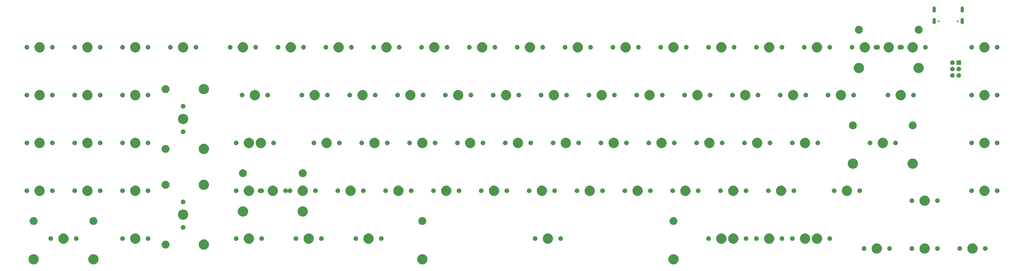
<source format=gbr>
G04 #@! TF.GenerationSoftware,KiCad,Pcbnew,(5.1.4)-1*
G04 #@! TF.CreationDate,2020-09-03T21:36:14-07:00*
G04 #@! TF.ProjectId,Pandamic,50616e64-616d-4696-932e-6b696361645f,rev?*
G04 #@! TF.SameCoordinates,Original*
G04 #@! TF.FileFunction,Soldermask,Top*
G04 #@! TF.FilePolarity,Negative*
%FSLAX46Y46*%
G04 Gerber Fmt 4.6, Leading zero omitted, Abs format (unit mm)*
G04 Created by KiCad (PCBNEW (5.1.4)-1) date 2020-09-03 21:36:14*
%MOMM*%
%LPD*%
G04 APERTURE LIST*
%ADD10C,0.100000*%
G04 APERTURE END LIST*
D10*
G36*
X272640124Y-95188684D02*
G01*
X272858124Y-95278983D01*
X273012273Y-95342833D01*
X273347198Y-95566623D01*
X273632027Y-95851452D01*
X273855817Y-96186377D01*
X273855817Y-96186378D01*
X274009966Y-96558526D01*
X274088550Y-96953594D01*
X274088550Y-97356406D01*
X274009966Y-97751474D01*
X273919667Y-97969474D01*
X273855817Y-98123623D01*
X273632027Y-98458548D01*
X273347198Y-98743377D01*
X273012273Y-98967167D01*
X272858124Y-99031017D01*
X272640124Y-99121316D01*
X272245056Y-99199900D01*
X271842244Y-99199900D01*
X271447176Y-99121316D01*
X271229176Y-99031017D01*
X271075027Y-98967167D01*
X270740102Y-98743377D01*
X270455273Y-98458548D01*
X270231483Y-98123623D01*
X270167633Y-97969474D01*
X270077334Y-97751474D01*
X269998750Y-97356406D01*
X269998750Y-96953594D01*
X270077334Y-96558526D01*
X270231483Y-96186378D01*
X270231483Y-96186377D01*
X270455273Y-95851452D01*
X270740102Y-95566623D01*
X271075027Y-95342833D01*
X271229176Y-95278983D01*
X271447176Y-95188684D01*
X271842244Y-95110100D01*
X272245056Y-95110100D01*
X272640124Y-95188684D01*
X272640124Y-95188684D01*
G37*
G36*
X17852724Y-95188684D02*
G01*
X18070724Y-95278983D01*
X18224873Y-95342833D01*
X18559798Y-95566623D01*
X18844627Y-95851452D01*
X19068417Y-96186377D01*
X19068417Y-96186378D01*
X19222566Y-96558526D01*
X19301150Y-96953594D01*
X19301150Y-97356406D01*
X19222566Y-97751474D01*
X19132267Y-97969474D01*
X19068417Y-98123623D01*
X18844627Y-98458548D01*
X18559798Y-98743377D01*
X18224873Y-98967167D01*
X18070724Y-99031017D01*
X17852724Y-99121316D01*
X17457656Y-99199900D01*
X17054844Y-99199900D01*
X16659776Y-99121316D01*
X16441776Y-99031017D01*
X16287627Y-98967167D01*
X15952702Y-98743377D01*
X15667873Y-98458548D01*
X15444083Y-98123623D01*
X15380233Y-97969474D01*
X15289934Y-97751474D01*
X15211350Y-97356406D01*
X15211350Y-96953594D01*
X15289934Y-96558526D01*
X15444083Y-96186378D01*
X15444083Y-96186377D01*
X15667873Y-95851452D01*
X15952702Y-95566623D01*
X16287627Y-95342833D01*
X16441776Y-95278983D01*
X16659776Y-95188684D01*
X17054844Y-95110100D01*
X17457656Y-95110100D01*
X17852724Y-95188684D01*
X17852724Y-95188684D01*
G37*
G36*
X41665224Y-95188684D02*
G01*
X41883224Y-95278983D01*
X42037373Y-95342833D01*
X42372298Y-95566623D01*
X42657127Y-95851452D01*
X42880917Y-96186377D01*
X42880917Y-96186378D01*
X43035066Y-96558526D01*
X43113650Y-96953594D01*
X43113650Y-97356406D01*
X43035066Y-97751474D01*
X42944767Y-97969474D01*
X42880917Y-98123623D01*
X42657127Y-98458548D01*
X42372298Y-98743377D01*
X42037373Y-98967167D01*
X41883224Y-99031017D01*
X41665224Y-99121316D01*
X41270156Y-99199900D01*
X40867344Y-99199900D01*
X40472276Y-99121316D01*
X40254276Y-99031017D01*
X40100127Y-98967167D01*
X39765202Y-98743377D01*
X39480373Y-98458548D01*
X39256583Y-98123623D01*
X39192733Y-97969474D01*
X39102434Y-97751474D01*
X39023850Y-97356406D01*
X39023850Y-96953594D01*
X39102434Y-96558526D01*
X39256583Y-96186378D01*
X39256583Y-96186377D01*
X39480373Y-95851452D01*
X39765202Y-95566623D01*
X40100127Y-95342833D01*
X40254276Y-95278983D01*
X40472276Y-95188684D01*
X40867344Y-95110100D01*
X41270156Y-95110100D01*
X41665224Y-95188684D01*
X41665224Y-95188684D01*
G37*
G36*
X172640324Y-95188684D02*
G01*
X172858324Y-95278983D01*
X173012473Y-95342833D01*
X173347398Y-95566623D01*
X173632227Y-95851452D01*
X173856017Y-96186377D01*
X173856017Y-96186378D01*
X174010166Y-96558526D01*
X174088750Y-96953594D01*
X174088750Y-97356406D01*
X174010166Y-97751474D01*
X173919867Y-97969474D01*
X173856017Y-98123623D01*
X173632227Y-98458548D01*
X173347398Y-98743377D01*
X173012473Y-98967167D01*
X172858324Y-99031017D01*
X172640324Y-99121316D01*
X172245256Y-99199900D01*
X171842444Y-99199900D01*
X171447376Y-99121316D01*
X171229376Y-99031017D01*
X171075227Y-98967167D01*
X170740302Y-98743377D01*
X170455473Y-98458548D01*
X170231683Y-98123623D01*
X170167833Y-97969474D01*
X170077534Y-97751474D01*
X169998950Y-97356406D01*
X169998950Y-96953594D01*
X170077534Y-96558526D01*
X170231683Y-96186378D01*
X170231683Y-96186377D01*
X170455473Y-95851452D01*
X170740302Y-95566623D01*
X171075227Y-95342833D01*
X171229376Y-95278983D01*
X171447376Y-95188684D01*
X171842444Y-95110100D01*
X172245256Y-95110100D01*
X172640324Y-95188684D01*
X172640324Y-95188684D01*
G37*
G36*
X372658974Y-90902434D02*
G01*
X372876974Y-90992733D01*
X373031123Y-91056583D01*
X373366048Y-91280373D01*
X373650877Y-91565202D01*
X373874667Y-91900127D01*
X373907062Y-91978336D01*
X374028816Y-92272276D01*
X374107400Y-92667344D01*
X374107400Y-93070156D01*
X374028816Y-93465224D01*
X373977951Y-93588022D01*
X373874667Y-93837373D01*
X373650877Y-94172298D01*
X373366048Y-94457127D01*
X373031123Y-94680917D01*
X372876974Y-94744767D01*
X372658974Y-94835066D01*
X372263906Y-94913650D01*
X371861094Y-94913650D01*
X371466026Y-94835066D01*
X371248026Y-94744767D01*
X371093877Y-94680917D01*
X370758952Y-94457127D01*
X370474123Y-94172298D01*
X370250333Y-93837373D01*
X370147049Y-93588022D01*
X370096184Y-93465224D01*
X370017600Y-93070156D01*
X370017600Y-92667344D01*
X370096184Y-92272276D01*
X370217938Y-91978336D01*
X370250333Y-91900127D01*
X370474123Y-91565202D01*
X370758952Y-91280373D01*
X371093877Y-91056583D01*
X371248026Y-90992733D01*
X371466026Y-90902434D01*
X371861094Y-90823850D01*
X372263906Y-90823850D01*
X372658974Y-90902434D01*
X372658974Y-90902434D01*
G37*
G36*
X353608974Y-90902434D02*
G01*
X353826974Y-90992733D01*
X353981123Y-91056583D01*
X354316048Y-91280373D01*
X354600877Y-91565202D01*
X354824667Y-91900127D01*
X354857062Y-91978336D01*
X354978816Y-92272276D01*
X355057400Y-92667344D01*
X355057400Y-93070156D01*
X354978816Y-93465224D01*
X354927951Y-93588022D01*
X354824667Y-93837373D01*
X354600877Y-94172298D01*
X354316048Y-94457127D01*
X353981123Y-94680917D01*
X353826974Y-94744767D01*
X353608974Y-94835066D01*
X353213906Y-94913650D01*
X352811094Y-94913650D01*
X352416026Y-94835066D01*
X352198026Y-94744767D01*
X352043877Y-94680917D01*
X351708952Y-94457127D01*
X351424123Y-94172298D01*
X351200333Y-93837373D01*
X351097049Y-93588022D01*
X351046184Y-93465224D01*
X350967600Y-93070156D01*
X350967600Y-92667344D01*
X351046184Y-92272276D01*
X351167938Y-91978336D01*
X351200333Y-91900127D01*
X351424123Y-91565202D01*
X351708952Y-91280373D01*
X352043877Y-91056583D01*
X352198026Y-90992733D01*
X352416026Y-90902434D01*
X352811094Y-90823850D01*
X353213906Y-90823850D01*
X353608974Y-90902434D01*
X353608974Y-90902434D01*
G37*
G36*
X391708974Y-90902434D02*
G01*
X391926974Y-90992733D01*
X392081123Y-91056583D01*
X392416048Y-91280373D01*
X392700877Y-91565202D01*
X392924667Y-91900127D01*
X392957062Y-91978336D01*
X393078816Y-92272276D01*
X393157400Y-92667344D01*
X393157400Y-93070156D01*
X393078816Y-93465224D01*
X393027951Y-93588022D01*
X392924667Y-93837373D01*
X392700877Y-94172298D01*
X392416048Y-94457127D01*
X392081123Y-94680917D01*
X391926974Y-94744767D01*
X391708974Y-94835066D01*
X391313906Y-94913650D01*
X390911094Y-94913650D01*
X390516026Y-94835066D01*
X390298026Y-94744767D01*
X390143877Y-94680917D01*
X389808952Y-94457127D01*
X389524123Y-94172298D01*
X389300333Y-93837373D01*
X389197049Y-93588022D01*
X389146184Y-93465224D01*
X389067600Y-93070156D01*
X389067600Y-92667344D01*
X389146184Y-92272276D01*
X389267938Y-91978336D01*
X389300333Y-91900127D01*
X389524123Y-91565202D01*
X389808952Y-91280373D01*
X390143877Y-91056583D01*
X390298026Y-90992733D01*
X390516026Y-90902434D01*
X390911094Y-90823850D01*
X391313906Y-90823850D01*
X391708974Y-90902434D01*
X391708974Y-90902434D01*
G37*
G36*
X377412604Y-91978335D02*
G01*
X377581126Y-92048139D01*
X377732791Y-92149478D01*
X377861772Y-92278459D01*
X377963111Y-92430124D01*
X378032915Y-92598646D01*
X378068500Y-92777547D01*
X378068500Y-92959953D01*
X378032915Y-93138854D01*
X377963111Y-93307376D01*
X377861772Y-93459041D01*
X377732791Y-93588022D01*
X377581126Y-93689361D01*
X377412604Y-93759165D01*
X377233703Y-93794750D01*
X377051297Y-93794750D01*
X376872396Y-93759165D01*
X376703874Y-93689361D01*
X376552209Y-93588022D01*
X376423228Y-93459041D01*
X376321889Y-93307376D01*
X376252085Y-93138854D01*
X376216500Y-92959953D01*
X376216500Y-92777547D01*
X376252085Y-92598646D01*
X376321889Y-92430124D01*
X376423228Y-92278459D01*
X376552209Y-92149478D01*
X376703874Y-92048139D01*
X376872396Y-91978335D01*
X377051297Y-91942750D01*
X377233703Y-91942750D01*
X377412604Y-91978335D01*
X377412604Y-91978335D01*
G37*
G36*
X386302604Y-91978335D02*
G01*
X386471126Y-92048139D01*
X386622791Y-92149478D01*
X386751772Y-92278459D01*
X386853111Y-92430124D01*
X386922915Y-92598646D01*
X386958500Y-92777547D01*
X386958500Y-92959953D01*
X386922915Y-93138854D01*
X386853111Y-93307376D01*
X386751772Y-93459041D01*
X386622791Y-93588022D01*
X386471126Y-93689361D01*
X386302604Y-93759165D01*
X386123703Y-93794750D01*
X385941297Y-93794750D01*
X385762396Y-93759165D01*
X385593874Y-93689361D01*
X385442209Y-93588022D01*
X385313228Y-93459041D01*
X385211889Y-93307376D01*
X385142085Y-93138854D01*
X385106500Y-92959953D01*
X385106500Y-92777547D01*
X385142085Y-92598646D01*
X385211889Y-92430124D01*
X385313228Y-92278459D01*
X385442209Y-92149478D01*
X385593874Y-92048139D01*
X385762396Y-91978335D01*
X385941297Y-91942750D01*
X386123703Y-91942750D01*
X386302604Y-91978335D01*
X386302604Y-91978335D01*
G37*
G36*
X396462604Y-91978335D02*
G01*
X396631126Y-92048139D01*
X396782791Y-92149478D01*
X396911772Y-92278459D01*
X397013111Y-92430124D01*
X397082915Y-92598646D01*
X397118500Y-92777547D01*
X397118500Y-92959953D01*
X397082915Y-93138854D01*
X397013111Y-93307376D01*
X396911772Y-93459041D01*
X396782791Y-93588022D01*
X396631126Y-93689361D01*
X396462604Y-93759165D01*
X396283703Y-93794750D01*
X396101297Y-93794750D01*
X395922396Y-93759165D01*
X395753874Y-93689361D01*
X395602209Y-93588022D01*
X395473228Y-93459041D01*
X395371889Y-93307376D01*
X395302085Y-93138854D01*
X395266500Y-92959953D01*
X395266500Y-92777547D01*
X395302085Y-92598646D01*
X395371889Y-92430124D01*
X395473228Y-92278459D01*
X395602209Y-92149478D01*
X395753874Y-92048139D01*
X395922396Y-91978335D01*
X396101297Y-91942750D01*
X396283703Y-91942750D01*
X396462604Y-91978335D01*
X396462604Y-91978335D01*
G37*
G36*
X348202604Y-91978335D02*
G01*
X348371126Y-92048139D01*
X348522791Y-92149478D01*
X348651772Y-92278459D01*
X348753111Y-92430124D01*
X348822915Y-92598646D01*
X348858500Y-92777547D01*
X348858500Y-92959953D01*
X348822915Y-93138854D01*
X348753111Y-93307376D01*
X348651772Y-93459041D01*
X348522791Y-93588022D01*
X348371126Y-93689361D01*
X348202604Y-93759165D01*
X348023703Y-93794750D01*
X347841297Y-93794750D01*
X347662396Y-93759165D01*
X347493874Y-93689361D01*
X347342209Y-93588022D01*
X347213228Y-93459041D01*
X347111889Y-93307376D01*
X347042085Y-93138854D01*
X347006500Y-92959953D01*
X347006500Y-92777547D01*
X347042085Y-92598646D01*
X347111889Y-92430124D01*
X347213228Y-92278459D01*
X347342209Y-92149478D01*
X347493874Y-92048139D01*
X347662396Y-91978335D01*
X347841297Y-91942750D01*
X348023703Y-91942750D01*
X348202604Y-91978335D01*
X348202604Y-91978335D01*
G37*
G36*
X358362604Y-91978335D02*
G01*
X358531126Y-92048139D01*
X358682791Y-92149478D01*
X358811772Y-92278459D01*
X358913111Y-92430124D01*
X358982915Y-92598646D01*
X359018500Y-92777547D01*
X359018500Y-92959953D01*
X358982915Y-93138854D01*
X358913111Y-93307376D01*
X358811772Y-93459041D01*
X358682791Y-93588022D01*
X358531126Y-93689361D01*
X358362604Y-93759165D01*
X358183703Y-93794750D01*
X358001297Y-93794750D01*
X357822396Y-93759165D01*
X357653874Y-93689361D01*
X357502209Y-93588022D01*
X357373228Y-93459041D01*
X357271889Y-93307376D01*
X357202085Y-93138854D01*
X357166500Y-92959953D01*
X357166500Y-92777547D01*
X357202085Y-92598646D01*
X357271889Y-92430124D01*
X357373228Y-92278459D01*
X357502209Y-92149478D01*
X357653874Y-92048139D01*
X357822396Y-91978335D01*
X358001297Y-91942750D01*
X358183703Y-91942750D01*
X358362604Y-91978335D01*
X358362604Y-91978335D01*
G37*
G36*
X367252604Y-91978335D02*
G01*
X367421126Y-92048139D01*
X367572791Y-92149478D01*
X367701772Y-92278459D01*
X367803111Y-92430124D01*
X367872915Y-92598646D01*
X367908500Y-92777547D01*
X367908500Y-92959953D01*
X367872915Y-93138854D01*
X367803111Y-93307376D01*
X367701772Y-93459041D01*
X367572791Y-93588022D01*
X367421126Y-93689361D01*
X367252604Y-93759165D01*
X367073703Y-93794750D01*
X366891297Y-93794750D01*
X366712396Y-93759165D01*
X366543874Y-93689361D01*
X366392209Y-93588022D01*
X366263228Y-93459041D01*
X366161889Y-93307376D01*
X366092085Y-93138854D01*
X366056500Y-92959953D01*
X366056500Y-92777547D01*
X366092085Y-92598646D01*
X366161889Y-92430124D01*
X366263228Y-92278459D01*
X366392209Y-92149478D01*
X366543874Y-92048139D01*
X366712396Y-91978335D01*
X366891297Y-91942750D01*
X367073703Y-91942750D01*
X367252604Y-91978335D01*
X367252604Y-91978335D01*
G37*
G36*
X85638974Y-89314934D02*
G01*
X85856974Y-89405233D01*
X86011123Y-89469083D01*
X86346048Y-89692873D01*
X86630877Y-89977702D01*
X86854667Y-90312627D01*
X86854667Y-90312628D01*
X87008816Y-90684776D01*
X87087400Y-91079844D01*
X87087400Y-91482656D01*
X87008816Y-91877724D01*
X86981881Y-91942750D01*
X86854667Y-92249873D01*
X86630877Y-92584798D01*
X86346048Y-92869627D01*
X86011123Y-93093417D01*
X85901430Y-93138853D01*
X85638974Y-93247566D01*
X85243906Y-93326150D01*
X84841094Y-93326150D01*
X84446026Y-93247566D01*
X84183570Y-93138853D01*
X84073877Y-93093417D01*
X83738952Y-92869627D01*
X83454123Y-92584798D01*
X83230333Y-92249873D01*
X83103119Y-91942750D01*
X83076184Y-91877724D01*
X82997600Y-91482656D01*
X82997600Y-91079844D01*
X83076184Y-90684776D01*
X83230333Y-90312628D01*
X83230333Y-90312627D01*
X83454123Y-89977702D01*
X83738952Y-89692873D01*
X84073877Y-89469083D01*
X84228026Y-89405233D01*
X84446026Y-89314934D01*
X84841094Y-89236350D01*
X85243906Y-89236350D01*
X85638974Y-89314934D01*
X85638974Y-89314934D01*
G37*
G36*
X70261911Y-89766776D02*
G01*
X70318980Y-89790415D01*
X70548541Y-89885502D01*
X70548542Y-89885503D01*
X70806504Y-90057867D01*
X71025883Y-90277246D01*
X71049524Y-90312628D01*
X71198248Y-90535209D01*
X71316974Y-90821840D01*
X71377500Y-91126125D01*
X71377500Y-91436375D01*
X71316974Y-91740660D01*
X71198248Y-92027291D01*
X71198247Y-92027292D01*
X71025883Y-92285254D01*
X70806504Y-92504633D01*
X70634139Y-92619803D01*
X70548541Y-92676998D01*
X70380637Y-92746546D01*
X70261911Y-92795724D01*
X70109767Y-92825987D01*
X69957625Y-92856250D01*
X69647375Y-92856250D01*
X69495233Y-92825987D01*
X69343089Y-92795724D01*
X69224363Y-92746546D01*
X69056459Y-92676998D01*
X68970861Y-92619803D01*
X68798496Y-92504633D01*
X68579117Y-92285254D01*
X68406753Y-92027292D01*
X68406752Y-92027291D01*
X68288026Y-91740660D01*
X68227500Y-91436375D01*
X68227500Y-91126125D01*
X68288026Y-90821840D01*
X68406752Y-90535209D01*
X68555476Y-90312628D01*
X68579117Y-90277246D01*
X68798496Y-90057867D01*
X69056458Y-89885503D01*
X69056459Y-89885502D01*
X69286020Y-89790415D01*
X69343089Y-89766776D01*
X69647375Y-89706250D01*
X69957625Y-89706250D01*
X70261911Y-89766776D01*
X70261911Y-89766776D01*
G37*
G36*
X58333974Y-86933684D02*
G01*
X58551974Y-87023983D01*
X58706123Y-87087833D01*
X59041048Y-87311623D01*
X59325877Y-87596452D01*
X59549667Y-87931377D01*
X59582062Y-88009586D01*
X59703816Y-88303526D01*
X59782400Y-88698594D01*
X59782400Y-89101406D01*
X59703816Y-89496474D01*
X59652951Y-89619272D01*
X59549667Y-89868623D01*
X59325877Y-90203548D01*
X59041048Y-90488377D01*
X58706123Y-90712167D01*
X58551974Y-90776017D01*
X58333974Y-90866316D01*
X57938906Y-90944900D01*
X57536094Y-90944900D01*
X57141026Y-90866316D01*
X56923026Y-90776017D01*
X56768877Y-90712167D01*
X56433952Y-90488377D01*
X56149123Y-90203548D01*
X55925333Y-89868623D01*
X55822049Y-89619272D01*
X55771184Y-89496474D01*
X55692600Y-89101406D01*
X55692600Y-88698594D01*
X55771184Y-88303526D01*
X55892938Y-88009586D01*
X55925333Y-87931377D01*
X56149123Y-87596452D01*
X56433952Y-87311623D01*
X56768877Y-87087833D01*
X56923026Y-87023983D01*
X57141026Y-86933684D01*
X57536094Y-86855100D01*
X57938906Y-86855100D01*
X58333974Y-86933684D01*
X58333974Y-86933684D01*
G37*
G36*
X29758974Y-86933684D02*
G01*
X29976974Y-87023983D01*
X30131123Y-87087833D01*
X30466048Y-87311623D01*
X30750877Y-87596452D01*
X30974667Y-87931377D01*
X31007062Y-88009586D01*
X31128816Y-88303526D01*
X31207400Y-88698594D01*
X31207400Y-89101406D01*
X31128816Y-89496474D01*
X31077951Y-89619272D01*
X30974667Y-89868623D01*
X30750877Y-90203548D01*
X30466048Y-90488377D01*
X30131123Y-90712167D01*
X29976974Y-90776017D01*
X29758974Y-90866316D01*
X29363906Y-90944900D01*
X28961094Y-90944900D01*
X28566026Y-90866316D01*
X28348026Y-90776017D01*
X28193877Y-90712167D01*
X27858952Y-90488377D01*
X27574123Y-90203548D01*
X27350333Y-89868623D01*
X27247049Y-89619272D01*
X27196184Y-89496474D01*
X27117600Y-89101406D01*
X27117600Y-88698594D01*
X27196184Y-88303526D01*
X27317938Y-88009586D01*
X27350333Y-87931377D01*
X27574123Y-87596452D01*
X27858952Y-87311623D01*
X28193877Y-87087833D01*
X28348026Y-87023983D01*
X28566026Y-86933684D01*
X28961094Y-86855100D01*
X29363906Y-86855100D01*
X29758974Y-86933684D01*
X29758974Y-86933684D01*
G37*
G36*
X329796474Y-86933684D02*
G01*
X330014474Y-87023983D01*
X330168623Y-87087833D01*
X330503548Y-87311623D01*
X330788377Y-87596452D01*
X331012167Y-87931377D01*
X331044562Y-88009586D01*
X331166316Y-88303526D01*
X331244900Y-88698594D01*
X331244900Y-89101406D01*
X331166316Y-89496474D01*
X331115451Y-89619272D01*
X331012167Y-89868623D01*
X330788377Y-90203548D01*
X330503548Y-90488377D01*
X330168623Y-90712167D01*
X330014474Y-90776017D01*
X329796474Y-90866316D01*
X329401406Y-90944900D01*
X328998594Y-90944900D01*
X328603526Y-90866316D01*
X328385526Y-90776017D01*
X328231377Y-90712167D01*
X327896452Y-90488377D01*
X327611623Y-90203548D01*
X327387833Y-89868623D01*
X327284549Y-89619272D01*
X327233684Y-89496474D01*
X327155100Y-89101406D01*
X327155100Y-88698594D01*
X327233684Y-88303526D01*
X327355438Y-88009586D01*
X327387833Y-87931377D01*
X327611623Y-87596452D01*
X327896452Y-87311623D01*
X328231377Y-87087833D01*
X328385526Y-87023983D01*
X328603526Y-86933684D01*
X328998594Y-86855100D01*
X329401406Y-86855100D01*
X329796474Y-86933684D01*
X329796474Y-86933684D01*
G37*
G36*
X325033974Y-86933684D02*
G01*
X325251974Y-87023983D01*
X325406123Y-87087833D01*
X325741048Y-87311623D01*
X326025877Y-87596452D01*
X326249667Y-87931377D01*
X326282062Y-88009586D01*
X326403816Y-88303526D01*
X326482400Y-88698594D01*
X326482400Y-89101406D01*
X326403816Y-89496474D01*
X326352951Y-89619272D01*
X326249667Y-89868623D01*
X326025877Y-90203548D01*
X325741048Y-90488377D01*
X325406123Y-90712167D01*
X325251974Y-90776017D01*
X325033974Y-90866316D01*
X324638906Y-90944900D01*
X324236094Y-90944900D01*
X323841026Y-90866316D01*
X323623026Y-90776017D01*
X323468877Y-90712167D01*
X323133952Y-90488377D01*
X322849123Y-90203548D01*
X322625333Y-89868623D01*
X322522049Y-89619272D01*
X322471184Y-89496474D01*
X322392600Y-89101406D01*
X322392600Y-88698594D01*
X322471184Y-88303526D01*
X322592938Y-88009586D01*
X322625333Y-87931377D01*
X322849123Y-87596452D01*
X323133952Y-87311623D01*
X323468877Y-87087833D01*
X323623026Y-87023983D01*
X323841026Y-86933684D01*
X324236094Y-86855100D01*
X324638906Y-86855100D01*
X325033974Y-86933684D01*
X325033974Y-86933684D01*
G37*
G36*
X291696474Y-86933684D02*
G01*
X291914474Y-87023983D01*
X292068623Y-87087833D01*
X292403548Y-87311623D01*
X292688377Y-87596452D01*
X292912167Y-87931377D01*
X292944562Y-88009586D01*
X293066316Y-88303526D01*
X293144900Y-88698594D01*
X293144900Y-89101406D01*
X293066316Y-89496474D01*
X293015451Y-89619272D01*
X292912167Y-89868623D01*
X292688377Y-90203548D01*
X292403548Y-90488377D01*
X292068623Y-90712167D01*
X291914474Y-90776017D01*
X291696474Y-90866316D01*
X291301406Y-90944900D01*
X290898594Y-90944900D01*
X290503526Y-90866316D01*
X290285526Y-90776017D01*
X290131377Y-90712167D01*
X289796452Y-90488377D01*
X289511623Y-90203548D01*
X289287833Y-89868623D01*
X289184549Y-89619272D01*
X289133684Y-89496474D01*
X289055100Y-89101406D01*
X289055100Y-88698594D01*
X289133684Y-88303526D01*
X289255438Y-88009586D01*
X289287833Y-87931377D01*
X289511623Y-87596452D01*
X289796452Y-87311623D01*
X290131377Y-87087833D01*
X290285526Y-87023983D01*
X290503526Y-86933684D01*
X290898594Y-86855100D01*
X291301406Y-86855100D01*
X291696474Y-86933684D01*
X291696474Y-86933684D01*
G37*
G36*
X151202724Y-86933684D02*
G01*
X151420724Y-87023983D01*
X151574873Y-87087833D01*
X151909798Y-87311623D01*
X152194627Y-87596452D01*
X152418417Y-87931377D01*
X152450812Y-88009586D01*
X152572566Y-88303526D01*
X152651150Y-88698594D01*
X152651150Y-89101406D01*
X152572566Y-89496474D01*
X152521701Y-89619272D01*
X152418417Y-89868623D01*
X152194627Y-90203548D01*
X151909798Y-90488377D01*
X151574873Y-90712167D01*
X151420724Y-90776017D01*
X151202724Y-90866316D01*
X150807656Y-90944900D01*
X150404844Y-90944900D01*
X150009776Y-90866316D01*
X149791776Y-90776017D01*
X149637627Y-90712167D01*
X149302702Y-90488377D01*
X149017873Y-90203548D01*
X148794083Y-89868623D01*
X148690799Y-89619272D01*
X148639934Y-89496474D01*
X148561350Y-89101406D01*
X148561350Y-88698594D01*
X148639934Y-88303526D01*
X148761688Y-88009586D01*
X148794083Y-87931377D01*
X149017873Y-87596452D01*
X149302702Y-87311623D01*
X149637627Y-87087833D01*
X149791776Y-87023983D01*
X150009776Y-86933684D01*
X150404844Y-86855100D01*
X150807656Y-86855100D01*
X151202724Y-86933684D01*
X151202724Y-86933684D01*
G37*
G36*
X127390224Y-86933684D02*
G01*
X127608224Y-87023983D01*
X127762373Y-87087833D01*
X128097298Y-87311623D01*
X128382127Y-87596452D01*
X128605917Y-87931377D01*
X128638312Y-88009586D01*
X128760066Y-88303526D01*
X128838650Y-88698594D01*
X128838650Y-89101406D01*
X128760066Y-89496474D01*
X128709201Y-89619272D01*
X128605917Y-89868623D01*
X128382127Y-90203548D01*
X128097298Y-90488377D01*
X127762373Y-90712167D01*
X127608224Y-90776017D01*
X127390224Y-90866316D01*
X126995156Y-90944900D01*
X126592344Y-90944900D01*
X126197276Y-90866316D01*
X125979276Y-90776017D01*
X125825127Y-90712167D01*
X125490202Y-90488377D01*
X125205373Y-90203548D01*
X124981583Y-89868623D01*
X124878299Y-89619272D01*
X124827434Y-89496474D01*
X124748850Y-89101406D01*
X124748850Y-88698594D01*
X124827434Y-88303526D01*
X124949188Y-88009586D01*
X124981583Y-87931377D01*
X125205373Y-87596452D01*
X125490202Y-87311623D01*
X125825127Y-87087833D01*
X125979276Y-87023983D01*
X126197276Y-86933684D01*
X126592344Y-86855100D01*
X126995156Y-86855100D01*
X127390224Y-86933684D01*
X127390224Y-86933684D01*
G37*
G36*
X310746474Y-86933684D02*
G01*
X310964474Y-87023983D01*
X311118623Y-87087833D01*
X311453548Y-87311623D01*
X311738377Y-87596452D01*
X311962167Y-87931377D01*
X311994562Y-88009586D01*
X312116316Y-88303526D01*
X312194900Y-88698594D01*
X312194900Y-89101406D01*
X312116316Y-89496474D01*
X312065451Y-89619272D01*
X311962167Y-89868623D01*
X311738377Y-90203548D01*
X311453548Y-90488377D01*
X311118623Y-90712167D01*
X310964474Y-90776017D01*
X310746474Y-90866316D01*
X310351406Y-90944900D01*
X309948594Y-90944900D01*
X309553526Y-90866316D01*
X309335526Y-90776017D01*
X309181377Y-90712167D01*
X308846452Y-90488377D01*
X308561623Y-90203548D01*
X308337833Y-89868623D01*
X308234549Y-89619272D01*
X308183684Y-89496474D01*
X308105100Y-89101406D01*
X308105100Y-88698594D01*
X308183684Y-88303526D01*
X308305438Y-88009586D01*
X308337833Y-87931377D01*
X308561623Y-87596452D01*
X308846452Y-87311623D01*
X309181377Y-87087833D01*
X309335526Y-87023983D01*
X309553526Y-86933684D01*
X309948594Y-86855100D01*
X310351406Y-86855100D01*
X310746474Y-86933684D01*
X310746474Y-86933684D01*
G37*
G36*
X296458974Y-86933684D02*
G01*
X296676974Y-87023983D01*
X296831123Y-87087833D01*
X297166048Y-87311623D01*
X297450877Y-87596452D01*
X297674667Y-87931377D01*
X297707062Y-88009586D01*
X297828816Y-88303526D01*
X297907400Y-88698594D01*
X297907400Y-89101406D01*
X297828816Y-89496474D01*
X297777951Y-89619272D01*
X297674667Y-89868623D01*
X297450877Y-90203548D01*
X297166048Y-90488377D01*
X296831123Y-90712167D01*
X296676974Y-90776017D01*
X296458974Y-90866316D01*
X296063906Y-90944900D01*
X295661094Y-90944900D01*
X295266026Y-90866316D01*
X295048026Y-90776017D01*
X294893877Y-90712167D01*
X294558952Y-90488377D01*
X294274123Y-90203548D01*
X294050333Y-89868623D01*
X293947049Y-89619272D01*
X293896184Y-89496474D01*
X293817600Y-89101406D01*
X293817600Y-88698594D01*
X293896184Y-88303526D01*
X294017938Y-88009586D01*
X294050333Y-87931377D01*
X294274123Y-87596452D01*
X294558952Y-87311623D01*
X294893877Y-87087833D01*
X295048026Y-87023983D01*
X295266026Y-86933684D01*
X295661094Y-86855100D01*
X296063906Y-86855100D01*
X296458974Y-86933684D01*
X296458974Y-86933684D01*
G37*
G36*
X103577724Y-86933684D02*
G01*
X103795724Y-87023983D01*
X103949873Y-87087833D01*
X104284798Y-87311623D01*
X104569627Y-87596452D01*
X104793417Y-87931377D01*
X104825812Y-88009586D01*
X104947566Y-88303526D01*
X105026150Y-88698594D01*
X105026150Y-89101406D01*
X104947566Y-89496474D01*
X104896701Y-89619272D01*
X104793417Y-89868623D01*
X104569627Y-90203548D01*
X104284798Y-90488377D01*
X103949873Y-90712167D01*
X103795724Y-90776017D01*
X103577724Y-90866316D01*
X103182656Y-90944900D01*
X102779844Y-90944900D01*
X102384776Y-90866316D01*
X102166776Y-90776017D01*
X102012627Y-90712167D01*
X101677702Y-90488377D01*
X101392873Y-90203548D01*
X101169083Y-89868623D01*
X101065799Y-89619272D01*
X101014934Y-89496474D01*
X100936350Y-89101406D01*
X100936350Y-88698594D01*
X101014934Y-88303526D01*
X101136688Y-88009586D01*
X101169083Y-87931377D01*
X101392873Y-87596452D01*
X101677702Y-87311623D01*
X102012627Y-87087833D01*
X102166776Y-87023983D01*
X102384776Y-86933684D01*
X102779844Y-86855100D01*
X103182656Y-86855100D01*
X103577724Y-86933684D01*
X103577724Y-86933684D01*
G37*
G36*
X222640224Y-86933684D02*
G01*
X222858224Y-87023983D01*
X223012373Y-87087833D01*
X223347298Y-87311623D01*
X223632127Y-87596452D01*
X223855917Y-87931377D01*
X223888312Y-88009586D01*
X224010066Y-88303526D01*
X224088650Y-88698594D01*
X224088650Y-89101406D01*
X224010066Y-89496474D01*
X223959201Y-89619272D01*
X223855917Y-89868623D01*
X223632127Y-90203548D01*
X223347298Y-90488377D01*
X223012373Y-90712167D01*
X222858224Y-90776017D01*
X222640224Y-90866316D01*
X222245156Y-90944900D01*
X221842344Y-90944900D01*
X221447276Y-90866316D01*
X221229276Y-90776017D01*
X221075127Y-90712167D01*
X220740202Y-90488377D01*
X220455373Y-90203548D01*
X220231583Y-89868623D01*
X220128299Y-89619272D01*
X220077434Y-89496474D01*
X219998850Y-89101406D01*
X219998850Y-88698594D01*
X220077434Y-88303526D01*
X220199188Y-88009586D01*
X220231583Y-87931377D01*
X220455373Y-87596452D01*
X220740202Y-87311623D01*
X221075127Y-87087833D01*
X221229276Y-87023983D01*
X221447276Y-86933684D01*
X221842344Y-86855100D01*
X222245156Y-86855100D01*
X222640224Y-86933684D01*
X222640224Y-86933684D01*
G37*
G36*
X24352604Y-88009585D02*
G01*
X24521126Y-88079389D01*
X24672791Y-88180728D01*
X24801772Y-88309709D01*
X24903111Y-88461374D01*
X24972915Y-88629896D01*
X25008500Y-88808797D01*
X25008500Y-88991203D01*
X24972915Y-89170104D01*
X24903111Y-89338626D01*
X24801772Y-89490291D01*
X24672791Y-89619272D01*
X24521126Y-89720611D01*
X24352604Y-89790415D01*
X24173703Y-89826000D01*
X23991297Y-89826000D01*
X23812396Y-89790415D01*
X23643874Y-89720611D01*
X23492209Y-89619272D01*
X23363228Y-89490291D01*
X23261889Y-89338626D01*
X23192085Y-89170104D01*
X23156500Y-88991203D01*
X23156500Y-88808797D01*
X23192085Y-88629896D01*
X23261889Y-88461374D01*
X23363228Y-88309709D01*
X23492209Y-88180728D01*
X23643874Y-88079389D01*
X23812396Y-88009585D01*
X23991297Y-87974000D01*
X24173703Y-87974000D01*
X24352604Y-88009585D01*
X24352604Y-88009585D01*
G37*
G36*
X217233854Y-88009585D02*
G01*
X217402376Y-88079389D01*
X217554041Y-88180728D01*
X217683022Y-88309709D01*
X217784361Y-88461374D01*
X217854165Y-88629896D01*
X217889750Y-88808797D01*
X217889750Y-88991203D01*
X217854165Y-89170104D01*
X217784361Y-89338626D01*
X217683022Y-89490291D01*
X217554041Y-89619272D01*
X217402376Y-89720611D01*
X217233854Y-89790415D01*
X217054953Y-89826000D01*
X216872547Y-89826000D01*
X216693646Y-89790415D01*
X216525124Y-89720611D01*
X216373459Y-89619272D01*
X216244478Y-89490291D01*
X216143139Y-89338626D01*
X216073335Y-89170104D01*
X216037750Y-88991203D01*
X216037750Y-88808797D01*
X216073335Y-88629896D01*
X216143139Y-88461374D01*
X216244478Y-88309709D01*
X216373459Y-88180728D01*
X216525124Y-88079389D01*
X216693646Y-88009585D01*
X216872547Y-87974000D01*
X217054953Y-87974000D01*
X217233854Y-88009585D01*
X217233854Y-88009585D01*
G37*
G36*
X227393854Y-88009585D02*
G01*
X227562376Y-88079389D01*
X227714041Y-88180728D01*
X227843022Y-88309709D01*
X227944361Y-88461374D01*
X228014165Y-88629896D01*
X228049750Y-88808797D01*
X228049750Y-88991203D01*
X228014165Y-89170104D01*
X227944361Y-89338626D01*
X227843022Y-89490291D01*
X227714041Y-89619272D01*
X227562376Y-89720611D01*
X227393854Y-89790415D01*
X227214953Y-89826000D01*
X227032547Y-89826000D01*
X226853646Y-89790415D01*
X226685124Y-89720611D01*
X226533459Y-89619272D01*
X226404478Y-89490291D01*
X226303139Y-89338626D01*
X226233335Y-89170104D01*
X226197750Y-88991203D01*
X226197750Y-88808797D01*
X226233335Y-88629896D01*
X226303139Y-88461374D01*
X226404478Y-88309709D01*
X226533459Y-88180728D01*
X226685124Y-88079389D01*
X226853646Y-88009585D01*
X227032547Y-87974000D01*
X227214953Y-87974000D01*
X227393854Y-88009585D01*
X227393854Y-88009585D01*
G37*
G36*
X145796354Y-88009585D02*
G01*
X145964876Y-88079389D01*
X146116541Y-88180728D01*
X146245522Y-88309709D01*
X146346861Y-88461374D01*
X146416665Y-88629896D01*
X146452250Y-88808797D01*
X146452250Y-88991203D01*
X146416665Y-89170104D01*
X146346861Y-89338626D01*
X146245522Y-89490291D01*
X146116541Y-89619272D01*
X145964876Y-89720611D01*
X145796354Y-89790415D01*
X145617453Y-89826000D01*
X145435047Y-89826000D01*
X145256146Y-89790415D01*
X145087624Y-89720611D01*
X144935959Y-89619272D01*
X144806978Y-89490291D01*
X144705639Y-89338626D01*
X144635835Y-89170104D01*
X144600250Y-88991203D01*
X144600250Y-88808797D01*
X144635835Y-88629896D01*
X144705639Y-88461374D01*
X144806978Y-88309709D01*
X144935959Y-88180728D01*
X145087624Y-88079389D01*
X145256146Y-88009585D01*
X145435047Y-87974000D01*
X145617453Y-87974000D01*
X145796354Y-88009585D01*
X145796354Y-88009585D01*
G37*
G36*
X155956354Y-88009585D02*
G01*
X156124876Y-88079389D01*
X156276541Y-88180728D01*
X156405522Y-88309709D01*
X156506861Y-88461374D01*
X156576665Y-88629896D01*
X156612250Y-88808797D01*
X156612250Y-88991203D01*
X156576665Y-89170104D01*
X156506861Y-89338626D01*
X156405522Y-89490291D01*
X156276541Y-89619272D01*
X156124876Y-89720611D01*
X155956354Y-89790415D01*
X155777453Y-89826000D01*
X155595047Y-89826000D01*
X155416146Y-89790415D01*
X155247624Y-89720611D01*
X155095959Y-89619272D01*
X154966978Y-89490291D01*
X154865639Y-89338626D01*
X154795835Y-89170104D01*
X154760250Y-88991203D01*
X154760250Y-88808797D01*
X154795835Y-88629896D01*
X154865639Y-88461374D01*
X154966978Y-88309709D01*
X155095959Y-88180728D01*
X155247624Y-88079389D01*
X155416146Y-88009585D01*
X155595047Y-87974000D01*
X155777453Y-87974000D01*
X155956354Y-88009585D01*
X155956354Y-88009585D01*
G37*
G36*
X121983854Y-88009585D02*
G01*
X122152376Y-88079389D01*
X122304041Y-88180728D01*
X122433022Y-88309709D01*
X122534361Y-88461374D01*
X122604165Y-88629896D01*
X122639750Y-88808797D01*
X122639750Y-88991203D01*
X122604165Y-89170104D01*
X122534361Y-89338626D01*
X122433022Y-89490291D01*
X122304041Y-89619272D01*
X122152376Y-89720611D01*
X121983854Y-89790415D01*
X121804953Y-89826000D01*
X121622547Y-89826000D01*
X121443646Y-89790415D01*
X121275124Y-89720611D01*
X121123459Y-89619272D01*
X120994478Y-89490291D01*
X120893139Y-89338626D01*
X120823335Y-89170104D01*
X120787750Y-88991203D01*
X120787750Y-88808797D01*
X120823335Y-88629896D01*
X120893139Y-88461374D01*
X120994478Y-88309709D01*
X121123459Y-88180728D01*
X121275124Y-88079389D01*
X121443646Y-88009585D01*
X121622547Y-87974000D01*
X121804953Y-87974000D01*
X121983854Y-88009585D01*
X121983854Y-88009585D01*
G37*
G36*
X132143854Y-88009585D02*
G01*
X132312376Y-88079389D01*
X132464041Y-88180728D01*
X132593022Y-88309709D01*
X132694361Y-88461374D01*
X132764165Y-88629896D01*
X132799750Y-88808797D01*
X132799750Y-88991203D01*
X132764165Y-89170104D01*
X132694361Y-89338626D01*
X132593022Y-89490291D01*
X132464041Y-89619272D01*
X132312376Y-89720611D01*
X132143854Y-89790415D01*
X131964953Y-89826000D01*
X131782547Y-89826000D01*
X131603646Y-89790415D01*
X131435124Y-89720611D01*
X131283459Y-89619272D01*
X131154478Y-89490291D01*
X131053139Y-89338626D01*
X130983335Y-89170104D01*
X130947750Y-88991203D01*
X130947750Y-88808797D01*
X130983335Y-88629896D01*
X131053139Y-88461374D01*
X131154478Y-88309709D01*
X131283459Y-88180728D01*
X131435124Y-88079389D01*
X131603646Y-88009585D01*
X131782547Y-87974000D01*
X131964953Y-87974000D01*
X132143854Y-88009585D01*
X132143854Y-88009585D01*
G37*
G36*
X98171354Y-88009585D02*
G01*
X98339876Y-88079389D01*
X98491541Y-88180728D01*
X98620522Y-88309709D01*
X98721861Y-88461374D01*
X98791665Y-88629896D01*
X98827250Y-88808797D01*
X98827250Y-88991203D01*
X98791665Y-89170104D01*
X98721861Y-89338626D01*
X98620522Y-89490291D01*
X98491541Y-89619272D01*
X98339876Y-89720611D01*
X98171354Y-89790415D01*
X97992453Y-89826000D01*
X97810047Y-89826000D01*
X97631146Y-89790415D01*
X97462624Y-89720611D01*
X97310959Y-89619272D01*
X97181978Y-89490291D01*
X97080639Y-89338626D01*
X97010835Y-89170104D01*
X96975250Y-88991203D01*
X96975250Y-88808797D01*
X97010835Y-88629896D01*
X97080639Y-88461374D01*
X97181978Y-88309709D01*
X97310959Y-88180728D01*
X97462624Y-88079389D01*
X97631146Y-88009585D01*
X97810047Y-87974000D01*
X97992453Y-87974000D01*
X98171354Y-88009585D01*
X98171354Y-88009585D01*
G37*
G36*
X286290104Y-88009585D02*
G01*
X286458626Y-88079389D01*
X286610291Y-88180728D01*
X286739272Y-88309709D01*
X286840611Y-88461374D01*
X286910415Y-88629896D01*
X286946000Y-88808797D01*
X286946000Y-88991203D01*
X286910415Y-89170104D01*
X286840611Y-89338626D01*
X286739272Y-89490291D01*
X286610291Y-89619272D01*
X286458626Y-89720611D01*
X286290104Y-89790415D01*
X286111203Y-89826000D01*
X285928797Y-89826000D01*
X285749896Y-89790415D01*
X285581374Y-89720611D01*
X285429709Y-89619272D01*
X285300728Y-89490291D01*
X285199389Y-89338626D01*
X285129585Y-89170104D01*
X285094000Y-88991203D01*
X285094000Y-88808797D01*
X285129585Y-88629896D01*
X285199389Y-88461374D01*
X285300728Y-88309709D01*
X285429709Y-88180728D01*
X285581374Y-88079389D01*
X285749896Y-88009585D01*
X285928797Y-87974000D01*
X286111203Y-87974000D01*
X286290104Y-88009585D01*
X286290104Y-88009585D01*
G37*
G36*
X52927604Y-88009585D02*
G01*
X53096126Y-88079389D01*
X53247791Y-88180728D01*
X53376772Y-88309709D01*
X53478111Y-88461374D01*
X53547915Y-88629896D01*
X53583500Y-88808797D01*
X53583500Y-88991203D01*
X53547915Y-89170104D01*
X53478111Y-89338626D01*
X53376772Y-89490291D01*
X53247791Y-89619272D01*
X53096126Y-89720611D01*
X52927604Y-89790415D01*
X52748703Y-89826000D01*
X52566297Y-89826000D01*
X52387396Y-89790415D01*
X52218874Y-89720611D01*
X52067209Y-89619272D01*
X51938228Y-89490291D01*
X51836889Y-89338626D01*
X51767085Y-89170104D01*
X51731500Y-88991203D01*
X51731500Y-88808797D01*
X51767085Y-88629896D01*
X51836889Y-88461374D01*
X51938228Y-88309709D01*
X52067209Y-88180728D01*
X52218874Y-88079389D01*
X52387396Y-88009585D01*
X52566297Y-87974000D01*
X52748703Y-87974000D01*
X52927604Y-88009585D01*
X52927604Y-88009585D01*
G37*
G36*
X63087604Y-88009585D02*
G01*
X63256126Y-88079389D01*
X63407791Y-88180728D01*
X63536772Y-88309709D01*
X63638111Y-88461374D01*
X63707915Y-88629896D01*
X63743500Y-88808797D01*
X63743500Y-88991203D01*
X63707915Y-89170104D01*
X63638111Y-89338626D01*
X63536772Y-89490291D01*
X63407791Y-89619272D01*
X63256126Y-89720611D01*
X63087604Y-89790415D01*
X62908703Y-89826000D01*
X62726297Y-89826000D01*
X62547396Y-89790415D01*
X62378874Y-89720611D01*
X62227209Y-89619272D01*
X62098228Y-89490291D01*
X61996889Y-89338626D01*
X61927085Y-89170104D01*
X61891500Y-88991203D01*
X61891500Y-88808797D01*
X61927085Y-88629896D01*
X61996889Y-88461374D01*
X62098228Y-88309709D01*
X62227209Y-88180728D01*
X62378874Y-88079389D01*
X62547396Y-88009585D01*
X62726297Y-87974000D01*
X62908703Y-87974000D01*
X63087604Y-88009585D01*
X63087604Y-88009585D01*
G37*
G36*
X34512604Y-88009585D02*
G01*
X34681126Y-88079389D01*
X34832791Y-88180728D01*
X34961772Y-88309709D01*
X35063111Y-88461374D01*
X35132915Y-88629896D01*
X35168500Y-88808797D01*
X35168500Y-88991203D01*
X35132915Y-89170104D01*
X35063111Y-89338626D01*
X34961772Y-89490291D01*
X34832791Y-89619272D01*
X34681126Y-89720611D01*
X34512604Y-89790415D01*
X34333703Y-89826000D01*
X34151297Y-89826000D01*
X33972396Y-89790415D01*
X33803874Y-89720611D01*
X33652209Y-89619272D01*
X33523228Y-89490291D01*
X33421889Y-89338626D01*
X33352085Y-89170104D01*
X33316500Y-88991203D01*
X33316500Y-88808797D01*
X33352085Y-88629896D01*
X33421889Y-88461374D01*
X33523228Y-88309709D01*
X33652209Y-88180728D01*
X33803874Y-88079389D01*
X33972396Y-88009585D01*
X34151297Y-87974000D01*
X34333703Y-87974000D01*
X34512604Y-88009585D01*
X34512604Y-88009585D01*
G37*
G36*
X301212604Y-88009585D02*
G01*
X301381126Y-88079389D01*
X301532791Y-88180728D01*
X301661772Y-88309709D01*
X301763111Y-88461374D01*
X301832915Y-88629896D01*
X301868500Y-88808797D01*
X301868500Y-88991203D01*
X301832915Y-89170104D01*
X301763111Y-89338626D01*
X301661772Y-89490291D01*
X301532791Y-89619272D01*
X301381126Y-89720611D01*
X301212604Y-89790415D01*
X301033703Y-89826000D01*
X300851297Y-89826000D01*
X300672396Y-89790415D01*
X300503874Y-89720611D01*
X300352209Y-89619272D01*
X300223228Y-89490291D01*
X300121889Y-89338626D01*
X300052085Y-89170104D01*
X300016500Y-88991203D01*
X300016500Y-88808797D01*
X300052085Y-88629896D01*
X300121889Y-88461374D01*
X300223228Y-88309709D01*
X300352209Y-88180728D01*
X300503874Y-88079389D01*
X300672396Y-88009585D01*
X300851297Y-87974000D01*
X301033703Y-87974000D01*
X301212604Y-88009585D01*
X301212604Y-88009585D01*
G37*
G36*
X319627604Y-88009585D02*
G01*
X319796126Y-88079389D01*
X319947791Y-88180728D01*
X320076772Y-88309709D01*
X320178111Y-88461374D01*
X320247915Y-88629896D01*
X320283500Y-88808797D01*
X320283500Y-88991203D01*
X320247915Y-89170104D01*
X320178111Y-89338626D01*
X320076772Y-89490291D01*
X319947791Y-89619272D01*
X319796126Y-89720611D01*
X319627604Y-89790415D01*
X319448703Y-89826000D01*
X319266297Y-89826000D01*
X319087396Y-89790415D01*
X318918874Y-89720611D01*
X318767209Y-89619272D01*
X318638228Y-89490291D01*
X318536889Y-89338626D01*
X318467085Y-89170104D01*
X318431500Y-88991203D01*
X318431500Y-88808797D01*
X318467085Y-88629896D01*
X318536889Y-88461374D01*
X318638228Y-88309709D01*
X318767209Y-88180728D01*
X318918874Y-88079389D01*
X319087396Y-88009585D01*
X319266297Y-87974000D01*
X319448703Y-87974000D01*
X319627604Y-88009585D01*
X319627604Y-88009585D01*
G37*
G36*
X108331354Y-88009585D02*
G01*
X108499876Y-88079389D01*
X108651541Y-88180728D01*
X108780522Y-88309709D01*
X108881861Y-88461374D01*
X108951665Y-88629896D01*
X108987250Y-88808797D01*
X108987250Y-88991203D01*
X108951665Y-89170104D01*
X108881861Y-89338626D01*
X108780522Y-89490291D01*
X108651541Y-89619272D01*
X108499876Y-89720611D01*
X108331354Y-89790415D01*
X108152453Y-89826000D01*
X107970047Y-89826000D01*
X107791146Y-89790415D01*
X107622624Y-89720611D01*
X107470959Y-89619272D01*
X107341978Y-89490291D01*
X107240639Y-89338626D01*
X107170835Y-89170104D01*
X107135250Y-88991203D01*
X107135250Y-88808797D01*
X107170835Y-88629896D01*
X107240639Y-88461374D01*
X107341978Y-88309709D01*
X107470959Y-88180728D01*
X107622624Y-88079389D01*
X107791146Y-88009585D01*
X107970047Y-87974000D01*
X108152453Y-87974000D01*
X108331354Y-88009585D01*
X108331354Y-88009585D01*
G37*
G36*
X315500104Y-88009585D02*
G01*
X315668626Y-88079389D01*
X315820291Y-88180728D01*
X315949272Y-88309709D01*
X316050611Y-88461374D01*
X316120415Y-88629896D01*
X316156000Y-88808797D01*
X316156000Y-88991203D01*
X316120415Y-89170104D01*
X316050611Y-89338626D01*
X315949272Y-89490291D01*
X315820291Y-89619272D01*
X315668626Y-89720611D01*
X315500104Y-89790415D01*
X315321203Y-89826000D01*
X315138797Y-89826000D01*
X314959896Y-89790415D01*
X314791374Y-89720611D01*
X314639709Y-89619272D01*
X314510728Y-89490291D01*
X314409389Y-89338626D01*
X314339585Y-89170104D01*
X314304000Y-88991203D01*
X314304000Y-88808797D01*
X314339585Y-88629896D01*
X314409389Y-88461374D01*
X314510728Y-88309709D01*
X314639709Y-88180728D01*
X314791374Y-88079389D01*
X314959896Y-88009585D01*
X315138797Y-87974000D01*
X315321203Y-87974000D01*
X315500104Y-88009585D01*
X315500104Y-88009585D01*
G37*
G36*
X305340104Y-88009585D02*
G01*
X305508626Y-88079389D01*
X305660291Y-88180728D01*
X305789272Y-88309709D01*
X305890611Y-88461374D01*
X305960415Y-88629896D01*
X305996000Y-88808797D01*
X305996000Y-88991203D01*
X305960415Y-89170104D01*
X305890611Y-89338626D01*
X305789272Y-89490291D01*
X305660291Y-89619272D01*
X305508626Y-89720611D01*
X305340104Y-89790415D01*
X305161203Y-89826000D01*
X304978797Y-89826000D01*
X304799896Y-89790415D01*
X304631374Y-89720611D01*
X304479709Y-89619272D01*
X304350728Y-89490291D01*
X304249389Y-89338626D01*
X304179585Y-89170104D01*
X304144000Y-88991203D01*
X304144000Y-88808797D01*
X304179585Y-88629896D01*
X304249389Y-88461374D01*
X304350728Y-88309709D01*
X304479709Y-88180728D01*
X304631374Y-88079389D01*
X304799896Y-88009585D01*
X304978797Y-87974000D01*
X305161203Y-87974000D01*
X305340104Y-88009585D01*
X305340104Y-88009585D01*
G37*
G36*
X334550104Y-88009585D02*
G01*
X334718626Y-88079389D01*
X334870291Y-88180728D01*
X334999272Y-88309709D01*
X335100611Y-88461374D01*
X335170415Y-88629896D01*
X335206000Y-88808797D01*
X335206000Y-88991203D01*
X335170415Y-89170104D01*
X335100611Y-89338626D01*
X334999272Y-89490291D01*
X334870291Y-89619272D01*
X334718626Y-89720611D01*
X334550104Y-89790415D01*
X334371203Y-89826000D01*
X334188797Y-89826000D01*
X334009896Y-89790415D01*
X333841374Y-89720611D01*
X333689709Y-89619272D01*
X333560728Y-89490291D01*
X333459389Y-89338626D01*
X333389585Y-89170104D01*
X333354000Y-88991203D01*
X333354000Y-88808797D01*
X333389585Y-88629896D01*
X333459389Y-88461374D01*
X333560728Y-88309709D01*
X333689709Y-88180728D01*
X333841374Y-88079389D01*
X334009896Y-88009585D01*
X334188797Y-87974000D01*
X334371203Y-87974000D01*
X334550104Y-88009585D01*
X334550104Y-88009585D01*
G37*
G36*
X77057604Y-83564585D02*
G01*
X77226126Y-83634389D01*
X77377791Y-83735728D01*
X77506772Y-83864709D01*
X77608111Y-84016374D01*
X77677915Y-84184896D01*
X77713500Y-84363797D01*
X77713500Y-84546203D01*
X77677915Y-84725104D01*
X77608111Y-84893626D01*
X77506772Y-85045291D01*
X77377791Y-85174272D01*
X77226126Y-85275611D01*
X77057604Y-85345415D01*
X76878703Y-85381000D01*
X76696297Y-85381000D01*
X76517396Y-85345415D01*
X76348874Y-85275611D01*
X76197209Y-85174272D01*
X76068228Y-85045291D01*
X75966889Y-84893626D01*
X75897085Y-84725104D01*
X75861500Y-84546203D01*
X75861500Y-84363797D01*
X75897085Y-84184896D01*
X75966889Y-84016374D01*
X76068228Y-83864709D01*
X76197209Y-83735728D01*
X76348874Y-83634389D01*
X76517396Y-83564585D01*
X76696297Y-83529000D01*
X76878703Y-83529000D01*
X77057604Y-83564585D01*
X77057604Y-83564585D01*
G37*
G36*
X41528161Y-80400526D02*
G01*
X41646887Y-80449704D01*
X41814791Y-80519252D01*
X41814792Y-80519253D01*
X42072754Y-80691617D01*
X42292133Y-80910996D01*
X42407303Y-81083361D01*
X42464498Y-81168959D01*
X42583224Y-81455590D01*
X42643750Y-81759875D01*
X42643750Y-82070125D01*
X42583224Y-82374410D01*
X42464498Y-82661041D01*
X42464497Y-82661042D01*
X42292133Y-82919004D01*
X42072754Y-83138383D01*
X41900389Y-83253553D01*
X41814791Y-83310748D01*
X41646887Y-83380296D01*
X41528161Y-83429474D01*
X41376017Y-83459737D01*
X41223875Y-83490000D01*
X40913625Y-83490000D01*
X40761483Y-83459737D01*
X40609339Y-83429474D01*
X40490613Y-83380296D01*
X40322709Y-83310748D01*
X40237111Y-83253553D01*
X40064746Y-83138383D01*
X39845367Y-82919004D01*
X39673003Y-82661042D01*
X39673002Y-82661041D01*
X39554276Y-82374410D01*
X39493750Y-82070125D01*
X39493750Y-81759875D01*
X39554276Y-81455590D01*
X39673002Y-81168959D01*
X39730197Y-81083361D01*
X39845367Y-80910996D01*
X40064746Y-80691617D01*
X40322708Y-80519253D01*
X40322709Y-80519252D01*
X40490613Y-80449704D01*
X40609339Y-80400526D01*
X40913625Y-80340000D01*
X41223875Y-80340000D01*
X41528161Y-80400526D01*
X41528161Y-80400526D01*
G37*
G36*
X172503261Y-80400526D02*
G01*
X172621987Y-80449704D01*
X172789891Y-80519252D01*
X172789892Y-80519253D01*
X173047854Y-80691617D01*
X173267233Y-80910996D01*
X173382403Y-81083361D01*
X173439598Y-81168959D01*
X173558324Y-81455590D01*
X173618850Y-81759875D01*
X173618850Y-82070125D01*
X173558324Y-82374410D01*
X173439598Y-82661041D01*
X173439597Y-82661042D01*
X173267233Y-82919004D01*
X173047854Y-83138383D01*
X172875489Y-83253553D01*
X172789891Y-83310748D01*
X172621987Y-83380296D01*
X172503261Y-83429474D01*
X172198975Y-83490000D01*
X171888725Y-83490000D01*
X171736583Y-83459737D01*
X171584439Y-83429474D01*
X171465713Y-83380296D01*
X171297809Y-83310748D01*
X171212211Y-83253553D01*
X171039846Y-83138383D01*
X170820467Y-82919004D01*
X170648103Y-82661042D01*
X170648102Y-82661041D01*
X170529376Y-82374410D01*
X170468850Y-82070125D01*
X170468850Y-81759875D01*
X170529376Y-81455590D01*
X170648102Y-81168959D01*
X170705297Y-81083361D01*
X170820467Y-80910996D01*
X171039846Y-80691617D01*
X171297808Y-80519253D01*
X171297809Y-80519252D01*
X171465713Y-80449704D01*
X171584439Y-80400526D01*
X171888725Y-80340000D01*
X172198975Y-80340000D01*
X172503261Y-80400526D01*
X172503261Y-80400526D01*
G37*
G36*
X17715661Y-80400526D02*
G01*
X17834387Y-80449704D01*
X18002291Y-80519252D01*
X18002292Y-80519253D01*
X18260254Y-80691617D01*
X18479633Y-80910996D01*
X18594803Y-81083361D01*
X18651998Y-81168959D01*
X18770724Y-81455590D01*
X18831250Y-81759875D01*
X18831250Y-82070125D01*
X18770724Y-82374410D01*
X18651998Y-82661041D01*
X18651997Y-82661042D01*
X18479633Y-82919004D01*
X18260254Y-83138383D01*
X18087889Y-83253553D01*
X18002291Y-83310748D01*
X17834387Y-83380296D01*
X17715661Y-83429474D01*
X17563517Y-83459737D01*
X17411375Y-83490000D01*
X17101125Y-83490000D01*
X16948983Y-83459737D01*
X16796839Y-83429474D01*
X16678113Y-83380296D01*
X16510209Y-83310748D01*
X16424611Y-83253553D01*
X16252246Y-83138383D01*
X16032867Y-82919004D01*
X15860503Y-82661042D01*
X15860502Y-82661041D01*
X15741776Y-82374410D01*
X15681250Y-82070125D01*
X15681250Y-81759875D01*
X15741776Y-81455590D01*
X15860502Y-81168959D01*
X15917697Y-81083361D01*
X16032867Y-80910996D01*
X16252246Y-80691617D01*
X16510208Y-80519253D01*
X16510209Y-80519252D01*
X16678113Y-80449704D01*
X16796839Y-80400526D01*
X17101125Y-80340000D01*
X17411375Y-80340000D01*
X17715661Y-80400526D01*
X17715661Y-80400526D01*
G37*
G36*
X272503061Y-80400526D02*
G01*
X272621787Y-80449704D01*
X272789691Y-80519252D01*
X272789692Y-80519253D01*
X273047654Y-80691617D01*
X273267033Y-80910996D01*
X273382203Y-81083361D01*
X273439398Y-81168959D01*
X273558124Y-81455590D01*
X273618650Y-81759875D01*
X273618650Y-82070125D01*
X273558124Y-82374410D01*
X273439398Y-82661041D01*
X273439397Y-82661042D01*
X273267033Y-82919004D01*
X273047654Y-83138383D01*
X272875289Y-83253553D01*
X272789691Y-83310748D01*
X272621787Y-83380296D01*
X272503061Y-83429474D01*
X272198775Y-83490000D01*
X271888525Y-83490000D01*
X271736383Y-83459737D01*
X271584239Y-83429474D01*
X271465513Y-83380296D01*
X271297609Y-83310748D01*
X271212011Y-83253553D01*
X271039646Y-83138383D01*
X270820267Y-82919004D01*
X270647903Y-82661042D01*
X270647902Y-82661041D01*
X270529176Y-82374410D01*
X270468650Y-82070125D01*
X270468650Y-81759875D01*
X270529176Y-81455590D01*
X270647902Y-81168959D01*
X270705097Y-81083361D01*
X270820267Y-80910996D01*
X271039646Y-80691617D01*
X271297608Y-80519253D01*
X271297609Y-80519252D01*
X271465513Y-80449704D01*
X271584239Y-80400526D01*
X271888525Y-80340000D01*
X272198775Y-80340000D01*
X272503061Y-80400526D01*
X272503061Y-80400526D01*
G37*
G36*
X77383974Y-77408684D02*
G01*
X77601974Y-77498983D01*
X77756123Y-77562833D01*
X78091048Y-77786623D01*
X78375877Y-78071452D01*
X78599667Y-78406377D01*
X78599667Y-78406378D01*
X78753816Y-78778526D01*
X78832400Y-79173594D01*
X78832400Y-79576406D01*
X78753816Y-79971474D01*
X78712460Y-80071315D01*
X78599667Y-80343623D01*
X78375877Y-80678548D01*
X78091048Y-80963377D01*
X77756123Y-81187167D01*
X77601974Y-81251017D01*
X77383974Y-81341316D01*
X76988906Y-81419900D01*
X76586094Y-81419900D01*
X76191026Y-81341316D01*
X75973026Y-81251017D01*
X75818877Y-81187167D01*
X75483952Y-80963377D01*
X75199123Y-80678548D01*
X74975333Y-80343623D01*
X74862540Y-80071315D01*
X74821184Y-79971474D01*
X74742600Y-79576406D01*
X74742600Y-79173594D01*
X74821184Y-78778526D01*
X74975333Y-78406378D01*
X74975333Y-78406377D01*
X75199123Y-78071452D01*
X75483952Y-77786623D01*
X75818877Y-77562833D01*
X75973026Y-77498983D01*
X76191026Y-77408684D01*
X76586094Y-77330100D01*
X76988906Y-77330100D01*
X77383974Y-77408684D01*
X77383974Y-77408684D01*
G37*
G36*
X125008974Y-76138684D02*
G01*
X125226974Y-76228983D01*
X125381123Y-76292833D01*
X125716048Y-76516623D01*
X126000877Y-76801452D01*
X126224667Y-77136377D01*
X126224667Y-77136378D01*
X126378816Y-77508526D01*
X126457400Y-77903594D01*
X126457400Y-78306406D01*
X126378816Y-78701474D01*
X126346900Y-78778525D01*
X126224667Y-79073623D01*
X126000877Y-79408548D01*
X125716048Y-79693377D01*
X125381123Y-79917167D01*
X125250014Y-79971474D01*
X125008974Y-80071316D01*
X124613906Y-80149900D01*
X124211094Y-80149900D01*
X123816026Y-80071316D01*
X123574986Y-79971474D01*
X123443877Y-79917167D01*
X123108952Y-79693377D01*
X122824123Y-79408548D01*
X122600333Y-79073623D01*
X122478100Y-78778525D01*
X122446184Y-78701474D01*
X122367600Y-78306406D01*
X122367600Y-77903594D01*
X122446184Y-77508526D01*
X122600333Y-77136378D01*
X122600333Y-77136377D01*
X122824123Y-76801452D01*
X123108952Y-76516623D01*
X123443877Y-76292833D01*
X123598026Y-76228983D01*
X123816026Y-76138684D01*
X124211094Y-76060100D01*
X124613906Y-76060100D01*
X125008974Y-76138684D01*
X125008974Y-76138684D01*
G37*
G36*
X101196474Y-76138684D02*
G01*
X101414474Y-76228983D01*
X101568623Y-76292833D01*
X101903548Y-76516623D01*
X102188377Y-76801452D01*
X102412167Y-77136377D01*
X102412167Y-77136378D01*
X102566316Y-77508526D01*
X102644900Y-77903594D01*
X102644900Y-78306406D01*
X102566316Y-78701474D01*
X102534400Y-78778525D01*
X102412167Y-79073623D01*
X102188377Y-79408548D01*
X101903548Y-79693377D01*
X101568623Y-79917167D01*
X101437514Y-79971474D01*
X101196474Y-80071316D01*
X100801406Y-80149900D01*
X100398594Y-80149900D01*
X100003526Y-80071316D01*
X99762486Y-79971474D01*
X99631377Y-79917167D01*
X99296452Y-79693377D01*
X99011623Y-79408548D01*
X98787833Y-79073623D01*
X98665600Y-78778525D01*
X98633684Y-78701474D01*
X98555100Y-78306406D01*
X98555100Y-77903594D01*
X98633684Y-77508526D01*
X98787833Y-77136378D01*
X98787833Y-77136377D01*
X99011623Y-76801452D01*
X99296452Y-76516623D01*
X99631377Y-76292833D01*
X99785526Y-76228983D01*
X100003526Y-76138684D01*
X100398594Y-76060100D01*
X100801406Y-76060100D01*
X101196474Y-76138684D01*
X101196474Y-76138684D01*
G37*
G36*
X372658974Y-71852434D02*
G01*
X372876974Y-71942733D01*
X373031123Y-72006583D01*
X373366048Y-72230373D01*
X373650877Y-72515202D01*
X373874667Y-72850127D01*
X373907062Y-72928336D01*
X374028816Y-73222276D01*
X374107400Y-73617344D01*
X374107400Y-74020156D01*
X374028816Y-74415224D01*
X373938517Y-74633224D01*
X373874667Y-74787373D01*
X373650877Y-75122298D01*
X373366048Y-75407127D01*
X373031123Y-75630917D01*
X372876974Y-75694767D01*
X372658974Y-75785066D01*
X372263906Y-75863650D01*
X371861094Y-75863650D01*
X371466026Y-75785066D01*
X371248026Y-75694767D01*
X371093877Y-75630917D01*
X370758952Y-75407127D01*
X370474123Y-75122298D01*
X370250333Y-74787373D01*
X370186483Y-74633224D01*
X370096184Y-74415224D01*
X370017600Y-74020156D01*
X370017600Y-73617344D01*
X370096184Y-73222276D01*
X370217938Y-72928336D01*
X370250333Y-72850127D01*
X370474123Y-72515202D01*
X370758952Y-72230373D01*
X371093877Y-72006583D01*
X371248026Y-71942733D01*
X371466026Y-71852434D01*
X371861094Y-71773850D01*
X372263906Y-71773850D01*
X372658974Y-71852434D01*
X372658974Y-71852434D01*
G37*
G36*
X77057604Y-73404585D02*
G01*
X77226126Y-73474389D01*
X77377791Y-73575728D01*
X77506772Y-73704709D01*
X77608111Y-73856374D01*
X77677915Y-74024896D01*
X77713500Y-74203797D01*
X77713500Y-74386203D01*
X77677915Y-74565104D01*
X77608111Y-74733626D01*
X77506772Y-74885291D01*
X77377791Y-75014272D01*
X77226126Y-75115611D01*
X77057604Y-75185415D01*
X76878703Y-75221000D01*
X76696297Y-75221000D01*
X76517396Y-75185415D01*
X76348874Y-75115611D01*
X76197209Y-75014272D01*
X76068228Y-74885291D01*
X75966889Y-74733626D01*
X75897085Y-74565104D01*
X75861500Y-74386203D01*
X75861500Y-74203797D01*
X75897085Y-74024896D01*
X75966889Y-73856374D01*
X76068228Y-73704709D01*
X76197209Y-73575728D01*
X76348874Y-73474389D01*
X76517396Y-73404585D01*
X76696297Y-73369000D01*
X76878703Y-73369000D01*
X77057604Y-73404585D01*
X77057604Y-73404585D01*
G37*
G36*
X367252604Y-72928335D02*
G01*
X367421126Y-72998139D01*
X367572791Y-73099478D01*
X367701772Y-73228459D01*
X367803111Y-73380124D01*
X367872915Y-73548646D01*
X367908500Y-73727547D01*
X367908500Y-73909953D01*
X367872915Y-74088854D01*
X367803111Y-74257376D01*
X367701772Y-74409041D01*
X367572791Y-74538022D01*
X367421126Y-74639361D01*
X367252604Y-74709165D01*
X367073703Y-74744750D01*
X366891297Y-74744750D01*
X366712396Y-74709165D01*
X366543874Y-74639361D01*
X366392209Y-74538022D01*
X366263228Y-74409041D01*
X366161889Y-74257376D01*
X366092085Y-74088854D01*
X366056500Y-73909953D01*
X366056500Y-73727547D01*
X366092085Y-73548646D01*
X366161889Y-73380124D01*
X366263228Y-73228459D01*
X366392209Y-73099478D01*
X366543874Y-72998139D01*
X366712396Y-72928335D01*
X366891297Y-72892750D01*
X367073703Y-72892750D01*
X367252604Y-72928335D01*
X367252604Y-72928335D01*
G37*
G36*
X377412604Y-72928335D02*
G01*
X377581126Y-72998139D01*
X377732791Y-73099478D01*
X377861772Y-73228459D01*
X377963111Y-73380124D01*
X378032915Y-73548646D01*
X378068500Y-73727547D01*
X378068500Y-73909953D01*
X378032915Y-74088854D01*
X377963111Y-74257376D01*
X377861772Y-74409041D01*
X377732791Y-74538022D01*
X377581126Y-74639361D01*
X377412604Y-74709165D01*
X377233703Y-74744750D01*
X377051297Y-74744750D01*
X376872396Y-74709165D01*
X376703874Y-74639361D01*
X376552209Y-74538022D01*
X376423228Y-74409041D01*
X376321889Y-74257376D01*
X376252085Y-74088854D01*
X376216500Y-73909953D01*
X376216500Y-73727547D01*
X376252085Y-73548646D01*
X376321889Y-73380124D01*
X376423228Y-73228459D01*
X376552209Y-73099478D01*
X376703874Y-72998139D01*
X376872396Y-72928335D01*
X377051297Y-72892750D01*
X377233703Y-72892750D01*
X377412604Y-72928335D01*
X377412604Y-72928335D01*
G37*
G36*
X258358974Y-67883684D02*
G01*
X258576974Y-67973983D01*
X258731123Y-68037833D01*
X259066048Y-68261623D01*
X259350877Y-68546452D01*
X259574667Y-68881377D01*
X259609933Y-68966518D01*
X259728816Y-69253526D01*
X259807400Y-69648594D01*
X259807400Y-70051406D01*
X259728816Y-70446474D01*
X259677951Y-70569272D01*
X259574667Y-70818623D01*
X259350877Y-71153548D01*
X259066048Y-71438377D01*
X258731123Y-71662167D01*
X258576974Y-71726017D01*
X258358974Y-71816316D01*
X257963906Y-71894900D01*
X257561094Y-71894900D01*
X257166026Y-71816316D01*
X256948026Y-71726017D01*
X256793877Y-71662167D01*
X256458952Y-71438377D01*
X256174123Y-71153548D01*
X255950333Y-70818623D01*
X255847049Y-70569272D01*
X255796184Y-70446474D01*
X255717600Y-70051406D01*
X255717600Y-69648594D01*
X255796184Y-69253526D01*
X255915067Y-68966518D01*
X255950333Y-68881377D01*
X256174123Y-68546452D01*
X256458952Y-68261623D01*
X256793877Y-68037833D01*
X256948026Y-67973983D01*
X257166026Y-67883684D01*
X257561094Y-67805100D01*
X257963906Y-67805100D01*
X258358974Y-67883684D01*
X258358974Y-67883684D01*
G37*
G36*
X20233974Y-67883684D02*
G01*
X20451974Y-67973983D01*
X20606123Y-68037833D01*
X20941048Y-68261623D01*
X21225877Y-68546452D01*
X21449667Y-68881377D01*
X21484933Y-68966518D01*
X21603816Y-69253526D01*
X21682400Y-69648594D01*
X21682400Y-70051406D01*
X21603816Y-70446474D01*
X21552951Y-70569272D01*
X21449667Y-70818623D01*
X21225877Y-71153548D01*
X20941048Y-71438377D01*
X20606123Y-71662167D01*
X20451974Y-71726017D01*
X20233974Y-71816316D01*
X19838906Y-71894900D01*
X19436094Y-71894900D01*
X19041026Y-71816316D01*
X18823026Y-71726017D01*
X18668877Y-71662167D01*
X18333952Y-71438377D01*
X18049123Y-71153548D01*
X17825333Y-70818623D01*
X17722049Y-70569272D01*
X17671184Y-70446474D01*
X17592600Y-70051406D01*
X17592600Y-69648594D01*
X17671184Y-69253526D01*
X17790067Y-68966518D01*
X17825333Y-68881377D01*
X18049123Y-68546452D01*
X18333952Y-68261623D01*
X18668877Y-68037833D01*
X18823026Y-67973983D01*
X19041026Y-67883684D01*
X19436094Y-67805100D01*
X19838906Y-67805100D01*
X20233974Y-67883684D01*
X20233974Y-67883684D01*
G37*
G36*
X103577724Y-67883684D02*
G01*
X103795724Y-67973983D01*
X103949873Y-68037833D01*
X104284798Y-68261623D01*
X104569627Y-68546452D01*
X104793417Y-68881377D01*
X104828683Y-68966518D01*
X104947566Y-69253526D01*
X105026150Y-69648594D01*
X105026150Y-70051406D01*
X104947566Y-70446474D01*
X104896701Y-70569272D01*
X104793417Y-70818623D01*
X104569627Y-71153548D01*
X104284798Y-71438377D01*
X103949873Y-71662167D01*
X103795724Y-71726017D01*
X103577724Y-71816316D01*
X103182656Y-71894900D01*
X102779844Y-71894900D01*
X102384776Y-71816316D01*
X102166776Y-71726017D01*
X102012627Y-71662167D01*
X101677702Y-71438377D01*
X101392873Y-71153548D01*
X101169083Y-70818623D01*
X101065799Y-70569272D01*
X101014934Y-70446474D01*
X100936350Y-70051406D01*
X100936350Y-69648594D01*
X101014934Y-69253526D01*
X101133817Y-68966518D01*
X101169083Y-68881377D01*
X101392873Y-68546452D01*
X101677702Y-68261623D01*
X102012627Y-68037833D01*
X102166776Y-67973983D01*
X102384776Y-67883684D01*
X102779844Y-67805100D01*
X103182656Y-67805100D01*
X103577724Y-67883684D01*
X103577724Y-67883684D01*
G37*
G36*
X39283974Y-67883684D02*
G01*
X39501974Y-67973983D01*
X39656123Y-68037833D01*
X39991048Y-68261623D01*
X40275877Y-68546452D01*
X40499667Y-68881377D01*
X40534933Y-68966518D01*
X40653816Y-69253526D01*
X40732400Y-69648594D01*
X40732400Y-70051406D01*
X40653816Y-70446474D01*
X40602951Y-70569272D01*
X40499667Y-70818623D01*
X40275877Y-71153548D01*
X39991048Y-71438377D01*
X39656123Y-71662167D01*
X39501974Y-71726017D01*
X39283974Y-71816316D01*
X38888906Y-71894900D01*
X38486094Y-71894900D01*
X38091026Y-71816316D01*
X37873026Y-71726017D01*
X37718877Y-71662167D01*
X37383952Y-71438377D01*
X37099123Y-71153548D01*
X36875333Y-70818623D01*
X36772049Y-70569272D01*
X36721184Y-70446474D01*
X36642600Y-70051406D01*
X36642600Y-69648594D01*
X36721184Y-69253526D01*
X36840067Y-68966518D01*
X36875333Y-68881377D01*
X37099123Y-68546452D01*
X37383952Y-68261623D01*
X37718877Y-68037833D01*
X37873026Y-67973983D01*
X38091026Y-67883684D01*
X38486094Y-67805100D01*
X38888906Y-67805100D01*
X39283974Y-67883684D01*
X39283974Y-67883684D01*
G37*
G36*
X396471474Y-67883684D02*
G01*
X396689474Y-67973983D01*
X396843623Y-68037833D01*
X397178548Y-68261623D01*
X397463377Y-68546452D01*
X397687167Y-68881377D01*
X397722433Y-68966518D01*
X397841316Y-69253526D01*
X397919900Y-69648594D01*
X397919900Y-70051406D01*
X397841316Y-70446474D01*
X397790451Y-70569272D01*
X397687167Y-70818623D01*
X397463377Y-71153548D01*
X397178548Y-71438377D01*
X396843623Y-71662167D01*
X396689474Y-71726017D01*
X396471474Y-71816316D01*
X396076406Y-71894900D01*
X395673594Y-71894900D01*
X395278526Y-71816316D01*
X395060526Y-71726017D01*
X394906377Y-71662167D01*
X394571452Y-71438377D01*
X394286623Y-71153548D01*
X394062833Y-70818623D01*
X393959549Y-70569272D01*
X393908684Y-70446474D01*
X393830100Y-70051406D01*
X393830100Y-69648594D01*
X393908684Y-69253526D01*
X394027567Y-68966518D01*
X394062833Y-68881377D01*
X394286623Y-68546452D01*
X394571452Y-68261623D01*
X394906377Y-68037833D01*
X395060526Y-67973983D01*
X395278526Y-67883684D01*
X395673594Y-67805100D01*
X396076406Y-67805100D01*
X396471474Y-67883684D01*
X396471474Y-67883684D01*
G37*
G36*
X341702724Y-67883684D02*
G01*
X341920724Y-67973983D01*
X342074873Y-68037833D01*
X342409798Y-68261623D01*
X342694627Y-68546452D01*
X342918417Y-68881377D01*
X342953683Y-68966518D01*
X343072566Y-69253526D01*
X343151150Y-69648594D01*
X343151150Y-70051406D01*
X343072566Y-70446474D01*
X343021701Y-70569272D01*
X342918417Y-70818623D01*
X342694627Y-71153548D01*
X342409798Y-71438377D01*
X342074873Y-71662167D01*
X341920724Y-71726017D01*
X341702724Y-71816316D01*
X341307656Y-71894900D01*
X340904844Y-71894900D01*
X340509776Y-71816316D01*
X340291776Y-71726017D01*
X340137627Y-71662167D01*
X339802702Y-71438377D01*
X339517873Y-71153548D01*
X339294083Y-70818623D01*
X339190799Y-70569272D01*
X339139934Y-70446474D01*
X339061350Y-70051406D01*
X339061350Y-69648594D01*
X339139934Y-69253526D01*
X339258817Y-68966518D01*
X339294083Y-68881377D01*
X339517873Y-68546452D01*
X339802702Y-68261623D01*
X340137627Y-68037833D01*
X340291776Y-67973983D01*
X340509776Y-67883684D01*
X340904844Y-67805100D01*
X341307656Y-67805100D01*
X341702724Y-67883684D01*
X341702724Y-67883684D01*
G37*
G36*
X315508974Y-67883684D02*
G01*
X315726974Y-67973983D01*
X315881123Y-68037833D01*
X316216048Y-68261623D01*
X316500877Y-68546452D01*
X316724667Y-68881377D01*
X316759933Y-68966518D01*
X316878816Y-69253526D01*
X316957400Y-69648594D01*
X316957400Y-70051406D01*
X316878816Y-70446474D01*
X316827951Y-70569272D01*
X316724667Y-70818623D01*
X316500877Y-71153548D01*
X316216048Y-71438377D01*
X315881123Y-71662167D01*
X315726974Y-71726017D01*
X315508974Y-71816316D01*
X315113906Y-71894900D01*
X314711094Y-71894900D01*
X314316026Y-71816316D01*
X314098026Y-71726017D01*
X313943877Y-71662167D01*
X313608952Y-71438377D01*
X313324123Y-71153548D01*
X313100333Y-70818623D01*
X312997049Y-70569272D01*
X312946184Y-70446474D01*
X312867600Y-70051406D01*
X312867600Y-69648594D01*
X312946184Y-69253526D01*
X313065067Y-68966518D01*
X313100333Y-68881377D01*
X313324123Y-68546452D01*
X313608952Y-68261623D01*
X313943877Y-68037833D01*
X314098026Y-67973983D01*
X314316026Y-67883684D01*
X314711094Y-67805100D01*
X315113906Y-67805100D01*
X315508974Y-67883684D01*
X315508974Y-67883684D01*
G37*
G36*
X296458974Y-67883684D02*
G01*
X296676974Y-67973983D01*
X296831123Y-68037833D01*
X297166048Y-68261623D01*
X297450877Y-68546452D01*
X297674667Y-68881377D01*
X297709933Y-68966518D01*
X297828816Y-69253526D01*
X297907400Y-69648594D01*
X297907400Y-70051406D01*
X297828816Y-70446474D01*
X297777951Y-70569272D01*
X297674667Y-70818623D01*
X297450877Y-71153548D01*
X297166048Y-71438377D01*
X296831123Y-71662167D01*
X296676974Y-71726017D01*
X296458974Y-71816316D01*
X296063906Y-71894900D01*
X295661094Y-71894900D01*
X295266026Y-71816316D01*
X295048026Y-71726017D01*
X294893877Y-71662167D01*
X294558952Y-71438377D01*
X294274123Y-71153548D01*
X294050333Y-70818623D01*
X293947049Y-70569272D01*
X293896184Y-70446474D01*
X293817600Y-70051406D01*
X293817600Y-69648594D01*
X293896184Y-69253526D01*
X294015067Y-68966518D01*
X294050333Y-68881377D01*
X294274123Y-68546452D01*
X294558952Y-68261623D01*
X294893877Y-68037833D01*
X295048026Y-67973983D01*
X295266026Y-67883684D01*
X295661094Y-67805100D01*
X296063906Y-67805100D01*
X296458974Y-67883684D01*
X296458974Y-67883684D01*
G37*
G36*
X277408974Y-67883684D02*
G01*
X277626974Y-67973983D01*
X277781123Y-68037833D01*
X278116048Y-68261623D01*
X278400877Y-68546452D01*
X278624667Y-68881377D01*
X278659933Y-68966518D01*
X278778816Y-69253526D01*
X278857400Y-69648594D01*
X278857400Y-70051406D01*
X278778816Y-70446474D01*
X278727951Y-70569272D01*
X278624667Y-70818623D01*
X278400877Y-71153548D01*
X278116048Y-71438377D01*
X277781123Y-71662167D01*
X277626974Y-71726017D01*
X277408974Y-71816316D01*
X277013906Y-71894900D01*
X276611094Y-71894900D01*
X276216026Y-71816316D01*
X275998026Y-71726017D01*
X275843877Y-71662167D01*
X275508952Y-71438377D01*
X275224123Y-71153548D01*
X275000333Y-70818623D01*
X274897049Y-70569272D01*
X274846184Y-70446474D01*
X274767600Y-70051406D01*
X274767600Y-69648594D01*
X274846184Y-69253526D01*
X274965067Y-68966518D01*
X275000333Y-68881377D01*
X275224123Y-68546452D01*
X275508952Y-68261623D01*
X275843877Y-68037833D01*
X275998026Y-67973983D01*
X276216026Y-67883684D01*
X276611094Y-67805100D01*
X277013906Y-67805100D01*
X277408974Y-67883684D01*
X277408974Y-67883684D01*
G37*
G36*
X239308974Y-67883684D02*
G01*
X239526974Y-67973983D01*
X239681123Y-68037833D01*
X240016048Y-68261623D01*
X240300877Y-68546452D01*
X240524667Y-68881377D01*
X240559933Y-68966518D01*
X240678816Y-69253526D01*
X240757400Y-69648594D01*
X240757400Y-70051406D01*
X240678816Y-70446474D01*
X240627951Y-70569272D01*
X240524667Y-70818623D01*
X240300877Y-71153548D01*
X240016048Y-71438377D01*
X239681123Y-71662167D01*
X239526974Y-71726017D01*
X239308974Y-71816316D01*
X238913906Y-71894900D01*
X238511094Y-71894900D01*
X238116026Y-71816316D01*
X237898026Y-71726017D01*
X237743877Y-71662167D01*
X237408952Y-71438377D01*
X237124123Y-71153548D01*
X236900333Y-70818623D01*
X236797049Y-70569272D01*
X236746184Y-70446474D01*
X236667600Y-70051406D01*
X236667600Y-69648594D01*
X236746184Y-69253526D01*
X236865067Y-68966518D01*
X236900333Y-68881377D01*
X237124123Y-68546452D01*
X237408952Y-68261623D01*
X237743877Y-68037833D01*
X237898026Y-67973983D01*
X238116026Y-67883684D01*
X238511094Y-67805100D01*
X238913906Y-67805100D01*
X239308974Y-67883684D01*
X239308974Y-67883684D01*
G37*
G36*
X58333974Y-67883684D02*
G01*
X58551974Y-67973983D01*
X58706123Y-68037833D01*
X59041048Y-68261623D01*
X59325877Y-68546452D01*
X59549667Y-68881377D01*
X59584933Y-68966518D01*
X59703816Y-69253526D01*
X59782400Y-69648594D01*
X59782400Y-70051406D01*
X59703816Y-70446474D01*
X59652951Y-70569272D01*
X59549667Y-70818623D01*
X59325877Y-71153548D01*
X59041048Y-71438377D01*
X58706123Y-71662167D01*
X58551974Y-71726017D01*
X58333974Y-71816316D01*
X57938906Y-71894900D01*
X57536094Y-71894900D01*
X57141026Y-71816316D01*
X56923026Y-71726017D01*
X56768877Y-71662167D01*
X56433952Y-71438377D01*
X56149123Y-71153548D01*
X55925333Y-70818623D01*
X55822049Y-70569272D01*
X55771184Y-70446474D01*
X55692600Y-70051406D01*
X55692600Y-69648594D01*
X55771184Y-69253526D01*
X55890067Y-68966518D01*
X55925333Y-68881377D01*
X56149123Y-68546452D01*
X56433952Y-68261623D01*
X56768877Y-68037833D01*
X56923026Y-67973983D01*
X57141026Y-67883684D01*
X57536094Y-67805100D01*
X57938906Y-67805100D01*
X58333974Y-67883684D01*
X58333974Y-67883684D01*
G37*
G36*
X113102724Y-67883684D02*
G01*
X113320724Y-67973983D01*
X113474873Y-68037833D01*
X113809798Y-68261623D01*
X114094627Y-68546452D01*
X114318417Y-68881377D01*
X114353683Y-68966518D01*
X114472566Y-69253526D01*
X114551150Y-69648594D01*
X114551150Y-70051406D01*
X114472566Y-70446474D01*
X114421701Y-70569272D01*
X114318417Y-70818623D01*
X114094627Y-71153548D01*
X113809798Y-71438377D01*
X113474873Y-71662167D01*
X113320724Y-71726017D01*
X113102724Y-71816316D01*
X112707656Y-71894900D01*
X112304844Y-71894900D01*
X111909776Y-71816316D01*
X111691776Y-71726017D01*
X111537627Y-71662167D01*
X111202702Y-71438377D01*
X110917873Y-71153548D01*
X110694083Y-70818623D01*
X110590799Y-70569272D01*
X110539934Y-70446474D01*
X110461350Y-70051406D01*
X110461350Y-69648594D01*
X110539934Y-69253526D01*
X110658817Y-68966518D01*
X110694083Y-68881377D01*
X110917873Y-68546452D01*
X111202702Y-68261623D01*
X111537627Y-68037833D01*
X111691776Y-67973983D01*
X111909776Y-67883684D01*
X112304844Y-67805100D01*
X112707656Y-67805100D01*
X113102724Y-67883684D01*
X113102724Y-67883684D01*
G37*
G36*
X125008974Y-67883684D02*
G01*
X125226974Y-67973983D01*
X125381123Y-68037833D01*
X125716048Y-68261623D01*
X126000877Y-68546452D01*
X126224667Y-68881377D01*
X126259933Y-68966518D01*
X126378816Y-69253526D01*
X126457400Y-69648594D01*
X126457400Y-70051406D01*
X126378816Y-70446474D01*
X126327951Y-70569272D01*
X126224667Y-70818623D01*
X126000877Y-71153548D01*
X125716048Y-71438377D01*
X125381123Y-71662167D01*
X125226974Y-71726017D01*
X125008974Y-71816316D01*
X124613906Y-71894900D01*
X124211094Y-71894900D01*
X123816026Y-71816316D01*
X123598026Y-71726017D01*
X123443877Y-71662167D01*
X123108952Y-71438377D01*
X122824123Y-71153548D01*
X122600333Y-70818623D01*
X122497049Y-70569272D01*
X122446184Y-70446474D01*
X122367600Y-70051406D01*
X122367600Y-69648594D01*
X122446184Y-69253526D01*
X122565067Y-68966518D01*
X122600333Y-68881377D01*
X122824123Y-68546452D01*
X123108952Y-68261623D01*
X123443877Y-68037833D01*
X123598026Y-67973983D01*
X123816026Y-67883684D01*
X124211094Y-67805100D01*
X124613906Y-67805100D01*
X125008974Y-67883684D01*
X125008974Y-67883684D01*
G37*
G36*
X144058974Y-67883684D02*
G01*
X144276974Y-67973983D01*
X144431123Y-68037833D01*
X144766048Y-68261623D01*
X145050877Y-68546452D01*
X145274667Y-68881377D01*
X145309933Y-68966518D01*
X145428816Y-69253526D01*
X145507400Y-69648594D01*
X145507400Y-70051406D01*
X145428816Y-70446474D01*
X145377951Y-70569272D01*
X145274667Y-70818623D01*
X145050877Y-71153548D01*
X144766048Y-71438377D01*
X144431123Y-71662167D01*
X144276974Y-71726017D01*
X144058974Y-71816316D01*
X143663906Y-71894900D01*
X143261094Y-71894900D01*
X142866026Y-71816316D01*
X142648026Y-71726017D01*
X142493877Y-71662167D01*
X142158952Y-71438377D01*
X141874123Y-71153548D01*
X141650333Y-70818623D01*
X141547049Y-70569272D01*
X141496184Y-70446474D01*
X141417600Y-70051406D01*
X141417600Y-69648594D01*
X141496184Y-69253526D01*
X141615067Y-68966518D01*
X141650333Y-68881377D01*
X141874123Y-68546452D01*
X142158952Y-68261623D01*
X142493877Y-68037833D01*
X142648026Y-67973983D01*
X142866026Y-67883684D01*
X143261094Y-67805100D01*
X143663906Y-67805100D01*
X144058974Y-67883684D01*
X144058974Y-67883684D01*
G37*
G36*
X163108974Y-67883684D02*
G01*
X163326974Y-67973983D01*
X163481123Y-68037833D01*
X163816048Y-68261623D01*
X164100877Y-68546452D01*
X164324667Y-68881377D01*
X164359933Y-68966518D01*
X164478816Y-69253526D01*
X164557400Y-69648594D01*
X164557400Y-70051406D01*
X164478816Y-70446474D01*
X164427951Y-70569272D01*
X164324667Y-70818623D01*
X164100877Y-71153548D01*
X163816048Y-71438377D01*
X163481123Y-71662167D01*
X163326974Y-71726017D01*
X163108974Y-71816316D01*
X162713906Y-71894900D01*
X162311094Y-71894900D01*
X161916026Y-71816316D01*
X161698026Y-71726017D01*
X161543877Y-71662167D01*
X161208952Y-71438377D01*
X160924123Y-71153548D01*
X160700333Y-70818623D01*
X160597049Y-70569272D01*
X160546184Y-70446474D01*
X160467600Y-70051406D01*
X160467600Y-69648594D01*
X160546184Y-69253526D01*
X160665067Y-68966518D01*
X160700333Y-68881377D01*
X160924123Y-68546452D01*
X161208952Y-68261623D01*
X161543877Y-68037833D01*
X161698026Y-67973983D01*
X161916026Y-67883684D01*
X162311094Y-67805100D01*
X162713906Y-67805100D01*
X163108974Y-67883684D01*
X163108974Y-67883684D01*
G37*
G36*
X182158974Y-67883684D02*
G01*
X182376974Y-67973983D01*
X182531123Y-68037833D01*
X182866048Y-68261623D01*
X183150877Y-68546452D01*
X183374667Y-68881377D01*
X183409933Y-68966518D01*
X183528816Y-69253526D01*
X183607400Y-69648594D01*
X183607400Y-70051406D01*
X183528816Y-70446474D01*
X183477951Y-70569272D01*
X183374667Y-70818623D01*
X183150877Y-71153548D01*
X182866048Y-71438377D01*
X182531123Y-71662167D01*
X182376974Y-71726017D01*
X182158974Y-71816316D01*
X181763906Y-71894900D01*
X181361094Y-71894900D01*
X180966026Y-71816316D01*
X180748026Y-71726017D01*
X180593877Y-71662167D01*
X180258952Y-71438377D01*
X179974123Y-71153548D01*
X179750333Y-70818623D01*
X179647049Y-70569272D01*
X179596184Y-70446474D01*
X179517600Y-70051406D01*
X179517600Y-69648594D01*
X179596184Y-69253526D01*
X179715067Y-68966518D01*
X179750333Y-68881377D01*
X179974123Y-68546452D01*
X180258952Y-68261623D01*
X180593877Y-68037833D01*
X180748026Y-67973983D01*
X180966026Y-67883684D01*
X181361094Y-67805100D01*
X181763906Y-67805100D01*
X182158974Y-67883684D01*
X182158974Y-67883684D01*
G37*
G36*
X201208974Y-67883684D02*
G01*
X201426974Y-67973983D01*
X201581123Y-68037833D01*
X201916048Y-68261623D01*
X202200877Y-68546452D01*
X202424667Y-68881377D01*
X202459933Y-68966518D01*
X202578816Y-69253526D01*
X202657400Y-69648594D01*
X202657400Y-70051406D01*
X202578816Y-70446474D01*
X202527951Y-70569272D01*
X202424667Y-70818623D01*
X202200877Y-71153548D01*
X201916048Y-71438377D01*
X201581123Y-71662167D01*
X201426974Y-71726017D01*
X201208974Y-71816316D01*
X200813906Y-71894900D01*
X200411094Y-71894900D01*
X200016026Y-71816316D01*
X199798026Y-71726017D01*
X199643877Y-71662167D01*
X199308952Y-71438377D01*
X199024123Y-71153548D01*
X198800333Y-70818623D01*
X198697049Y-70569272D01*
X198646184Y-70446474D01*
X198567600Y-70051406D01*
X198567600Y-69648594D01*
X198646184Y-69253526D01*
X198765067Y-68966518D01*
X198800333Y-68881377D01*
X199024123Y-68546452D01*
X199308952Y-68261623D01*
X199643877Y-68037833D01*
X199798026Y-67973983D01*
X200016026Y-67883684D01*
X200411094Y-67805100D01*
X200813906Y-67805100D01*
X201208974Y-67883684D01*
X201208974Y-67883684D01*
G37*
G36*
X220258974Y-67883684D02*
G01*
X220476974Y-67973983D01*
X220631123Y-68037833D01*
X220966048Y-68261623D01*
X221250877Y-68546452D01*
X221474667Y-68881377D01*
X221509933Y-68966518D01*
X221628816Y-69253526D01*
X221707400Y-69648594D01*
X221707400Y-70051406D01*
X221628816Y-70446474D01*
X221577951Y-70569272D01*
X221474667Y-70818623D01*
X221250877Y-71153548D01*
X220966048Y-71438377D01*
X220631123Y-71662167D01*
X220476974Y-71726017D01*
X220258974Y-71816316D01*
X219863906Y-71894900D01*
X219461094Y-71894900D01*
X219066026Y-71816316D01*
X218848026Y-71726017D01*
X218693877Y-71662167D01*
X218358952Y-71438377D01*
X218074123Y-71153548D01*
X217850333Y-70818623D01*
X217747049Y-70569272D01*
X217696184Y-70446474D01*
X217617600Y-70051406D01*
X217617600Y-69648594D01*
X217696184Y-69253526D01*
X217815067Y-68966518D01*
X217850333Y-68881377D01*
X218074123Y-68546452D01*
X218358952Y-68261623D01*
X218693877Y-68037833D01*
X218848026Y-67973983D01*
X219066026Y-67883684D01*
X219461094Y-67805100D01*
X219863906Y-67805100D01*
X220258974Y-67883684D01*
X220258974Y-67883684D01*
G37*
G36*
X391065104Y-68959585D02*
G01*
X391233626Y-69029389D01*
X391385291Y-69130728D01*
X391514272Y-69259709D01*
X391615611Y-69411374D01*
X391685415Y-69579896D01*
X391721000Y-69758797D01*
X391721000Y-69941203D01*
X391685415Y-70120104D01*
X391615611Y-70288626D01*
X391514272Y-70440291D01*
X391385291Y-70569272D01*
X391233626Y-70670611D01*
X391065104Y-70740415D01*
X390886203Y-70776000D01*
X390703797Y-70776000D01*
X390524896Y-70740415D01*
X390356374Y-70670611D01*
X390204709Y-70569272D01*
X390075728Y-70440291D01*
X389974389Y-70288626D01*
X389904585Y-70120104D01*
X389869000Y-69941203D01*
X389869000Y-69758797D01*
X389904585Y-69579896D01*
X389974389Y-69411374D01*
X390075728Y-69259709D01*
X390204709Y-69130728D01*
X390356374Y-69029389D01*
X390524896Y-68959585D01*
X390703797Y-68924000D01*
X390886203Y-68924000D01*
X391065104Y-68959585D01*
X391065104Y-68959585D01*
G37*
G36*
X346456354Y-68959585D02*
G01*
X346624876Y-69029389D01*
X346776541Y-69130728D01*
X346905522Y-69259709D01*
X347006861Y-69411374D01*
X347076665Y-69579896D01*
X347112250Y-69758797D01*
X347112250Y-69941203D01*
X347076665Y-70120104D01*
X347006861Y-70288626D01*
X346905522Y-70440291D01*
X346776541Y-70569272D01*
X346624876Y-70670611D01*
X346456354Y-70740415D01*
X346277453Y-70776000D01*
X346095047Y-70776000D01*
X345916146Y-70740415D01*
X345747624Y-70670611D01*
X345595959Y-70569272D01*
X345466978Y-70440291D01*
X345365639Y-70288626D01*
X345295835Y-70120104D01*
X345260250Y-69941203D01*
X345260250Y-69758797D01*
X345295835Y-69579896D01*
X345365639Y-69411374D01*
X345466978Y-69259709D01*
X345595959Y-69130728D01*
X345747624Y-69029389D01*
X345916146Y-68959585D01*
X346095047Y-68924000D01*
X346277453Y-68924000D01*
X346456354Y-68959585D01*
X346456354Y-68959585D01*
G37*
G36*
X336296354Y-68959585D02*
G01*
X336464876Y-69029389D01*
X336616541Y-69130728D01*
X336745522Y-69259709D01*
X336846861Y-69411374D01*
X336916665Y-69579896D01*
X336952250Y-69758797D01*
X336952250Y-69941203D01*
X336916665Y-70120104D01*
X336846861Y-70288626D01*
X336745522Y-70440291D01*
X336616541Y-70569272D01*
X336464876Y-70670611D01*
X336296354Y-70740415D01*
X336117453Y-70776000D01*
X335935047Y-70776000D01*
X335756146Y-70740415D01*
X335587624Y-70670611D01*
X335435959Y-70569272D01*
X335306978Y-70440291D01*
X335205639Y-70288626D01*
X335135835Y-70120104D01*
X335100250Y-69941203D01*
X335100250Y-69758797D01*
X335135835Y-69579896D01*
X335205639Y-69411374D01*
X335306978Y-69259709D01*
X335435959Y-69130728D01*
X335587624Y-69029389D01*
X335756146Y-68959585D01*
X335935047Y-68924000D01*
X336117453Y-68924000D01*
X336296354Y-68959585D01*
X336296354Y-68959585D01*
G37*
G36*
X320262604Y-68959585D02*
G01*
X320431126Y-69029389D01*
X320582791Y-69130728D01*
X320711772Y-69259709D01*
X320813111Y-69411374D01*
X320882915Y-69579896D01*
X320918500Y-69758797D01*
X320918500Y-69941203D01*
X320882915Y-70120104D01*
X320813111Y-70288626D01*
X320711772Y-70440291D01*
X320582791Y-70569272D01*
X320431126Y-70670611D01*
X320262604Y-70740415D01*
X320083703Y-70776000D01*
X319901297Y-70776000D01*
X319722396Y-70740415D01*
X319553874Y-70670611D01*
X319402209Y-70569272D01*
X319273228Y-70440291D01*
X319171889Y-70288626D01*
X319102085Y-70120104D01*
X319066500Y-69941203D01*
X319066500Y-69758797D01*
X319102085Y-69579896D01*
X319171889Y-69411374D01*
X319273228Y-69259709D01*
X319402209Y-69130728D01*
X319553874Y-69029389D01*
X319722396Y-68959585D01*
X319901297Y-68924000D01*
X320083703Y-68924000D01*
X320262604Y-68959585D01*
X320262604Y-68959585D01*
G37*
G36*
X310102604Y-68959585D02*
G01*
X310271126Y-69029389D01*
X310422791Y-69130728D01*
X310551772Y-69259709D01*
X310653111Y-69411374D01*
X310722915Y-69579896D01*
X310758500Y-69758797D01*
X310758500Y-69941203D01*
X310722915Y-70120104D01*
X310653111Y-70288626D01*
X310551772Y-70440291D01*
X310422791Y-70569272D01*
X310271126Y-70670611D01*
X310102604Y-70740415D01*
X309923703Y-70776000D01*
X309741297Y-70776000D01*
X309562396Y-70740415D01*
X309393874Y-70670611D01*
X309242209Y-70569272D01*
X309113228Y-70440291D01*
X309011889Y-70288626D01*
X308942085Y-70120104D01*
X308906500Y-69941203D01*
X308906500Y-69758797D01*
X308942085Y-69579896D01*
X309011889Y-69411374D01*
X309113228Y-69259709D01*
X309242209Y-69130728D01*
X309393874Y-69029389D01*
X309562396Y-68959585D01*
X309741297Y-68924000D01*
X309923703Y-68924000D01*
X310102604Y-68959585D01*
X310102604Y-68959585D01*
G37*
G36*
X301212604Y-68959585D02*
G01*
X301381126Y-69029389D01*
X301532791Y-69130728D01*
X301661772Y-69259709D01*
X301763111Y-69411374D01*
X301832915Y-69579896D01*
X301868500Y-69758797D01*
X301868500Y-69941203D01*
X301832915Y-70120104D01*
X301763111Y-70288626D01*
X301661772Y-70440291D01*
X301532791Y-70569272D01*
X301381126Y-70670611D01*
X301212604Y-70740415D01*
X301033703Y-70776000D01*
X300851297Y-70776000D01*
X300672396Y-70740415D01*
X300503874Y-70670611D01*
X300352209Y-70569272D01*
X300223228Y-70440291D01*
X300121889Y-70288626D01*
X300052085Y-70120104D01*
X300016500Y-69941203D01*
X300016500Y-69758797D01*
X300052085Y-69579896D01*
X300121889Y-69411374D01*
X300223228Y-69259709D01*
X300352209Y-69130728D01*
X300503874Y-69029389D01*
X300672396Y-68959585D01*
X300851297Y-68924000D01*
X301033703Y-68924000D01*
X301212604Y-68959585D01*
X301212604Y-68959585D01*
G37*
G36*
X291052604Y-68959585D02*
G01*
X291221126Y-69029389D01*
X291372791Y-69130728D01*
X291501772Y-69259709D01*
X291603111Y-69411374D01*
X291672915Y-69579896D01*
X291708500Y-69758797D01*
X291708500Y-69941203D01*
X291672915Y-70120104D01*
X291603111Y-70288626D01*
X291501772Y-70440291D01*
X291372791Y-70569272D01*
X291221126Y-70670611D01*
X291052604Y-70740415D01*
X290873703Y-70776000D01*
X290691297Y-70776000D01*
X290512396Y-70740415D01*
X290343874Y-70670611D01*
X290192209Y-70569272D01*
X290063228Y-70440291D01*
X289961889Y-70288626D01*
X289892085Y-70120104D01*
X289856500Y-69941203D01*
X289856500Y-69758797D01*
X289892085Y-69579896D01*
X289961889Y-69411374D01*
X290063228Y-69259709D01*
X290192209Y-69130728D01*
X290343874Y-69029389D01*
X290512396Y-68959585D01*
X290691297Y-68924000D01*
X290873703Y-68924000D01*
X291052604Y-68959585D01*
X291052604Y-68959585D01*
G37*
G36*
X205962604Y-68959585D02*
G01*
X206131126Y-69029389D01*
X206282791Y-69130728D01*
X206411772Y-69259709D01*
X206513111Y-69411374D01*
X206582915Y-69579896D01*
X206618500Y-69758797D01*
X206618500Y-69941203D01*
X206582915Y-70120104D01*
X206513111Y-70288626D01*
X206411772Y-70440291D01*
X206282791Y-70569272D01*
X206131126Y-70670611D01*
X205962604Y-70740415D01*
X205783703Y-70776000D01*
X205601297Y-70776000D01*
X205422396Y-70740415D01*
X205253874Y-70670611D01*
X205102209Y-70569272D01*
X204973228Y-70440291D01*
X204871889Y-70288626D01*
X204802085Y-70120104D01*
X204766500Y-69941203D01*
X204766500Y-69758797D01*
X204802085Y-69579896D01*
X204871889Y-69411374D01*
X204973228Y-69259709D01*
X205102209Y-69130728D01*
X205253874Y-69029389D01*
X205422396Y-68959585D01*
X205601297Y-68924000D01*
X205783703Y-68924000D01*
X205962604Y-68959585D01*
X205962604Y-68959585D01*
G37*
G36*
X272002604Y-68959585D02*
G01*
X272171126Y-69029389D01*
X272322791Y-69130728D01*
X272451772Y-69259709D01*
X272553111Y-69411374D01*
X272622915Y-69579896D01*
X272658500Y-69758797D01*
X272658500Y-69941203D01*
X272622915Y-70120104D01*
X272553111Y-70288626D01*
X272451772Y-70440291D01*
X272322791Y-70569272D01*
X272171126Y-70670611D01*
X272002604Y-70740415D01*
X271823703Y-70776000D01*
X271641297Y-70776000D01*
X271462396Y-70740415D01*
X271293874Y-70670611D01*
X271142209Y-70569272D01*
X271013228Y-70440291D01*
X270911889Y-70288626D01*
X270842085Y-70120104D01*
X270806500Y-69941203D01*
X270806500Y-69758797D01*
X270842085Y-69579896D01*
X270911889Y-69411374D01*
X271013228Y-69259709D01*
X271142209Y-69130728D01*
X271293874Y-69029389D01*
X271462396Y-68959585D01*
X271641297Y-68924000D01*
X271823703Y-68924000D01*
X272002604Y-68959585D01*
X272002604Y-68959585D01*
G37*
G36*
X263112604Y-68959585D02*
G01*
X263281126Y-69029389D01*
X263432791Y-69130728D01*
X263561772Y-69259709D01*
X263663111Y-69411374D01*
X263732915Y-69579896D01*
X263768500Y-69758797D01*
X263768500Y-69941203D01*
X263732915Y-70120104D01*
X263663111Y-70288626D01*
X263561772Y-70440291D01*
X263432791Y-70569272D01*
X263281126Y-70670611D01*
X263112604Y-70740415D01*
X262933703Y-70776000D01*
X262751297Y-70776000D01*
X262572396Y-70740415D01*
X262403874Y-70670611D01*
X262252209Y-70569272D01*
X262123228Y-70440291D01*
X262021889Y-70288626D01*
X261952085Y-70120104D01*
X261916500Y-69941203D01*
X261916500Y-69758797D01*
X261952085Y-69579896D01*
X262021889Y-69411374D01*
X262123228Y-69259709D01*
X262252209Y-69130728D01*
X262403874Y-69029389D01*
X262572396Y-68959585D01*
X262751297Y-68924000D01*
X262933703Y-68924000D01*
X263112604Y-68959585D01*
X263112604Y-68959585D01*
G37*
G36*
X252952604Y-68959585D02*
G01*
X253121126Y-69029389D01*
X253272791Y-69130728D01*
X253401772Y-69259709D01*
X253503111Y-69411374D01*
X253572915Y-69579896D01*
X253608500Y-69758797D01*
X253608500Y-69941203D01*
X253572915Y-70120104D01*
X253503111Y-70288626D01*
X253401772Y-70440291D01*
X253272791Y-70569272D01*
X253121126Y-70670611D01*
X252952604Y-70740415D01*
X252773703Y-70776000D01*
X252591297Y-70776000D01*
X252412396Y-70740415D01*
X252243874Y-70670611D01*
X252092209Y-70569272D01*
X251963228Y-70440291D01*
X251861889Y-70288626D01*
X251792085Y-70120104D01*
X251756500Y-69941203D01*
X251756500Y-69758797D01*
X251792085Y-69579896D01*
X251861889Y-69411374D01*
X251963228Y-69259709D01*
X252092209Y-69130728D01*
X252243874Y-69029389D01*
X252412396Y-68959585D01*
X252591297Y-68924000D01*
X252773703Y-68924000D01*
X252952604Y-68959585D01*
X252952604Y-68959585D01*
G37*
G36*
X244062604Y-68959585D02*
G01*
X244231126Y-69029389D01*
X244382791Y-69130728D01*
X244511772Y-69259709D01*
X244613111Y-69411374D01*
X244682915Y-69579896D01*
X244718500Y-69758797D01*
X244718500Y-69941203D01*
X244682915Y-70120104D01*
X244613111Y-70288626D01*
X244511772Y-70440291D01*
X244382791Y-70569272D01*
X244231126Y-70670611D01*
X244062604Y-70740415D01*
X243883703Y-70776000D01*
X243701297Y-70776000D01*
X243522396Y-70740415D01*
X243353874Y-70670611D01*
X243202209Y-70569272D01*
X243073228Y-70440291D01*
X242971889Y-70288626D01*
X242902085Y-70120104D01*
X242866500Y-69941203D01*
X242866500Y-69758797D01*
X242902085Y-69579896D01*
X242971889Y-69411374D01*
X243073228Y-69259709D01*
X243202209Y-69130728D01*
X243353874Y-69029389D01*
X243522396Y-68959585D01*
X243701297Y-68924000D01*
X243883703Y-68924000D01*
X244062604Y-68959585D01*
X244062604Y-68959585D01*
G37*
G36*
X233902604Y-68959585D02*
G01*
X234071126Y-69029389D01*
X234222791Y-69130728D01*
X234351772Y-69259709D01*
X234453111Y-69411374D01*
X234522915Y-69579896D01*
X234558500Y-69758797D01*
X234558500Y-69941203D01*
X234522915Y-70120104D01*
X234453111Y-70288626D01*
X234351772Y-70440291D01*
X234222791Y-70569272D01*
X234071126Y-70670611D01*
X233902604Y-70740415D01*
X233723703Y-70776000D01*
X233541297Y-70776000D01*
X233362396Y-70740415D01*
X233193874Y-70670611D01*
X233042209Y-70569272D01*
X232913228Y-70440291D01*
X232811889Y-70288626D01*
X232742085Y-70120104D01*
X232706500Y-69941203D01*
X232706500Y-69758797D01*
X232742085Y-69579896D01*
X232811889Y-69411374D01*
X232913228Y-69259709D01*
X233042209Y-69130728D01*
X233193874Y-69029389D01*
X233362396Y-68959585D01*
X233541297Y-68924000D01*
X233723703Y-68924000D01*
X233902604Y-68959585D01*
X233902604Y-68959585D01*
G37*
G36*
X225012604Y-68959585D02*
G01*
X225181126Y-69029389D01*
X225332791Y-69130728D01*
X225461772Y-69259709D01*
X225563111Y-69411374D01*
X225632915Y-69579896D01*
X225668500Y-69758797D01*
X225668500Y-69941203D01*
X225632915Y-70120104D01*
X225563111Y-70288626D01*
X225461772Y-70440291D01*
X225332791Y-70569272D01*
X225181126Y-70670611D01*
X225012604Y-70740415D01*
X224833703Y-70776000D01*
X224651297Y-70776000D01*
X224472396Y-70740415D01*
X224303874Y-70670611D01*
X224152209Y-70569272D01*
X224023228Y-70440291D01*
X223921889Y-70288626D01*
X223852085Y-70120104D01*
X223816500Y-69941203D01*
X223816500Y-69758797D01*
X223852085Y-69579896D01*
X223921889Y-69411374D01*
X224023228Y-69259709D01*
X224152209Y-69130728D01*
X224303874Y-69029389D01*
X224472396Y-68959585D01*
X224651297Y-68924000D01*
X224833703Y-68924000D01*
X225012604Y-68959585D01*
X225012604Y-68959585D01*
G37*
G36*
X214852604Y-68959585D02*
G01*
X215021126Y-69029389D01*
X215172791Y-69130728D01*
X215301772Y-69259709D01*
X215403111Y-69411374D01*
X215472915Y-69579896D01*
X215508500Y-69758797D01*
X215508500Y-69941203D01*
X215472915Y-70120104D01*
X215403111Y-70288626D01*
X215301772Y-70440291D01*
X215172791Y-70569272D01*
X215021126Y-70670611D01*
X214852604Y-70740415D01*
X214673703Y-70776000D01*
X214491297Y-70776000D01*
X214312396Y-70740415D01*
X214143874Y-70670611D01*
X213992209Y-70569272D01*
X213863228Y-70440291D01*
X213761889Y-70288626D01*
X213692085Y-70120104D01*
X213656500Y-69941203D01*
X213656500Y-69758797D01*
X213692085Y-69579896D01*
X213761889Y-69411374D01*
X213863228Y-69259709D01*
X213992209Y-69130728D01*
X214143874Y-69029389D01*
X214312396Y-68959585D01*
X214491297Y-68924000D01*
X214673703Y-68924000D01*
X214852604Y-68959585D01*
X214852604Y-68959585D01*
G37*
G36*
X24987604Y-68959585D02*
G01*
X25156126Y-69029389D01*
X25307791Y-69130728D01*
X25436772Y-69259709D01*
X25538111Y-69411374D01*
X25607915Y-69579896D01*
X25643500Y-69758797D01*
X25643500Y-69941203D01*
X25607915Y-70120104D01*
X25538111Y-70288626D01*
X25436772Y-70440291D01*
X25307791Y-70569272D01*
X25156126Y-70670611D01*
X24987604Y-70740415D01*
X24808703Y-70776000D01*
X24626297Y-70776000D01*
X24447396Y-70740415D01*
X24278874Y-70670611D01*
X24127209Y-70569272D01*
X23998228Y-70440291D01*
X23896889Y-70288626D01*
X23827085Y-70120104D01*
X23791500Y-69941203D01*
X23791500Y-69758797D01*
X23827085Y-69579896D01*
X23896889Y-69411374D01*
X23998228Y-69259709D01*
X24127209Y-69130728D01*
X24278874Y-69029389D01*
X24447396Y-68959585D01*
X24626297Y-68924000D01*
X24808703Y-68924000D01*
X24987604Y-68959585D01*
X24987604Y-68959585D01*
G37*
G36*
X14827604Y-68959585D02*
G01*
X14996126Y-69029389D01*
X15147791Y-69130728D01*
X15276772Y-69259709D01*
X15378111Y-69411374D01*
X15447915Y-69579896D01*
X15483500Y-69758797D01*
X15483500Y-69941203D01*
X15447915Y-70120104D01*
X15378111Y-70288626D01*
X15276772Y-70440291D01*
X15147791Y-70569272D01*
X14996126Y-70670611D01*
X14827604Y-70740415D01*
X14648703Y-70776000D01*
X14466297Y-70776000D01*
X14287396Y-70740415D01*
X14118874Y-70670611D01*
X13967209Y-70569272D01*
X13838228Y-70440291D01*
X13736889Y-70288626D01*
X13667085Y-70120104D01*
X13631500Y-69941203D01*
X13631500Y-69758797D01*
X13667085Y-69579896D01*
X13736889Y-69411374D01*
X13838228Y-69259709D01*
X13967209Y-69130728D01*
X14118874Y-69029389D01*
X14287396Y-68959585D01*
X14466297Y-68924000D01*
X14648703Y-68924000D01*
X14827604Y-68959585D01*
X14827604Y-68959585D01*
G37*
G36*
X33877604Y-68959585D02*
G01*
X34046126Y-69029389D01*
X34197791Y-69130728D01*
X34326772Y-69259709D01*
X34428111Y-69411374D01*
X34497915Y-69579896D01*
X34533500Y-69758797D01*
X34533500Y-69941203D01*
X34497915Y-70120104D01*
X34428111Y-70288626D01*
X34326772Y-70440291D01*
X34197791Y-70569272D01*
X34046126Y-70670611D01*
X33877604Y-70740415D01*
X33698703Y-70776000D01*
X33516297Y-70776000D01*
X33337396Y-70740415D01*
X33168874Y-70670611D01*
X33017209Y-70569272D01*
X32888228Y-70440291D01*
X32786889Y-70288626D01*
X32717085Y-70120104D01*
X32681500Y-69941203D01*
X32681500Y-69758797D01*
X32717085Y-69579896D01*
X32786889Y-69411374D01*
X32888228Y-69259709D01*
X33017209Y-69130728D01*
X33168874Y-69029389D01*
X33337396Y-68959585D01*
X33516297Y-68924000D01*
X33698703Y-68924000D01*
X33877604Y-68959585D01*
X33877604Y-68959585D01*
G37*
G36*
X167862604Y-68959585D02*
G01*
X168031126Y-69029389D01*
X168182791Y-69130728D01*
X168311772Y-69259709D01*
X168413111Y-69411374D01*
X168482915Y-69579896D01*
X168518500Y-69758797D01*
X168518500Y-69941203D01*
X168482915Y-70120104D01*
X168413111Y-70288626D01*
X168311772Y-70440291D01*
X168182791Y-70569272D01*
X168031126Y-70670611D01*
X167862604Y-70740415D01*
X167683703Y-70776000D01*
X167501297Y-70776000D01*
X167322396Y-70740415D01*
X167153874Y-70670611D01*
X167002209Y-70569272D01*
X166873228Y-70440291D01*
X166771889Y-70288626D01*
X166702085Y-70120104D01*
X166666500Y-69941203D01*
X166666500Y-69758797D01*
X166702085Y-69579896D01*
X166771889Y-69411374D01*
X166873228Y-69259709D01*
X167002209Y-69130728D01*
X167153874Y-69029389D01*
X167322396Y-68959585D01*
X167501297Y-68924000D01*
X167683703Y-68924000D01*
X167862604Y-68959585D01*
X167862604Y-68959585D01*
G37*
G36*
X282162604Y-68959585D02*
G01*
X282331126Y-69029389D01*
X282482791Y-69130728D01*
X282611772Y-69259709D01*
X282713111Y-69411374D01*
X282782915Y-69579896D01*
X282818500Y-69758797D01*
X282818500Y-69941203D01*
X282782915Y-70120104D01*
X282713111Y-70288626D01*
X282611772Y-70440291D01*
X282482791Y-70569272D01*
X282331126Y-70670611D01*
X282162604Y-70740415D01*
X281983703Y-70776000D01*
X281801297Y-70776000D01*
X281622396Y-70740415D01*
X281453874Y-70670611D01*
X281302209Y-70569272D01*
X281173228Y-70440291D01*
X281071889Y-70288626D01*
X281002085Y-70120104D01*
X280966500Y-69941203D01*
X280966500Y-69758797D01*
X281002085Y-69579896D01*
X281071889Y-69411374D01*
X281173228Y-69259709D01*
X281302209Y-69130728D01*
X281453874Y-69029389D01*
X281622396Y-68959585D01*
X281801297Y-68924000D01*
X281983703Y-68924000D01*
X282162604Y-68959585D01*
X282162604Y-68959585D01*
G37*
G36*
X401225104Y-68959585D02*
G01*
X401393626Y-69029389D01*
X401545291Y-69130728D01*
X401674272Y-69259709D01*
X401775611Y-69411374D01*
X401845415Y-69579896D01*
X401881000Y-69758797D01*
X401881000Y-69941203D01*
X401845415Y-70120104D01*
X401775611Y-70288626D01*
X401674272Y-70440291D01*
X401545291Y-70569272D01*
X401393626Y-70670611D01*
X401225104Y-70740415D01*
X401046203Y-70776000D01*
X400863797Y-70776000D01*
X400684896Y-70740415D01*
X400516374Y-70670611D01*
X400364709Y-70569272D01*
X400235728Y-70440291D01*
X400134389Y-70288626D01*
X400064585Y-70120104D01*
X400029000Y-69941203D01*
X400029000Y-69758797D01*
X400064585Y-69579896D01*
X400134389Y-69411374D01*
X400235728Y-69259709D01*
X400364709Y-69130728D01*
X400516374Y-69029389D01*
X400684896Y-68959585D01*
X400863797Y-68924000D01*
X401046203Y-68924000D01*
X401225104Y-68959585D01*
X401225104Y-68959585D01*
G37*
G36*
X186912604Y-68959585D02*
G01*
X187081126Y-69029389D01*
X187232791Y-69130728D01*
X187361772Y-69259709D01*
X187463111Y-69411374D01*
X187532915Y-69579896D01*
X187568500Y-69758797D01*
X187568500Y-69941203D01*
X187532915Y-70120104D01*
X187463111Y-70288626D01*
X187361772Y-70440291D01*
X187232791Y-70569272D01*
X187081126Y-70670611D01*
X186912604Y-70740415D01*
X186733703Y-70776000D01*
X186551297Y-70776000D01*
X186372396Y-70740415D01*
X186203874Y-70670611D01*
X186052209Y-70569272D01*
X185923228Y-70440291D01*
X185821889Y-70288626D01*
X185752085Y-70120104D01*
X185716500Y-69941203D01*
X185716500Y-69758797D01*
X185752085Y-69579896D01*
X185821889Y-69411374D01*
X185923228Y-69259709D01*
X186052209Y-69130728D01*
X186203874Y-69029389D01*
X186372396Y-68959585D01*
X186551297Y-68924000D01*
X186733703Y-68924000D01*
X186912604Y-68959585D01*
X186912604Y-68959585D01*
G37*
G36*
X176752604Y-68959585D02*
G01*
X176921126Y-69029389D01*
X177072791Y-69130728D01*
X177201772Y-69259709D01*
X177303111Y-69411374D01*
X177372915Y-69579896D01*
X177408500Y-69758797D01*
X177408500Y-69941203D01*
X177372915Y-70120104D01*
X177303111Y-70288626D01*
X177201772Y-70440291D01*
X177072791Y-70569272D01*
X176921126Y-70670611D01*
X176752604Y-70740415D01*
X176573703Y-70776000D01*
X176391297Y-70776000D01*
X176212396Y-70740415D01*
X176043874Y-70670611D01*
X175892209Y-70569272D01*
X175763228Y-70440291D01*
X175661889Y-70288626D01*
X175592085Y-70120104D01*
X175556500Y-69941203D01*
X175556500Y-69758797D01*
X175592085Y-69579896D01*
X175661889Y-69411374D01*
X175763228Y-69259709D01*
X175892209Y-69130728D01*
X176043874Y-69029389D01*
X176212396Y-68959585D01*
X176391297Y-68924000D01*
X176573703Y-68924000D01*
X176752604Y-68959585D01*
X176752604Y-68959585D01*
G37*
G36*
X195802604Y-68959585D02*
G01*
X195971126Y-69029389D01*
X196122791Y-69130728D01*
X196251772Y-69259709D01*
X196353111Y-69411374D01*
X196422915Y-69579896D01*
X196458500Y-69758797D01*
X196458500Y-69941203D01*
X196422915Y-70120104D01*
X196353111Y-70288626D01*
X196251772Y-70440291D01*
X196122791Y-70569272D01*
X195971126Y-70670611D01*
X195802604Y-70740415D01*
X195623703Y-70776000D01*
X195441297Y-70776000D01*
X195262396Y-70740415D01*
X195093874Y-70670611D01*
X194942209Y-70569272D01*
X194813228Y-70440291D01*
X194711889Y-70288626D01*
X194642085Y-70120104D01*
X194606500Y-69941203D01*
X194606500Y-69758797D01*
X194642085Y-69579896D01*
X194711889Y-69411374D01*
X194813228Y-69259709D01*
X194942209Y-69130728D01*
X195093874Y-69029389D01*
X195262396Y-68959585D01*
X195441297Y-68924000D01*
X195623703Y-68924000D01*
X195802604Y-68959585D01*
X195802604Y-68959585D01*
G37*
G36*
X157702604Y-68959585D02*
G01*
X157871126Y-69029389D01*
X158022791Y-69130728D01*
X158151772Y-69259709D01*
X158253111Y-69411374D01*
X158322915Y-69579896D01*
X158358500Y-69758797D01*
X158358500Y-69941203D01*
X158322915Y-70120104D01*
X158253111Y-70288626D01*
X158151772Y-70440291D01*
X158022791Y-70569272D01*
X157871126Y-70670611D01*
X157702604Y-70740415D01*
X157523703Y-70776000D01*
X157341297Y-70776000D01*
X157162396Y-70740415D01*
X156993874Y-70670611D01*
X156842209Y-70569272D01*
X156713228Y-70440291D01*
X156611889Y-70288626D01*
X156542085Y-70120104D01*
X156506500Y-69941203D01*
X156506500Y-69758797D01*
X156542085Y-69579896D01*
X156611889Y-69411374D01*
X156713228Y-69259709D01*
X156842209Y-69130728D01*
X156993874Y-69029389D01*
X157162396Y-68959585D01*
X157341297Y-68924000D01*
X157523703Y-68924000D01*
X157702604Y-68959585D01*
X157702604Y-68959585D01*
G37*
G36*
X148812604Y-68959585D02*
G01*
X148981126Y-69029389D01*
X149132791Y-69130728D01*
X149261772Y-69259709D01*
X149363111Y-69411374D01*
X149432915Y-69579896D01*
X149468500Y-69758797D01*
X149468500Y-69941203D01*
X149432915Y-70120104D01*
X149363111Y-70288626D01*
X149261772Y-70440291D01*
X149132791Y-70569272D01*
X148981126Y-70670611D01*
X148812604Y-70740415D01*
X148633703Y-70776000D01*
X148451297Y-70776000D01*
X148272396Y-70740415D01*
X148103874Y-70670611D01*
X147952209Y-70569272D01*
X147823228Y-70440291D01*
X147721889Y-70288626D01*
X147652085Y-70120104D01*
X147616500Y-69941203D01*
X147616500Y-69758797D01*
X147652085Y-69579896D01*
X147721889Y-69411374D01*
X147823228Y-69259709D01*
X147952209Y-69130728D01*
X148103874Y-69029389D01*
X148272396Y-68959585D01*
X148451297Y-68924000D01*
X148633703Y-68924000D01*
X148812604Y-68959585D01*
X148812604Y-68959585D01*
G37*
G36*
X138652604Y-68959585D02*
G01*
X138821126Y-69029389D01*
X138972791Y-69130728D01*
X139101772Y-69259709D01*
X139203111Y-69411374D01*
X139272915Y-69579896D01*
X139308500Y-69758797D01*
X139308500Y-69941203D01*
X139272915Y-70120104D01*
X139203111Y-70288626D01*
X139101772Y-70440291D01*
X138972791Y-70569272D01*
X138821126Y-70670611D01*
X138652604Y-70740415D01*
X138473703Y-70776000D01*
X138291297Y-70776000D01*
X138112396Y-70740415D01*
X137943874Y-70670611D01*
X137792209Y-70569272D01*
X137663228Y-70440291D01*
X137561889Y-70288626D01*
X137492085Y-70120104D01*
X137456500Y-69941203D01*
X137456500Y-69758797D01*
X137492085Y-69579896D01*
X137561889Y-69411374D01*
X137663228Y-69259709D01*
X137792209Y-69130728D01*
X137943874Y-69029389D01*
X138112396Y-68959585D01*
X138291297Y-68924000D01*
X138473703Y-68924000D01*
X138652604Y-68959585D01*
X138652604Y-68959585D01*
G37*
G36*
X129762604Y-68959585D02*
G01*
X129931126Y-69029389D01*
X130082791Y-69130728D01*
X130211772Y-69259709D01*
X130313111Y-69411374D01*
X130382915Y-69579896D01*
X130418500Y-69758797D01*
X130418500Y-69941203D01*
X130382915Y-70120104D01*
X130313111Y-70288626D01*
X130211772Y-70440291D01*
X130082791Y-70569272D01*
X129931126Y-70670611D01*
X129762604Y-70740415D01*
X129583703Y-70776000D01*
X129401297Y-70776000D01*
X129222396Y-70740415D01*
X129053874Y-70670611D01*
X128902209Y-70569272D01*
X128773228Y-70440291D01*
X128671889Y-70288626D01*
X128602085Y-70120104D01*
X128566500Y-69941203D01*
X128566500Y-69758797D01*
X128602085Y-69579896D01*
X128671889Y-69411374D01*
X128773228Y-69259709D01*
X128902209Y-69130728D01*
X129053874Y-69029389D01*
X129222396Y-68959585D01*
X129401297Y-68924000D01*
X129583703Y-68924000D01*
X129762604Y-68959585D01*
X129762604Y-68959585D01*
G37*
G36*
X117856354Y-68959585D02*
G01*
X118024876Y-69029389D01*
X118176541Y-69130728D01*
X118305522Y-69259709D01*
X118355450Y-69334432D01*
X118370987Y-69353364D01*
X118389929Y-69368909D01*
X118411540Y-69380460D01*
X118434989Y-69387573D01*
X118459375Y-69389975D01*
X118483761Y-69387573D01*
X118507210Y-69380460D01*
X118528821Y-69368909D01*
X118547763Y-69353364D01*
X118563300Y-69334432D01*
X118613228Y-69259709D01*
X118742209Y-69130728D01*
X118893874Y-69029389D01*
X119062396Y-68959585D01*
X119241297Y-68924000D01*
X119423703Y-68924000D01*
X119602604Y-68959585D01*
X119771126Y-69029389D01*
X119922791Y-69130728D01*
X120051772Y-69259709D01*
X120153111Y-69411374D01*
X120222915Y-69579896D01*
X120258500Y-69758797D01*
X120258500Y-69941203D01*
X120222915Y-70120104D01*
X120153111Y-70288626D01*
X120051772Y-70440291D01*
X119922791Y-70569272D01*
X119771126Y-70670611D01*
X119602604Y-70740415D01*
X119423703Y-70776000D01*
X119241297Y-70776000D01*
X119062396Y-70740415D01*
X118893874Y-70670611D01*
X118742209Y-70569272D01*
X118613228Y-70440291D01*
X118563300Y-70365568D01*
X118547763Y-70346636D01*
X118528821Y-70331091D01*
X118507210Y-70319540D01*
X118483761Y-70312427D01*
X118459375Y-70310025D01*
X118434989Y-70312427D01*
X118411540Y-70319540D01*
X118389929Y-70331091D01*
X118370987Y-70346636D01*
X118355450Y-70365568D01*
X118305522Y-70440291D01*
X118176541Y-70569272D01*
X118024876Y-70670611D01*
X117856354Y-70740415D01*
X117677453Y-70776000D01*
X117495047Y-70776000D01*
X117316146Y-70740415D01*
X117147624Y-70670611D01*
X116995959Y-70569272D01*
X116866978Y-70440291D01*
X116765639Y-70288626D01*
X116695835Y-70120104D01*
X116660250Y-69941203D01*
X116660250Y-69758797D01*
X116695835Y-69579896D01*
X116765639Y-69411374D01*
X116866978Y-69259709D01*
X116995959Y-69130728D01*
X117147624Y-69029389D01*
X117316146Y-68959585D01*
X117495047Y-68924000D01*
X117677453Y-68924000D01*
X117856354Y-68959585D01*
X117856354Y-68959585D01*
G37*
G36*
X107696354Y-68959585D02*
G01*
X107696360Y-68959588D01*
X107696815Y-68959678D01*
X107719368Y-68966518D01*
X107743754Y-68968919D01*
X107768140Y-68966516D01*
X107790685Y-68959678D01*
X107791140Y-68959588D01*
X107791146Y-68959585D01*
X107970047Y-68924000D01*
X108152453Y-68924000D01*
X108331354Y-68959585D01*
X108499876Y-69029389D01*
X108651541Y-69130728D01*
X108780522Y-69259709D01*
X108881861Y-69411374D01*
X108951665Y-69579896D01*
X108987250Y-69758797D01*
X108987250Y-69941203D01*
X108951665Y-70120104D01*
X108881861Y-70288626D01*
X108780522Y-70440291D01*
X108651541Y-70569272D01*
X108499876Y-70670611D01*
X108331354Y-70740415D01*
X108152453Y-70776000D01*
X107970047Y-70776000D01*
X107791146Y-70740415D01*
X107791140Y-70740412D01*
X107790685Y-70740322D01*
X107768132Y-70733482D01*
X107743746Y-70731081D01*
X107719360Y-70733484D01*
X107696815Y-70740322D01*
X107696360Y-70740412D01*
X107696354Y-70740415D01*
X107517453Y-70776000D01*
X107335047Y-70776000D01*
X107156146Y-70740415D01*
X106987624Y-70670611D01*
X106835959Y-70569272D01*
X106706978Y-70440291D01*
X106605639Y-70288626D01*
X106535835Y-70120104D01*
X106500250Y-69941203D01*
X106500250Y-69758797D01*
X106535835Y-69579896D01*
X106605639Y-69411374D01*
X106706978Y-69259709D01*
X106835959Y-69130728D01*
X106987624Y-69029389D01*
X107156146Y-68959585D01*
X107335047Y-68924000D01*
X107517453Y-68924000D01*
X107696354Y-68959585D01*
X107696354Y-68959585D01*
G37*
G36*
X98171354Y-68959585D02*
G01*
X98339876Y-69029389D01*
X98491541Y-69130728D01*
X98620522Y-69259709D01*
X98721861Y-69411374D01*
X98791665Y-69579896D01*
X98827250Y-69758797D01*
X98827250Y-69941203D01*
X98791665Y-70120104D01*
X98721861Y-70288626D01*
X98620522Y-70440291D01*
X98491541Y-70569272D01*
X98339876Y-70670611D01*
X98171354Y-70740415D01*
X97992453Y-70776000D01*
X97810047Y-70776000D01*
X97631146Y-70740415D01*
X97462624Y-70670611D01*
X97310959Y-70569272D01*
X97181978Y-70440291D01*
X97080639Y-70288626D01*
X97010835Y-70120104D01*
X96975250Y-69941203D01*
X96975250Y-69758797D01*
X97010835Y-69579896D01*
X97080639Y-69411374D01*
X97181978Y-69259709D01*
X97310959Y-69130728D01*
X97462624Y-69029389D01*
X97631146Y-68959585D01*
X97810047Y-68924000D01*
X97992453Y-68924000D01*
X98171354Y-68959585D01*
X98171354Y-68959585D01*
G37*
G36*
X63087604Y-68959585D02*
G01*
X63256126Y-69029389D01*
X63407791Y-69130728D01*
X63536772Y-69259709D01*
X63638111Y-69411374D01*
X63707915Y-69579896D01*
X63743500Y-69758797D01*
X63743500Y-69941203D01*
X63707915Y-70120104D01*
X63638111Y-70288626D01*
X63536772Y-70440291D01*
X63407791Y-70569272D01*
X63256126Y-70670611D01*
X63087604Y-70740415D01*
X62908703Y-70776000D01*
X62726297Y-70776000D01*
X62547396Y-70740415D01*
X62378874Y-70670611D01*
X62227209Y-70569272D01*
X62098228Y-70440291D01*
X61996889Y-70288626D01*
X61927085Y-70120104D01*
X61891500Y-69941203D01*
X61891500Y-69758797D01*
X61927085Y-69579896D01*
X61996889Y-69411374D01*
X62098228Y-69259709D01*
X62227209Y-69130728D01*
X62378874Y-69029389D01*
X62547396Y-68959585D01*
X62726297Y-68924000D01*
X62908703Y-68924000D01*
X63087604Y-68959585D01*
X63087604Y-68959585D01*
G37*
G36*
X52927604Y-68959585D02*
G01*
X53096126Y-69029389D01*
X53247791Y-69130728D01*
X53376772Y-69259709D01*
X53478111Y-69411374D01*
X53547915Y-69579896D01*
X53583500Y-69758797D01*
X53583500Y-69941203D01*
X53547915Y-70120104D01*
X53478111Y-70288626D01*
X53376772Y-70440291D01*
X53247791Y-70569272D01*
X53096126Y-70670611D01*
X52927604Y-70740415D01*
X52748703Y-70776000D01*
X52566297Y-70776000D01*
X52387396Y-70740415D01*
X52218874Y-70670611D01*
X52067209Y-70569272D01*
X51938228Y-70440291D01*
X51836889Y-70288626D01*
X51767085Y-70120104D01*
X51731500Y-69941203D01*
X51731500Y-69758797D01*
X51767085Y-69579896D01*
X51836889Y-69411374D01*
X51938228Y-69259709D01*
X52067209Y-69130728D01*
X52218874Y-69029389D01*
X52387396Y-68959585D01*
X52566297Y-68924000D01*
X52748703Y-68924000D01*
X52927604Y-68959585D01*
X52927604Y-68959585D01*
G37*
G36*
X44037604Y-68959585D02*
G01*
X44206126Y-69029389D01*
X44357791Y-69130728D01*
X44486772Y-69259709D01*
X44588111Y-69411374D01*
X44657915Y-69579896D01*
X44693500Y-69758797D01*
X44693500Y-69941203D01*
X44657915Y-70120104D01*
X44588111Y-70288626D01*
X44486772Y-70440291D01*
X44357791Y-70569272D01*
X44206126Y-70670611D01*
X44037604Y-70740415D01*
X43858703Y-70776000D01*
X43676297Y-70776000D01*
X43497396Y-70740415D01*
X43328874Y-70670611D01*
X43177209Y-70569272D01*
X43048228Y-70440291D01*
X42946889Y-70288626D01*
X42877085Y-70120104D01*
X42841500Y-69941203D01*
X42841500Y-69758797D01*
X42877085Y-69579896D01*
X42946889Y-69411374D01*
X43048228Y-69259709D01*
X43177209Y-69130728D01*
X43328874Y-69029389D01*
X43497396Y-68959585D01*
X43676297Y-68924000D01*
X43858703Y-68924000D01*
X44037604Y-68959585D01*
X44037604Y-68959585D01*
G37*
G36*
X85638974Y-65502434D02*
G01*
X85856974Y-65592733D01*
X86011123Y-65656583D01*
X86346048Y-65880373D01*
X86630877Y-66165202D01*
X86854667Y-66500127D01*
X86854667Y-66500128D01*
X87008816Y-66872276D01*
X87087400Y-67267344D01*
X87087400Y-67670156D01*
X87008816Y-68065224D01*
X86946863Y-68214791D01*
X86854667Y-68437373D01*
X86630877Y-68772298D01*
X86346048Y-69057127D01*
X86011123Y-69280917D01*
X85881950Y-69334422D01*
X85638974Y-69435066D01*
X85243906Y-69513650D01*
X84841094Y-69513650D01*
X84446026Y-69435066D01*
X84203050Y-69334422D01*
X84073877Y-69280917D01*
X83738952Y-69057127D01*
X83454123Y-68772298D01*
X83230333Y-68437373D01*
X83138137Y-68214791D01*
X83076184Y-68065224D01*
X82997600Y-67670156D01*
X82997600Y-67267344D01*
X83076184Y-66872276D01*
X83230333Y-66500128D01*
X83230333Y-66500127D01*
X83454123Y-66165202D01*
X83738952Y-65880373D01*
X84073877Y-65656583D01*
X84228026Y-65592733D01*
X84446026Y-65502434D01*
X84841094Y-65423850D01*
X85243906Y-65423850D01*
X85638974Y-65502434D01*
X85638974Y-65502434D01*
G37*
G36*
X70109767Y-65924013D02*
G01*
X70261911Y-65954276D01*
X70380637Y-66003454D01*
X70548541Y-66073002D01*
X70548542Y-66073003D01*
X70806504Y-66245367D01*
X71025883Y-66464746D01*
X71049524Y-66500128D01*
X71198248Y-66722709D01*
X71316974Y-67009340D01*
X71377500Y-67313625D01*
X71377500Y-67623875D01*
X71316974Y-67928160D01*
X71198248Y-68214791D01*
X71198247Y-68214792D01*
X71025883Y-68472754D01*
X70806504Y-68692133D01*
X70686528Y-68772298D01*
X70548541Y-68864498D01*
X70404890Y-68924000D01*
X70261911Y-68983224D01*
X70109767Y-69013487D01*
X69957625Y-69043750D01*
X69647375Y-69043750D01*
X69495233Y-69013487D01*
X69343089Y-68983224D01*
X69200110Y-68924000D01*
X69056459Y-68864498D01*
X68918472Y-68772298D01*
X68798496Y-68692133D01*
X68579117Y-68472754D01*
X68406753Y-68214792D01*
X68406752Y-68214791D01*
X68288026Y-67928160D01*
X68227500Y-67623875D01*
X68227500Y-67313625D01*
X68288026Y-67009340D01*
X68406752Y-66722709D01*
X68555476Y-66500128D01*
X68579117Y-66464746D01*
X68798496Y-66245367D01*
X69056458Y-66073003D01*
X69056459Y-66073002D01*
X69224363Y-66003454D01*
X69343089Y-65954276D01*
X69495233Y-65924013D01*
X69647375Y-65893750D01*
X69957625Y-65893750D01*
X70109767Y-65924013D01*
X70109767Y-65924013D01*
G37*
G36*
X124871911Y-61350526D02*
G01*
X124990637Y-61399704D01*
X125158541Y-61469252D01*
X125158542Y-61469253D01*
X125416504Y-61641617D01*
X125635883Y-61860996D01*
X125751053Y-62033361D01*
X125808248Y-62118959D01*
X125926974Y-62405590D01*
X125987500Y-62709875D01*
X125987500Y-63020125D01*
X125926974Y-63324410D01*
X125808248Y-63611041D01*
X125808247Y-63611042D01*
X125635883Y-63869004D01*
X125416504Y-64088383D01*
X125244139Y-64203553D01*
X125158541Y-64260748D01*
X124990637Y-64330296D01*
X124871911Y-64379474D01*
X124719767Y-64409737D01*
X124567625Y-64440000D01*
X124257375Y-64440000D01*
X124105233Y-64409737D01*
X123953089Y-64379474D01*
X123834363Y-64330296D01*
X123666459Y-64260748D01*
X123580861Y-64203553D01*
X123408496Y-64088383D01*
X123189117Y-63869004D01*
X123016753Y-63611042D01*
X123016752Y-63611041D01*
X122898026Y-63324410D01*
X122837500Y-63020125D01*
X122837500Y-62709875D01*
X122898026Y-62405590D01*
X123016752Y-62118959D01*
X123073947Y-62033361D01*
X123189117Y-61860996D01*
X123408496Y-61641617D01*
X123666458Y-61469253D01*
X123666459Y-61469252D01*
X123834363Y-61399704D01*
X123953089Y-61350526D01*
X124257375Y-61290000D01*
X124567625Y-61290000D01*
X124871911Y-61350526D01*
X124871911Y-61350526D01*
G37*
G36*
X101059411Y-61350526D02*
G01*
X101178137Y-61399704D01*
X101346041Y-61469252D01*
X101346042Y-61469253D01*
X101604004Y-61641617D01*
X101823383Y-61860996D01*
X101938553Y-62033361D01*
X101995748Y-62118959D01*
X102114474Y-62405590D01*
X102175000Y-62709875D01*
X102175000Y-63020125D01*
X102114474Y-63324410D01*
X101995748Y-63611041D01*
X101995747Y-63611042D01*
X101823383Y-63869004D01*
X101604004Y-64088383D01*
X101431639Y-64203553D01*
X101346041Y-64260748D01*
X101178137Y-64330296D01*
X101059411Y-64379474D01*
X100907267Y-64409737D01*
X100755125Y-64440000D01*
X100444875Y-64440000D01*
X100292733Y-64409737D01*
X100140589Y-64379474D01*
X100021863Y-64330296D01*
X99853959Y-64260748D01*
X99768361Y-64203553D01*
X99595996Y-64088383D01*
X99376617Y-63869004D01*
X99204253Y-63611042D01*
X99204252Y-63611041D01*
X99085526Y-63324410D01*
X99025000Y-63020125D01*
X99025000Y-62709875D01*
X99085526Y-62405590D01*
X99204252Y-62118959D01*
X99261447Y-62033361D01*
X99376617Y-61860996D01*
X99595996Y-61641617D01*
X99853958Y-61469253D01*
X99853959Y-61469252D01*
X100021863Y-61399704D01*
X100140589Y-61350526D01*
X100444875Y-61290000D01*
X100755125Y-61290000D01*
X101059411Y-61350526D01*
X101059411Y-61350526D01*
G37*
G36*
X344083974Y-57088684D02*
G01*
X344301974Y-57178983D01*
X344456123Y-57242833D01*
X344791048Y-57466623D01*
X345075877Y-57751452D01*
X345299667Y-58086377D01*
X345299667Y-58086378D01*
X345453816Y-58458526D01*
X345532400Y-58853594D01*
X345532400Y-59256406D01*
X345453816Y-59651474D01*
X345363517Y-59869474D01*
X345299667Y-60023623D01*
X345075877Y-60358548D01*
X344791048Y-60643377D01*
X344456123Y-60867167D01*
X344301974Y-60931017D01*
X344083974Y-61021316D01*
X343688906Y-61099900D01*
X343286094Y-61099900D01*
X342891026Y-61021316D01*
X342673026Y-60931017D01*
X342518877Y-60867167D01*
X342183952Y-60643377D01*
X341899123Y-60358548D01*
X341675333Y-60023623D01*
X341611483Y-59869474D01*
X341521184Y-59651474D01*
X341442600Y-59256406D01*
X341442600Y-58853594D01*
X341521184Y-58458526D01*
X341675333Y-58086378D01*
X341675333Y-58086377D01*
X341899123Y-57751452D01*
X342183952Y-57466623D01*
X342518877Y-57242833D01*
X342673026Y-57178983D01*
X342891026Y-57088684D01*
X343286094Y-57010100D01*
X343688906Y-57010100D01*
X344083974Y-57088684D01*
X344083974Y-57088684D01*
G37*
G36*
X367896474Y-57088684D02*
G01*
X368114474Y-57178983D01*
X368268623Y-57242833D01*
X368603548Y-57466623D01*
X368888377Y-57751452D01*
X369112167Y-58086377D01*
X369112167Y-58086378D01*
X369266316Y-58458526D01*
X369344900Y-58853594D01*
X369344900Y-59256406D01*
X369266316Y-59651474D01*
X369176017Y-59869474D01*
X369112167Y-60023623D01*
X368888377Y-60358548D01*
X368603548Y-60643377D01*
X368268623Y-60867167D01*
X368114474Y-60931017D01*
X367896474Y-61021316D01*
X367501406Y-61099900D01*
X367098594Y-61099900D01*
X366703526Y-61021316D01*
X366485526Y-60931017D01*
X366331377Y-60867167D01*
X365996452Y-60643377D01*
X365711623Y-60358548D01*
X365487833Y-60023623D01*
X365423983Y-59869474D01*
X365333684Y-59651474D01*
X365255100Y-59256406D01*
X365255100Y-58853594D01*
X365333684Y-58458526D01*
X365487833Y-58086378D01*
X365487833Y-58086377D01*
X365711623Y-57751452D01*
X365996452Y-57466623D01*
X366331377Y-57242833D01*
X366485526Y-57178983D01*
X366703526Y-57088684D01*
X367098594Y-57010100D01*
X367501406Y-57010100D01*
X367896474Y-57088684D01*
X367896474Y-57088684D01*
G37*
G36*
X85638974Y-51214934D02*
G01*
X85856974Y-51305233D01*
X86011123Y-51369083D01*
X86346048Y-51592873D01*
X86630877Y-51877702D01*
X86854667Y-52212627D01*
X86854667Y-52212628D01*
X87008816Y-52584776D01*
X87087400Y-52979844D01*
X87087400Y-53382656D01*
X87008816Y-53777724D01*
X86946863Y-53927291D01*
X86854667Y-54149873D01*
X86630877Y-54484798D01*
X86346048Y-54769627D01*
X86011123Y-54993417D01*
X85856974Y-55057267D01*
X85638974Y-55147566D01*
X85243906Y-55226150D01*
X84841094Y-55226150D01*
X84446026Y-55147566D01*
X84228026Y-55057267D01*
X84073877Y-54993417D01*
X83738952Y-54769627D01*
X83454123Y-54484798D01*
X83230333Y-54149873D01*
X83138137Y-53927291D01*
X83076184Y-53777724D01*
X82997600Y-53382656D01*
X82997600Y-52979844D01*
X83076184Y-52584776D01*
X83230333Y-52212628D01*
X83230333Y-52212627D01*
X83454123Y-51877702D01*
X83738952Y-51592873D01*
X84073877Y-51369083D01*
X84228026Y-51305233D01*
X84446026Y-51214934D01*
X84841094Y-51136350D01*
X85243906Y-51136350D01*
X85638974Y-51214934D01*
X85638974Y-51214934D01*
G37*
G36*
X70109767Y-51636513D02*
G01*
X70261911Y-51666776D01*
X70318980Y-51690415D01*
X70548541Y-51785502D01*
X70548542Y-51785503D01*
X70806504Y-51957867D01*
X71025883Y-52177246D01*
X71049524Y-52212628D01*
X71198248Y-52435209D01*
X71316974Y-52721840D01*
X71377500Y-53026125D01*
X71377500Y-53336375D01*
X71316974Y-53640660D01*
X71198248Y-53927291D01*
X71198247Y-53927292D01*
X71025883Y-54185254D01*
X70806504Y-54404633D01*
X70686528Y-54484798D01*
X70548541Y-54576998D01*
X70380637Y-54646546D01*
X70261911Y-54695724D01*
X70109767Y-54725987D01*
X69957625Y-54756250D01*
X69647375Y-54756250D01*
X69495233Y-54725987D01*
X69343089Y-54695724D01*
X69224363Y-54646546D01*
X69056459Y-54576998D01*
X68918472Y-54484798D01*
X68798496Y-54404633D01*
X68579117Y-54185254D01*
X68406753Y-53927292D01*
X68406752Y-53927291D01*
X68288026Y-53640660D01*
X68227500Y-53336375D01*
X68227500Y-53026125D01*
X68288026Y-52721840D01*
X68406752Y-52435209D01*
X68555476Y-52212628D01*
X68579117Y-52177246D01*
X68798496Y-51957867D01*
X69056458Y-51785503D01*
X69056459Y-51785502D01*
X69286020Y-51690415D01*
X69343089Y-51666776D01*
X69647375Y-51606250D01*
X69957625Y-51606250D01*
X70109767Y-51636513D01*
X70109767Y-51636513D01*
G37*
G36*
X396471474Y-48833684D02*
G01*
X396689474Y-48923983D01*
X396843623Y-48987833D01*
X397178548Y-49211623D01*
X397463377Y-49496452D01*
X397687167Y-49831377D01*
X397719562Y-49909586D01*
X397841316Y-50203526D01*
X397919900Y-50598594D01*
X397919900Y-51001406D01*
X397841316Y-51396474D01*
X397790451Y-51519272D01*
X397687167Y-51768623D01*
X397463377Y-52103548D01*
X397178548Y-52388377D01*
X396843623Y-52612167D01*
X396689474Y-52676017D01*
X396471474Y-52766316D01*
X396076406Y-52844900D01*
X395673594Y-52844900D01*
X395278526Y-52766316D01*
X395060526Y-52676017D01*
X394906377Y-52612167D01*
X394571452Y-52388377D01*
X394286623Y-52103548D01*
X394062833Y-51768623D01*
X393959549Y-51519272D01*
X393908684Y-51396474D01*
X393830100Y-51001406D01*
X393830100Y-50598594D01*
X393908684Y-50203526D01*
X394030438Y-49909586D01*
X394062833Y-49831377D01*
X394286623Y-49496452D01*
X394571452Y-49211623D01*
X394906377Y-48987833D01*
X395060526Y-48923983D01*
X395278526Y-48833684D01*
X395673594Y-48755100D01*
X396076406Y-48755100D01*
X396471474Y-48833684D01*
X396471474Y-48833684D01*
G37*
G36*
X325033974Y-48833684D02*
G01*
X325251974Y-48923983D01*
X325406123Y-48987833D01*
X325741048Y-49211623D01*
X326025877Y-49496452D01*
X326249667Y-49831377D01*
X326282062Y-49909586D01*
X326403816Y-50203526D01*
X326482400Y-50598594D01*
X326482400Y-51001406D01*
X326403816Y-51396474D01*
X326352951Y-51519272D01*
X326249667Y-51768623D01*
X326025877Y-52103548D01*
X325741048Y-52388377D01*
X325406123Y-52612167D01*
X325251974Y-52676017D01*
X325033974Y-52766316D01*
X324638906Y-52844900D01*
X324236094Y-52844900D01*
X323841026Y-52766316D01*
X323623026Y-52676017D01*
X323468877Y-52612167D01*
X323133952Y-52388377D01*
X322849123Y-52103548D01*
X322625333Y-51768623D01*
X322522049Y-51519272D01*
X322471184Y-51396474D01*
X322392600Y-51001406D01*
X322392600Y-50598594D01*
X322471184Y-50203526D01*
X322592938Y-49909586D01*
X322625333Y-49831377D01*
X322849123Y-49496452D01*
X323133952Y-49211623D01*
X323468877Y-48987833D01*
X323623026Y-48923983D01*
X323841026Y-48833684D01*
X324236094Y-48755100D01*
X324638906Y-48755100D01*
X325033974Y-48833684D01*
X325033974Y-48833684D01*
G37*
G36*
X305983974Y-48833684D02*
G01*
X306201974Y-48923983D01*
X306356123Y-48987833D01*
X306691048Y-49211623D01*
X306975877Y-49496452D01*
X307199667Y-49831377D01*
X307232062Y-49909586D01*
X307353816Y-50203526D01*
X307432400Y-50598594D01*
X307432400Y-51001406D01*
X307353816Y-51396474D01*
X307302951Y-51519272D01*
X307199667Y-51768623D01*
X306975877Y-52103548D01*
X306691048Y-52388377D01*
X306356123Y-52612167D01*
X306201974Y-52676017D01*
X305983974Y-52766316D01*
X305588906Y-52844900D01*
X305186094Y-52844900D01*
X304791026Y-52766316D01*
X304573026Y-52676017D01*
X304418877Y-52612167D01*
X304083952Y-52388377D01*
X303799123Y-52103548D01*
X303575333Y-51768623D01*
X303472049Y-51519272D01*
X303421184Y-51396474D01*
X303342600Y-51001406D01*
X303342600Y-50598594D01*
X303421184Y-50203526D01*
X303542938Y-49909586D01*
X303575333Y-49831377D01*
X303799123Y-49496452D01*
X304083952Y-49211623D01*
X304418877Y-48987833D01*
X304573026Y-48923983D01*
X304791026Y-48833684D01*
X305186094Y-48755100D01*
X305588906Y-48755100D01*
X305983974Y-48833684D01*
X305983974Y-48833684D01*
G37*
G36*
X355990224Y-48833684D02*
G01*
X356208224Y-48923983D01*
X356362373Y-48987833D01*
X356697298Y-49211623D01*
X356982127Y-49496452D01*
X357205917Y-49831377D01*
X357238312Y-49909586D01*
X357360066Y-50203526D01*
X357438650Y-50598594D01*
X357438650Y-51001406D01*
X357360066Y-51396474D01*
X357309201Y-51519272D01*
X357205917Y-51768623D01*
X356982127Y-52103548D01*
X356697298Y-52388377D01*
X356362373Y-52612167D01*
X356208224Y-52676017D01*
X355990224Y-52766316D01*
X355595156Y-52844900D01*
X355192344Y-52844900D01*
X354797276Y-52766316D01*
X354579276Y-52676017D01*
X354425127Y-52612167D01*
X354090202Y-52388377D01*
X353805373Y-52103548D01*
X353581583Y-51768623D01*
X353478299Y-51519272D01*
X353427434Y-51396474D01*
X353348850Y-51001406D01*
X353348850Y-50598594D01*
X353427434Y-50203526D01*
X353549188Y-49909586D01*
X353581583Y-49831377D01*
X353805373Y-49496452D01*
X354090202Y-49211623D01*
X354425127Y-48987833D01*
X354579276Y-48923983D01*
X354797276Y-48833684D01*
X355192344Y-48755100D01*
X355595156Y-48755100D01*
X355990224Y-48833684D01*
X355990224Y-48833684D01*
G37*
G36*
X134533974Y-48833684D02*
G01*
X134751974Y-48923983D01*
X134906123Y-48987833D01*
X135241048Y-49211623D01*
X135525877Y-49496452D01*
X135749667Y-49831377D01*
X135782062Y-49909586D01*
X135903816Y-50203526D01*
X135982400Y-50598594D01*
X135982400Y-51001406D01*
X135903816Y-51396474D01*
X135852951Y-51519272D01*
X135749667Y-51768623D01*
X135525877Y-52103548D01*
X135241048Y-52388377D01*
X134906123Y-52612167D01*
X134751974Y-52676017D01*
X134533974Y-52766316D01*
X134138906Y-52844900D01*
X133736094Y-52844900D01*
X133341026Y-52766316D01*
X133123026Y-52676017D01*
X132968877Y-52612167D01*
X132633952Y-52388377D01*
X132349123Y-52103548D01*
X132125333Y-51768623D01*
X132022049Y-51519272D01*
X131971184Y-51396474D01*
X131892600Y-51001406D01*
X131892600Y-50598594D01*
X131971184Y-50203526D01*
X132092938Y-49909586D01*
X132125333Y-49831377D01*
X132349123Y-49496452D01*
X132633952Y-49211623D01*
X132968877Y-48987833D01*
X133123026Y-48923983D01*
X133341026Y-48833684D01*
X133736094Y-48755100D01*
X134138906Y-48755100D01*
X134533974Y-48833684D01*
X134533974Y-48833684D01*
G37*
G36*
X286933974Y-48833684D02*
G01*
X287151974Y-48923983D01*
X287306123Y-48987833D01*
X287641048Y-49211623D01*
X287925877Y-49496452D01*
X288149667Y-49831377D01*
X288182062Y-49909586D01*
X288303816Y-50203526D01*
X288382400Y-50598594D01*
X288382400Y-51001406D01*
X288303816Y-51396474D01*
X288252951Y-51519272D01*
X288149667Y-51768623D01*
X287925877Y-52103548D01*
X287641048Y-52388377D01*
X287306123Y-52612167D01*
X287151974Y-52676017D01*
X286933974Y-52766316D01*
X286538906Y-52844900D01*
X286136094Y-52844900D01*
X285741026Y-52766316D01*
X285523026Y-52676017D01*
X285368877Y-52612167D01*
X285033952Y-52388377D01*
X284749123Y-52103548D01*
X284525333Y-51768623D01*
X284422049Y-51519272D01*
X284371184Y-51396474D01*
X284292600Y-51001406D01*
X284292600Y-50598594D01*
X284371184Y-50203526D01*
X284492938Y-49909586D01*
X284525333Y-49831377D01*
X284749123Y-49496452D01*
X285033952Y-49211623D01*
X285368877Y-48987833D01*
X285523026Y-48923983D01*
X285741026Y-48833684D01*
X286136094Y-48755100D01*
X286538906Y-48755100D01*
X286933974Y-48833684D01*
X286933974Y-48833684D01*
G37*
G36*
X267883974Y-48833684D02*
G01*
X268101974Y-48923983D01*
X268256123Y-48987833D01*
X268591048Y-49211623D01*
X268875877Y-49496452D01*
X269099667Y-49831377D01*
X269132062Y-49909586D01*
X269253816Y-50203526D01*
X269332400Y-50598594D01*
X269332400Y-51001406D01*
X269253816Y-51396474D01*
X269202951Y-51519272D01*
X269099667Y-51768623D01*
X268875877Y-52103548D01*
X268591048Y-52388377D01*
X268256123Y-52612167D01*
X268101974Y-52676017D01*
X267883974Y-52766316D01*
X267488906Y-52844900D01*
X267086094Y-52844900D01*
X266691026Y-52766316D01*
X266473026Y-52676017D01*
X266318877Y-52612167D01*
X265983952Y-52388377D01*
X265699123Y-52103548D01*
X265475333Y-51768623D01*
X265372049Y-51519272D01*
X265321184Y-51396474D01*
X265242600Y-51001406D01*
X265242600Y-50598594D01*
X265321184Y-50203526D01*
X265442938Y-49909586D01*
X265475333Y-49831377D01*
X265699123Y-49496452D01*
X265983952Y-49211623D01*
X266318877Y-48987833D01*
X266473026Y-48923983D01*
X266691026Y-48833684D01*
X267086094Y-48755100D01*
X267488906Y-48755100D01*
X267883974Y-48833684D01*
X267883974Y-48833684D01*
G37*
G36*
X248833974Y-48833684D02*
G01*
X249051974Y-48923983D01*
X249206123Y-48987833D01*
X249541048Y-49211623D01*
X249825877Y-49496452D01*
X250049667Y-49831377D01*
X250082062Y-49909586D01*
X250203816Y-50203526D01*
X250282400Y-50598594D01*
X250282400Y-51001406D01*
X250203816Y-51396474D01*
X250152951Y-51519272D01*
X250049667Y-51768623D01*
X249825877Y-52103548D01*
X249541048Y-52388377D01*
X249206123Y-52612167D01*
X249051974Y-52676017D01*
X248833974Y-52766316D01*
X248438906Y-52844900D01*
X248036094Y-52844900D01*
X247641026Y-52766316D01*
X247423026Y-52676017D01*
X247268877Y-52612167D01*
X246933952Y-52388377D01*
X246649123Y-52103548D01*
X246425333Y-51768623D01*
X246322049Y-51519272D01*
X246271184Y-51396474D01*
X246192600Y-51001406D01*
X246192600Y-50598594D01*
X246271184Y-50203526D01*
X246392938Y-49909586D01*
X246425333Y-49831377D01*
X246649123Y-49496452D01*
X246933952Y-49211623D01*
X247268877Y-48987833D01*
X247423026Y-48923983D01*
X247641026Y-48833684D01*
X248036094Y-48755100D01*
X248438906Y-48755100D01*
X248833974Y-48833684D01*
X248833974Y-48833684D01*
G37*
G36*
X229783974Y-48833684D02*
G01*
X230001974Y-48923983D01*
X230156123Y-48987833D01*
X230491048Y-49211623D01*
X230775877Y-49496452D01*
X230999667Y-49831377D01*
X231032062Y-49909586D01*
X231153816Y-50203526D01*
X231232400Y-50598594D01*
X231232400Y-51001406D01*
X231153816Y-51396474D01*
X231102951Y-51519272D01*
X230999667Y-51768623D01*
X230775877Y-52103548D01*
X230491048Y-52388377D01*
X230156123Y-52612167D01*
X230001974Y-52676017D01*
X229783974Y-52766316D01*
X229388906Y-52844900D01*
X228986094Y-52844900D01*
X228591026Y-52766316D01*
X228373026Y-52676017D01*
X228218877Y-52612167D01*
X227883952Y-52388377D01*
X227599123Y-52103548D01*
X227375333Y-51768623D01*
X227272049Y-51519272D01*
X227221184Y-51396474D01*
X227142600Y-51001406D01*
X227142600Y-50598594D01*
X227221184Y-50203526D01*
X227342938Y-49909586D01*
X227375333Y-49831377D01*
X227599123Y-49496452D01*
X227883952Y-49211623D01*
X228218877Y-48987833D01*
X228373026Y-48923983D01*
X228591026Y-48833684D01*
X228986094Y-48755100D01*
X229388906Y-48755100D01*
X229783974Y-48833684D01*
X229783974Y-48833684D01*
G37*
G36*
X191683974Y-48833684D02*
G01*
X191901974Y-48923983D01*
X192056123Y-48987833D01*
X192391048Y-49211623D01*
X192675877Y-49496452D01*
X192899667Y-49831377D01*
X192932062Y-49909586D01*
X193053816Y-50203526D01*
X193132400Y-50598594D01*
X193132400Y-51001406D01*
X193053816Y-51396474D01*
X193002951Y-51519272D01*
X192899667Y-51768623D01*
X192675877Y-52103548D01*
X192391048Y-52388377D01*
X192056123Y-52612167D01*
X191901974Y-52676017D01*
X191683974Y-52766316D01*
X191288906Y-52844900D01*
X190886094Y-52844900D01*
X190491026Y-52766316D01*
X190273026Y-52676017D01*
X190118877Y-52612167D01*
X189783952Y-52388377D01*
X189499123Y-52103548D01*
X189275333Y-51768623D01*
X189172049Y-51519272D01*
X189121184Y-51396474D01*
X189042600Y-51001406D01*
X189042600Y-50598594D01*
X189121184Y-50203526D01*
X189242938Y-49909586D01*
X189275333Y-49831377D01*
X189499123Y-49496452D01*
X189783952Y-49211623D01*
X190118877Y-48987833D01*
X190273026Y-48923983D01*
X190491026Y-48833684D01*
X190886094Y-48755100D01*
X191288906Y-48755100D01*
X191683974Y-48833684D01*
X191683974Y-48833684D01*
G37*
G36*
X210733974Y-48833684D02*
G01*
X210951974Y-48923983D01*
X211106123Y-48987833D01*
X211441048Y-49211623D01*
X211725877Y-49496452D01*
X211949667Y-49831377D01*
X211982062Y-49909586D01*
X212103816Y-50203526D01*
X212182400Y-50598594D01*
X212182400Y-51001406D01*
X212103816Y-51396474D01*
X212052951Y-51519272D01*
X211949667Y-51768623D01*
X211725877Y-52103548D01*
X211441048Y-52388377D01*
X211106123Y-52612167D01*
X210951974Y-52676017D01*
X210733974Y-52766316D01*
X210338906Y-52844900D01*
X209936094Y-52844900D01*
X209541026Y-52766316D01*
X209323026Y-52676017D01*
X209168877Y-52612167D01*
X208833952Y-52388377D01*
X208549123Y-52103548D01*
X208325333Y-51768623D01*
X208222049Y-51519272D01*
X208171184Y-51396474D01*
X208092600Y-51001406D01*
X208092600Y-50598594D01*
X208171184Y-50203526D01*
X208292938Y-49909586D01*
X208325333Y-49831377D01*
X208549123Y-49496452D01*
X208833952Y-49211623D01*
X209168877Y-48987833D01*
X209323026Y-48923983D01*
X209541026Y-48833684D01*
X209936094Y-48755100D01*
X210338906Y-48755100D01*
X210733974Y-48833684D01*
X210733974Y-48833684D01*
G37*
G36*
X39283974Y-48833684D02*
G01*
X39501974Y-48923983D01*
X39656123Y-48987833D01*
X39991048Y-49211623D01*
X40275877Y-49496452D01*
X40499667Y-49831377D01*
X40532062Y-49909586D01*
X40653816Y-50203526D01*
X40732400Y-50598594D01*
X40732400Y-51001406D01*
X40653816Y-51396474D01*
X40602951Y-51519272D01*
X40499667Y-51768623D01*
X40275877Y-52103548D01*
X39991048Y-52388377D01*
X39656123Y-52612167D01*
X39501974Y-52676017D01*
X39283974Y-52766316D01*
X38888906Y-52844900D01*
X38486094Y-52844900D01*
X38091026Y-52766316D01*
X37873026Y-52676017D01*
X37718877Y-52612167D01*
X37383952Y-52388377D01*
X37099123Y-52103548D01*
X36875333Y-51768623D01*
X36772049Y-51519272D01*
X36721184Y-51396474D01*
X36642600Y-51001406D01*
X36642600Y-50598594D01*
X36721184Y-50203526D01*
X36842938Y-49909586D01*
X36875333Y-49831377D01*
X37099123Y-49496452D01*
X37383952Y-49211623D01*
X37718877Y-48987833D01*
X37873026Y-48923983D01*
X38091026Y-48833684D01*
X38486094Y-48755100D01*
X38888906Y-48755100D01*
X39283974Y-48833684D01*
X39283974Y-48833684D01*
G37*
G36*
X20233974Y-48833684D02*
G01*
X20451974Y-48923983D01*
X20606123Y-48987833D01*
X20941048Y-49211623D01*
X21225877Y-49496452D01*
X21449667Y-49831377D01*
X21482062Y-49909586D01*
X21603816Y-50203526D01*
X21682400Y-50598594D01*
X21682400Y-51001406D01*
X21603816Y-51396474D01*
X21552951Y-51519272D01*
X21449667Y-51768623D01*
X21225877Y-52103548D01*
X20941048Y-52388377D01*
X20606123Y-52612167D01*
X20451974Y-52676017D01*
X20233974Y-52766316D01*
X19838906Y-52844900D01*
X19436094Y-52844900D01*
X19041026Y-52766316D01*
X18823026Y-52676017D01*
X18668877Y-52612167D01*
X18333952Y-52388377D01*
X18049123Y-52103548D01*
X17825333Y-51768623D01*
X17722049Y-51519272D01*
X17671184Y-51396474D01*
X17592600Y-51001406D01*
X17592600Y-50598594D01*
X17671184Y-50203526D01*
X17792938Y-49909586D01*
X17825333Y-49831377D01*
X18049123Y-49496452D01*
X18333952Y-49211623D01*
X18668877Y-48987833D01*
X18823026Y-48923983D01*
X19041026Y-48833684D01*
X19436094Y-48755100D01*
X19838906Y-48755100D01*
X20233974Y-48833684D01*
X20233974Y-48833684D01*
G37*
G36*
X58333974Y-48833684D02*
G01*
X58551974Y-48923983D01*
X58706123Y-48987833D01*
X59041048Y-49211623D01*
X59325877Y-49496452D01*
X59549667Y-49831377D01*
X59582062Y-49909586D01*
X59703816Y-50203526D01*
X59782400Y-50598594D01*
X59782400Y-51001406D01*
X59703816Y-51396474D01*
X59652951Y-51519272D01*
X59549667Y-51768623D01*
X59325877Y-52103548D01*
X59041048Y-52388377D01*
X58706123Y-52612167D01*
X58551974Y-52676017D01*
X58333974Y-52766316D01*
X57938906Y-52844900D01*
X57536094Y-52844900D01*
X57141026Y-52766316D01*
X56923026Y-52676017D01*
X56768877Y-52612167D01*
X56433952Y-52388377D01*
X56149123Y-52103548D01*
X55925333Y-51768623D01*
X55822049Y-51519272D01*
X55771184Y-51396474D01*
X55692600Y-51001406D01*
X55692600Y-50598594D01*
X55771184Y-50203526D01*
X55892938Y-49909586D01*
X55925333Y-49831377D01*
X56149123Y-49496452D01*
X56433952Y-49211623D01*
X56768877Y-48987833D01*
X56923026Y-48923983D01*
X57141026Y-48833684D01*
X57536094Y-48755100D01*
X57938906Y-48755100D01*
X58333974Y-48833684D01*
X58333974Y-48833684D01*
G37*
G36*
X108340224Y-48833684D02*
G01*
X108558224Y-48923983D01*
X108712373Y-48987833D01*
X109047298Y-49211623D01*
X109332127Y-49496452D01*
X109555917Y-49831377D01*
X109588312Y-49909586D01*
X109710066Y-50203526D01*
X109788650Y-50598594D01*
X109788650Y-51001406D01*
X109710066Y-51396474D01*
X109659201Y-51519272D01*
X109555917Y-51768623D01*
X109332127Y-52103548D01*
X109047298Y-52388377D01*
X108712373Y-52612167D01*
X108558224Y-52676017D01*
X108340224Y-52766316D01*
X107945156Y-52844900D01*
X107542344Y-52844900D01*
X107147276Y-52766316D01*
X106929276Y-52676017D01*
X106775127Y-52612167D01*
X106440202Y-52388377D01*
X106155373Y-52103548D01*
X105931583Y-51768623D01*
X105828299Y-51519272D01*
X105777434Y-51396474D01*
X105698850Y-51001406D01*
X105698850Y-50598594D01*
X105777434Y-50203526D01*
X105899188Y-49909586D01*
X105931583Y-49831377D01*
X106155373Y-49496452D01*
X106440202Y-49211623D01*
X106775127Y-48987833D01*
X106929276Y-48923983D01*
X107147276Y-48833684D01*
X107542344Y-48755100D01*
X107945156Y-48755100D01*
X108340224Y-48833684D01*
X108340224Y-48833684D01*
G37*
G36*
X153583974Y-48833684D02*
G01*
X153801974Y-48923983D01*
X153956123Y-48987833D01*
X154291048Y-49211623D01*
X154575877Y-49496452D01*
X154799667Y-49831377D01*
X154832062Y-49909586D01*
X154953816Y-50203526D01*
X155032400Y-50598594D01*
X155032400Y-51001406D01*
X154953816Y-51396474D01*
X154902951Y-51519272D01*
X154799667Y-51768623D01*
X154575877Y-52103548D01*
X154291048Y-52388377D01*
X153956123Y-52612167D01*
X153801974Y-52676017D01*
X153583974Y-52766316D01*
X153188906Y-52844900D01*
X152786094Y-52844900D01*
X152391026Y-52766316D01*
X152173026Y-52676017D01*
X152018877Y-52612167D01*
X151683952Y-52388377D01*
X151399123Y-52103548D01*
X151175333Y-51768623D01*
X151072049Y-51519272D01*
X151021184Y-51396474D01*
X150942600Y-51001406D01*
X150942600Y-50598594D01*
X151021184Y-50203526D01*
X151142938Y-49909586D01*
X151175333Y-49831377D01*
X151399123Y-49496452D01*
X151683952Y-49211623D01*
X152018877Y-48987833D01*
X152173026Y-48923983D01*
X152391026Y-48833684D01*
X152786094Y-48755100D01*
X153188906Y-48755100D01*
X153583974Y-48833684D01*
X153583974Y-48833684D01*
G37*
G36*
X103577724Y-48833684D02*
G01*
X103795724Y-48923983D01*
X103949873Y-48987833D01*
X104284798Y-49211623D01*
X104569627Y-49496452D01*
X104793417Y-49831377D01*
X104825812Y-49909586D01*
X104947566Y-50203526D01*
X105026150Y-50598594D01*
X105026150Y-51001406D01*
X104947566Y-51396474D01*
X104896701Y-51519272D01*
X104793417Y-51768623D01*
X104569627Y-52103548D01*
X104284798Y-52388377D01*
X103949873Y-52612167D01*
X103795724Y-52676017D01*
X103577724Y-52766316D01*
X103182656Y-52844900D01*
X102779844Y-52844900D01*
X102384776Y-52766316D01*
X102166776Y-52676017D01*
X102012627Y-52612167D01*
X101677702Y-52388377D01*
X101392873Y-52103548D01*
X101169083Y-51768623D01*
X101065799Y-51519272D01*
X101014934Y-51396474D01*
X100936350Y-51001406D01*
X100936350Y-50598594D01*
X101014934Y-50203526D01*
X101136688Y-49909586D01*
X101169083Y-49831377D01*
X101392873Y-49496452D01*
X101677702Y-49211623D01*
X102012627Y-48987833D01*
X102166776Y-48923983D01*
X102384776Y-48833684D01*
X102779844Y-48755100D01*
X103182656Y-48755100D01*
X103577724Y-48833684D01*
X103577724Y-48833684D01*
G37*
G36*
X172633974Y-48833684D02*
G01*
X172851974Y-48923983D01*
X173006123Y-48987833D01*
X173341048Y-49211623D01*
X173625877Y-49496452D01*
X173849667Y-49831377D01*
X173882062Y-49909586D01*
X174003816Y-50203526D01*
X174082400Y-50598594D01*
X174082400Y-51001406D01*
X174003816Y-51396474D01*
X173952951Y-51519272D01*
X173849667Y-51768623D01*
X173625877Y-52103548D01*
X173341048Y-52388377D01*
X173006123Y-52612167D01*
X172851974Y-52676017D01*
X172633974Y-52766316D01*
X172238906Y-52844900D01*
X171836094Y-52844900D01*
X171441026Y-52766316D01*
X171223026Y-52676017D01*
X171068877Y-52612167D01*
X170733952Y-52388377D01*
X170449123Y-52103548D01*
X170225333Y-51768623D01*
X170122049Y-51519272D01*
X170071184Y-51396474D01*
X169992600Y-51001406D01*
X169992600Y-50598594D01*
X170071184Y-50203526D01*
X170192938Y-49909586D01*
X170225333Y-49831377D01*
X170449123Y-49496452D01*
X170733952Y-49211623D01*
X171068877Y-48987833D01*
X171223026Y-48923983D01*
X171441026Y-48833684D01*
X171836094Y-48755100D01*
X172238906Y-48755100D01*
X172633974Y-48833684D01*
X172633974Y-48833684D01*
G37*
G36*
X113093854Y-49909585D02*
G01*
X113262376Y-49979389D01*
X113414041Y-50080728D01*
X113543022Y-50209709D01*
X113644361Y-50361374D01*
X113714165Y-50529896D01*
X113749750Y-50708797D01*
X113749750Y-50891203D01*
X113714165Y-51070104D01*
X113644361Y-51238626D01*
X113543022Y-51390291D01*
X113414041Y-51519272D01*
X113262376Y-51620611D01*
X113093854Y-51690415D01*
X112914953Y-51726000D01*
X112732547Y-51726000D01*
X112553646Y-51690415D01*
X112385124Y-51620611D01*
X112233459Y-51519272D01*
X112104478Y-51390291D01*
X112003139Y-51238626D01*
X111933335Y-51070104D01*
X111897750Y-50891203D01*
X111897750Y-50708797D01*
X111933335Y-50529896D01*
X112003139Y-50361374D01*
X112104478Y-50209709D01*
X112233459Y-50080728D01*
X112385124Y-49979389D01*
X112553646Y-49909585D01*
X112732547Y-49874000D01*
X112914953Y-49874000D01*
X113093854Y-49909585D01*
X113093854Y-49909585D01*
G37*
G36*
X139287604Y-49909585D02*
G01*
X139456126Y-49979389D01*
X139607791Y-50080728D01*
X139736772Y-50209709D01*
X139838111Y-50361374D01*
X139907915Y-50529896D01*
X139943500Y-50708797D01*
X139943500Y-50891203D01*
X139907915Y-51070104D01*
X139838111Y-51238626D01*
X139736772Y-51390291D01*
X139607791Y-51519272D01*
X139456126Y-51620611D01*
X139287604Y-51690415D01*
X139108703Y-51726000D01*
X138926297Y-51726000D01*
X138747396Y-51690415D01*
X138578874Y-51620611D01*
X138427209Y-51519272D01*
X138298228Y-51390291D01*
X138196889Y-51238626D01*
X138127085Y-51070104D01*
X138091500Y-50891203D01*
X138091500Y-50708797D01*
X138127085Y-50529896D01*
X138196889Y-50361374D01*
X138298228Y-50209709D01*
X138427209Y-50080728D01*
X138578874Y-49979389D01*
X138747396Y-49909585D01*
X138926297Y-49874000D01*
X139108703Y-49874000D01*
X139287604Y-49909585D01*
X139287604Y-49909585D01*
G37*
G36*
X148177604Y-49909585D02*
G01*
X148346126Y-49979389D01*
X148497791Y-50080728D01*
X148626772Y-50209709D01*
X148728111Y-50361374D01*
X148797915Y-50529896D01*
X148833500Y-50708797D01*
X148833500Y-50891203D01*
X148797915Y-51070104D01*
X148728111Y-51238626D01*
X148626772Y-51390291D01*
X148497791Y-51519272D01*
X148346126Y-51620611D01*
X148177604Y-51690415D01*
X147998703Y-51726000D01*
X147816297Y-51726000D01*
X147637396Y-51690415D01*
X147468874Y-51620611D01*
X147317209Y-51519272D01*
X147188228Y-51390291D01*
X147086889Y-51238626D01*
X147017085Y-51070104D01*
X146981500Y-50891203D01*
X146981500Y-50708797D01*
X147017085Y-50529896D01*
X147086889Y-50361374D01*
X147188228Y-50209709D01*
X147317209Y-50080728D01*
X147468874Y-49979389D01*
X147637396Y-49909585D01*
X147816297Y-49874000D01*
X147998703Y-49874000D01*
X148177604Y-49909585D01*
X148177604Y-49909585D01*
G37*
G36*
X158337604Y-49909585D02*
G01*
X158506126Y-49979389D01*
X158657791Y-50080728D01*
X158786772Y-50209709D01*
X158888111Y-50361374D01*
X158957915Y-50529896D01*
X158993500Y-50708797D01*
X158993500Y-50891203D01*
X158957915Y-51070104D01*
X158888111Y-51238626D01*
X158786772Y-51390291D01*
X158657791Y-51519272D01*
X158506126Y-51620611D01*
X158337604Y-51690415D01*
X158158703Y-51726000D01*
X157976297Y-51726000D01*
X157797396Y-51690415D01*
X157628874Y-51620611D01*
X157477209Y-51519272D01*
X157348228Y-51390291D01*
X157246889Y-51238626D01*
X157177085Y-51070104D01*
X157141500Y-50891203D01*
X157141500Y-50708797D01*
X157177085Y-50529896D01*
X157246889Y-50361374D01*
X157348228Y-50209709D01*
X157477209Y-50080728D01*
X157628874Y-49979389D01*
X157797396Y-49909585D01*
X157976297Y-49874000D01*
X158158703Y-49874000D01*
X158337604Y-49909585D01*
X158337604Y-49909585D01*
G37*
G36*
X167227604Y-49909585D02*
G01*
X167396126Y-49979389D01*
X167547791Y-50080728D01*
X167676772Y-50209709D01*
X167778111Y-50361374D01*
X167847915Y-50529896D01*
X167883500Y-50708797D01*
X167883500Y-50891203D01*
X167847915Y-51070104D01*
X167778111Y-51238626D01*
X167676772Y-51390291D01*
X167547791Y-51519272D01*
X167396126Y-51620611D01*
X167227604Y-51690415D01*
X167048703Y-51726000D01*
X166866297Y-51726000D01*
X166687396Y-51690415D01*
X166518874Y-51620611D01*
X166367209Y-51519272D01*
X166238228Y-51390291D01*
X166136889Y-51238626D01*
X166067085Y-51070104D01*
X166031500Y-50891203D01*
X166031500Y-50708797D01*
X166067085Y-50529896D01*
X166136889Y-50361374D01*
X166238228Y-50209709D01*
X166367209Y-50080728D01*
X166518874Y-49979389D01*
X166687396Y-49909585D01*
X166866297Y-49874000D01*
X167048703Y-49874000D01*
X167227604Y-49909585D01*
X167227604Y-49909585D01*
G37*
G36*
X177387604Y-49909585D02*
G01*
X177556126Y-49979389D01*
X177707791Y-50080728D01*
X177836772Y-50209709D01*
X177938111Y-50361374D01*
X178007915Y-50529896D01*
X178043500Y-50708797D01*
X178043500Y-50891203D01*
X178007915Y-51070104D01*
X177938111Y-51238626D01*
X177836772Y-51390291D01*
X177707791Y-51519272D01*
X177556126Y-51620611D01*
X177387604Y-51690415D01*
X177208703Y-51726000D01*
X177026297Y-51726000D01*
X176847396Y-51690415D01*
X176678874Y-51620611D01*
X176527209Y-51519272D01*
X176398228Y-51390291D01*
X176296889Y-51238626D01*
X176227085Y-51070104D01*
X176191500Y-50891203D01*
X176191500Y-50708797D01*
X176227085Y-50529896D01*
X176296889Y-50361374D01*
X176398228Y-50209709D01*
X176527209Y-50080728D01*
X176678874Y-49979389D01*
X176847396Y-49909585D01*
X177026297Y-49874000D01*
X177208703Y-49874000D01*
X177387604Y-49909585D01*
X177387604Y-49909585D01*
G37*
G36*
X186277604Y-49909585D02*
G01*
X186446126Y-49979389D01*
X186597791Y-50080728D01*
X186726772Y-50209709D01*
X186828111Y-50361374D01*
X186897915Y-50529896D01*
X186933500Y-50708797D01*
X186933500Y-50891203D01*
X186897915Y-51070104D01*
X186828111Y-51238626D01*
X186726772Y-51390291D01*
X186597791Y-51519272D01*
X186446126Y-51620611D01*
X186277604Y-51690415D01*
X186098703Y-51726000D01*
X185916297Y-51726000D01*
X185737396Y-51690415D01*
X185568874Y-51620611D01*
X185417209Y-51519272D01*
X185288228Y-51390291D01*
X185186889Y-51238626D01*
X185117085Y-51070104D01*
X185081500Y-50891203D01*
X185081500Y-50708797D01*
X185117085Y-50529896D01*
X185186889Y-50361374D01*
X185288228Y-50209709D01*
X185417209Y-50080728D01*
X185568874Y-49979389D01*
X185737396Y-49909585D01*
X185916297Y-49874000D01*
X186098703Y-49874000D01*
X186277604Y-49909585D01*
X186277604Y-49909585D01*
G37*
G36*
X196437604Y-49909585D02*
G01*
X196606126Y-49979389D01*
X196757791Y-50080728D01*
X196886772Y-50209709D01*
X196988111Y-50361374D01*
X197057915Y-50529896D01*
X197093500Y-50708797D01*
X197093500Y-50891203D01*
X197057915Y-51070104D01*
X196988111Y-51238626D01*
X196886772Y-51390291D01*
X196757791Y-51519272D01*
X196606126Y-51620611D01*
X196437604Y-51690415D01*
X196258703Y-51726000D01*
X196076297Y-51726000D01*
X195897396Y-51690415D01*
X195728874Y-51620611D01*
X195577209Y-51519272D01*
X195448228Y-51390291D01*
X195346889Y-51238626D01*
X195277085Y-51070104D01*
X195241500Y-50891203D01*
X195241500Y-50708797D01*
X195277085Y-50529896D01*
X195346889Y-50361374D01*
X195448228Y-50209709D01*
X195577209Y-50080728D01*
X195728874Y-49979389D01*
X195897396Y-49909585D01*
X196076297Y-49874000D01*
X196258703Y-49874000D01*
X196437604Y-49909585D01*
X196437604Y-49909585D01*
G37*
G36*
X98171354Y-49909585D02*
G01*
X98339876Y-49979389D01*
X98491541Y-50080728D01*
X98620522Y-50209709D01*
X98721861Y-50361374D01*
X98791665Y-50529896D01*
X98827250Y-50708797D01*
X98827250Y-50891203D01*
X98791665Y-51070104D01*
X98721861Y-51238626D01*
X98620522Y-51390291D01*
X98491541Y-51519272D01*
X98339876Y-51620611D01*
X98171354Y-51690415D01*
X97992453Y-51726000D01*
X97810047Y-51726000D01*
X97631146Y-51690415D01*
X97462624Y-51620611D01*
X97310959Y-51519272D01*
X97181978Y-51390291D01*
X97080639Y-51238626D01*
X97010835Y-51070104D01*
X96975250Y-50891203D01*
X96975250Y-50708797D01*
X97010835Y-50529896D01*
X97080639Y-50361374D01*
X97181978Y-50209709D01*
X97310959Y-50080728D01*
X97462624Y-49979389D01*
X97631146Y-49909585D01*
X97810047Y-49874000D01*
X97992453Y-49874000D01*
X98171354Y-49909585D01*
X98171354Y-49909585D01*
G37*
G36*
X52927604Y-49909585D02*
G01*
X53096126Y-49979389D01*
X53247791Y-50080728D01*
X53376772Y-50209709D01*
X53478111Y-50361374D01*
X53547915Y-50529896D01*
X53583500Y-50708797D01*
X53583500Y-50891203D01*
X53547915Y-51070104D01*
X53478111Y-51238626D01*
X53376772Y-51390291D01*
X53247791Y-51519272D01*
X53096126Y-51620611D01*
X52927604Y-51690415D01*
X52748703Y-51726000D01*
X52566297Y-51726000D01*
X52387396Y-51690415D01*
X52218874Y-51620611D01*
X52067209Y-51519272D01*
X51938228Y-51390291D01*
X51836889Y-51238626D01*
X51767085Y-51070104D01*
X51731500Y-50891203D01*
X51731500Y-50708797D01*
X51767085Y-50529896D01*
X51836889Y-50361374D01*
X51938228Y-50209709D01*
X52067209Y-50080728D01*
X52218874Y-49979389D01*
X52387396Y-49909585D01*
X52566297Y-49874000D01*
X52748703Y-49874000D01*
X52927604Y-49909585D01*
X52927604Y-49909585D01*
G37*
G36*
X215487604Y-49909585D02*
G01*
X215656126Y-49979389D01*
X215807791Y-50080728D01*
X215936772Y-50209709D01*
X216038111Y-50361374D01*
X216107915Y-50529896D01*
X216143500Y-50708797D01*
X216143500Y-50891203D01*
X216107915Y-51070104D01*
X216038111Y-51238626D01*
X215936772Y-51390291D01*
X215807791Y-51519272D01*
X215656126Y-51620611D01*
X215487604Y-51690415D01*
X215308703Y-51726000D01*
X215126297Y-51726000D01*
X214947396Y-51690415D01*
X214778874Y-51620611D01*
X214627209Y-51519272D01*
X214498228Y-51390291D01*
X214396889Y-51238626D01*
X214327085Y-51070104D01*
X214291500Y-50891203D01*
X214291500Y-50708797D01*
X214327085Y-50529896D01*
X214396889Y-50361374D01*
X214498228Y-50209709D01*
X214627209Y-50080728D01*
X214778874Y-49979389D01*
X214947396Y-49909585D01*
X215126297Y-49874000D01*
X215308703Y-49874000D01*
X215487604Y-49909585D01*
X215487604Y-49909585D01*
G37*
G36*
X224377604Y-49909585D02*
G01*
X224546126Y-49979389D01*
X224697791Y-50080728D01*
X224826772Y-50209709D01*
X224928111Y-50361374D01*
X224997915Y-50529896D01*
X225033500Y-50708797D01*
X225033500Y-50891203D01*
X224997915Y-51070104D01*
X224928111Y-51238626D01*
X224826772Y-51390291D01*
X224697791Y-51519272D01*
X224546126Y-51620611D01*
X224377604Y-51690415D01*
X224198703Y-51726000D01*
X224016297Y-51726000D01*
X223837396Y-51690415D01*
X223668874Y-51620611D01*
X223517209Y-51519272D01*
X223388228Y-51390291D01*
X223286889Y-51238626D01*
X223217085Y-51070104D01*
X223181500Y-50891203D01*
X223181500Y-50708797D01*
X223217085Y-50529896D01*
X223286889Y-50361374D01*
X223388228Y-50209709D01*
X223517209Y-50080728D01*
X223668874Y-49979389D01*
X223837396Y-49909585D01*
X224016297Y-49874000D01*
X224198703Y-49874000D01*
X224377604Y-49909585D01*
X224377604Y-49909585D01*
G37*
G36*
X234537604Y-49909585D02*
G01*
X234706126Y-49979389D01*
X234857791Y-50080728D01*
X234986772Y-50209709D01*
X235088111Y-50361374D01*
X235157915Y-50529896D01*
X235193500Y-50708797D01*
X235193500Y-50891203D01*
X235157915Y-51070104D01*
X235088111Y-51238626D01*
X234986772Y-51390291D01*
X234857791Y-51519272D01*
X234706126Y-51620611D01*
X234537604Y-51690415D01*
X234358703Y-51726000D01*
X234176297Y-51726000D01*
X233997396Y-51690415D01*
X233828874Y-51620611D01*
X233677209Y-51519272D01*
X233548228Y-51390291D01*
X233446889Y-51238626D01*
X233377085Y-51070104D01*
X233341500Y-50891203D01*
X233341500Y-50708797D01*
X233377085Y-50529896D01*
X233446889Y-50361374D01*
X233548228Y-50209709D01*
X233677209Y-50080728D01*
X233828874Y-49979389D01*
X233997396Y-49909585D01*
X234176297Y-49874000D01*
X234358703Y-49874000D01*
X234537604Y-49909585D01*
X234537604Y-49909585D01*
G37*
G36*
X243427604Y-49909585D02*
G01*
X243596126Y-49979389D01*
X243747791Y-50080728D01*
X243876772Y-50209709D01*
X243978111Y-50361374D01*
X244047915Y-50529896D01*
X244083500Y-50708797D01*
X244083500Y-50891203D01*
X244047915Y-51070104D01*
X243978111Y-51238626D01*
X243876772Y-51390291D01*
X243747791Y-51519272D01*
X243596126Y-51620611D01*
X243427604Y-51690415D01*
X243248703Y-51726000D01*
X243066297Y-51726000D01*
X242887396Y-51690415D01*
X242718874Y-51620611D01*
X242567209Y-51519272D01*
X242438228Y-51390291D01*
X242336889Y-51238626D01*
X242267085Y-51070104D01*
X242231500Y-50891203D01*
X242231500Y-50708797D01*
X242267085Y-50529896D01*
X242336889Y-50361374D01*
X242438228Y-50209709D01*
X242567209Y-50080728D01*
X242718874Y-49979389D01*
X242887396Y-49909585D01*
X243066297Y-49874000D01*
X243248703Y-49874000D01*
X243427604Y-49909585D01*
X243427604Y-49909585D01*
G37*
G36*
X253587604Y-49909585D02*
G01*
X253756126Y-49979389D01*
X253907791Y-50080728D01*
X254036772Y-50209709D01*
X254138111Y-50361374D01*
X254207915Y-50529896D01*
X254243500Y-50708797D01*
X254243500Y-50891203D01*
X254207915Y-51070104D01*
X254138111Y-51238626D01*
X254036772Y-51390291D01*
X253907791Y-51519272D01*
X253756126Y-51620611D01*
X253587604Y-51690415D01*
X253408703Y-51726000D01*
X253226297Y-51726000D01*
X253047396Y-51690415D01*
X252878874Y-51620611D01*
X252727209Y-51519272D01*
X252598228Y-51390291D01*
X252496889Y-51238626D01*
X252427085Y-51070104D01*
X252391500Y-50891203D01*
X252391500Y-50708797D01*
X252427085Y-50529896D01*
X252496889Y-50361374D01*
X252598228Y-50209709D01*
X252727209Y-50080728D01*
X252878874Y-49979389D01*
X253047396Y-49909585D01*
X253226297Y-49874000D01*
X253408703Y-49874000D01*
X253587604Y-49909585D01*
X253587604Y-49909585D01*
G37*
G36*
X262477604Y-49909585D02*
G01*
X262646126Y-49979389D01*
X262797791Y-50080728D01*
X262926772Y-50209709D01*
X263028111Y-50361374D01*
X263097915Y-50529896D01*
X263133500Y-50708797D01*
X263133500Y-50891203D01*
X263097915Y-51070104D01*
X263028111Y-51238626D01*
X262926772Y-51390291D01*
X262797791Y-51519272D01*
X262646126Y-51620611D01*
X262477604Y-51690415D01*
X262298703Y-51726000D01*
X262116297Y-51726000D01*
X261937396Y-51690415D01*
X261768874Y-51620611D01*
X261617209Y-51519272D01*
X261488228Y-51390291D01*
X261386889Y-51238626D01*
X261317085Y-51070104D01*
X261281500Y-50891203D01*
X261281500Y-50708797D01*
X261317085Y-50529896D01*
X261386889Y-50361374D01*
X261488228Y-50209709D01*
X261617209Y-50080728D01*
X261768874Y-49979389D01*
X261937396Y-49909585D01*
X262116297Y-49874000D01*
X262298703Y-49874000D01*
X262477604Y-49909585D01*
X262477604Y-49909585D01*
G37*
G36*
X63087604Y-49909585D02*
G01*
X63256126Y-49979389D01*
X63407791Y-50080728D01*
X63536772Y-50209709D01*
X63638111Y-50361374D01*
X63707915Y-50529896D01*
X63743500Y-50708797D01*
X63743500Y-50891203D01*
X63707915Y-51070104D01*
X63638111Y-51238626D01*
X63536772Y-51390291D01*
X63407791Y-51519272D01*
X63256126Y-51620611D01*
X63087604Y-51690415D01*
X62908703Y-51726000D01*
X62726297Y-51726000D01*
X62547396Y-51690415D01*
X62378874Y-51620611D01*
X62227209Y-51519272D01*
X62098228Y-51390291D01*
X61996889Y-51238626D01*
X61927085Y-51070104D01*
X61891500Y-50891203D01*
X61891500Y-50708797D01*
X61927085Y-50529896D01*
X61996889Y-50361374D01*
X62098228Y-50209709D01*
X62227209Y-50080728D01*
X62378874Y-49979389D01*
X62547396Y-49909585D01*
X62726297Y-49874000D01*
X62908703Y-49874000D01*
X63087604Y-49909585D01*
X63087604Y-49909585D01*
G37*
G36*
X205327604Y-49909585D02*
G01*
X205496126Y-49979389D01*
X205647791Y-50080728D01*
X205776772Y-50209709D01*
X205878111Y-50361374D01*
X205947915Y-50529896D01*
X205983500Y-50708797D01*
X205983500Y-50891203D01*
X205947915Y-51070104D01*
X205878111Y-51238626D01*
X205776772Y-51390291D01*
X205647791Y-51519272D01*
X205496126Y-51620611D01*
X205327604Y-51690415D01*
X205148703Y-51726000D01*
X204966297Y-51726000D01*
X204787396Y-51690415D01*
X204618874Y-51620611D01*
X204467209Y-51519272D01*
X204338228Y-51390291D01*
X204236889Y-51238626D01*
X204167085Y-51070104D01*
X204131500Y-50891203D01*
X204131500Y-50708797D01*
X204167085Y-50529896D01*
X204236889Y-50361374D01*
X204338228Y-50209709D01*
X204467209Y-50080728D01*
X204618874Y-49979389D01*
X204787396Y-49909585D01*
X204966297Y-49874000D01*
X205148703Y-49874000D01*
X205327604Y-49909585D01*
X205327604Y-49909585D01*
G37*
G36*
X129127604Y-49909585D02*
G01*
X129296126Y-49979389D01*
X129447791Y-50080728D01*
X129576772Y-50209709D01*
X129678111Y-50361374D01*
X129747915Y-50529896D01*
X129783500Y-50708797D01*
X129783500Y-50891203D01*
X129747915Y-51070104D01*
X129678111Y-51238626D01*
X129576772Y-51390291D01*
X129447791Y-51519272D01*
X129296126Y-51620611D01*
X129127604Y-51690415D01*
X128948703Y-51726000D01*
X128766297Y-51726000D01*
X128587396Y-51690415D01*
X128418874Y-51620611D01*
X128267209Y-51519272D01*
X128138228Y-51390291D01*
X128036889Y-51238626D01*
X127967085Y-51070104D01*
X127931500Y-50891203D01*
X127931500Y-50708797D01*
X127967085Y-50529896D01*
X128036889Y-50361374D01*
X128138228Y-50209709D01*
X128267209Y-50080728D01*
X128418874Y-49979389D01*
X128587396Y-49909585D01*
X128766297Y-49874000D01*
X128948703Y-49874000D01*
X129127604Y-49909585D01*
X129127604Y-49909585D01*
G37*
G36*
X350583854Y-49909585D02*
G01*
X350752376Y-49979389D01*
X350904041Y-50080728D01*
X351033022Y-50209709D01*
X351134361Y-50361374D01*
X351204165Y-50529896D01*
X351239750Y-50708797D01*
X351239750Y-50891203D01*
X351204165Y-51070104D01*
X351134361Y-51238626D01*
X351033022Y-51390291D01*
X350904041Y-51519272D01*
X350752376Y-51620611D01*
X350583854Y-51690415D01*
X350404953Y-51726000D01*
X350222547Y-51726000D01*
X350043646Y-51690415D01*
X349875124Y-51620611D01*
X349723459Y-51519272D01*
X349594478Y-51390291D01*
X349493139Y-51238626D01*
X349423335Y-51070104D01*
X349387750Y-50891203D01*
X349387750Y-50708797D01*
X349423335Y-50529896D01*
X349493139Y-50361374D01*
X349594478Y-50209709D01*
X349723459Y-50080728D01*
X349875124Y-49979389D01*
X350043646Y-49909585D01*
X350222547Y-49874000D01*
X350404953Y-49874000D01*
X350583854Y-49909585D01*
X350583854Y-49909585D01*
G37*
G36*
X291687604Y-49909585D02*
G01*
X291856126Y-49979389D01*
X292007791Y-50080728D01*
X292136772Y-50209709D01*
X292238111Y-50361374D01*
X292307915Y-50529896D01*
X292343500Y-50708797D01*
X292343500Y-50891203D01*
X292307915Y-51070104D01*
X292238111Y-51238626D01*
X292136772Y-51390291D01*
X292007791Y-51519272D01*
X291856126Y-51620611D01*
X291687604Y-51690415D01*
X291508703Y-51726000D01*
X291326297Y-51726000D01*
X291147396Y-51690415D01*
X290978874Y-51620611D01*
X290827209Y-51519272D01*
X290698228Y-51390291D01*
X290596889Y-51238626D01*
X290527085Y-51070104D01*
X290491500Y-50891203D01*
X290491500Y-50708797D01*
X290527085Y-50529896D01*
X290596889Y-50361374D01*
X290698228Y-50209709D01*
X290827209Y-50080728D01*
X290978874Y-49979389D01*
X291147396Y-49909585D01*
X291326297Y-49874000D01*
X291508703Y-49874000D01*
X291687604Y-49909585D01*
X291687604Y-49909585D01*
G37*
G36*
X300577604Y-49909585D02*
G01*
X300746126Y-49979389D01*
X300897791Y-50080728D01*
X301026772Y-50209709D01*
X301128111Y-50361374D01*
X301197915Y-50529896D01*
X301233500Y-50708797D01*
X301233500Y-50891203D01*
X301197915Y-51070104D01*
X301128111Y-51238626D01*
X301026772Y-51390291D01*
X300897791Y-51519272D01*
X300746126Y-51620611D01*
X300577604Y-51690415D01*
X300398703Y-51726000D01*
X300216297Y-51726000D01*
X300037396Y-51690415D01*
X299868874Y-51620611D01*
X299717209Y-51519272D01*
X299588228Y-51390291D01*
X299486889Y-51238626D01*
X299417085Y-51070104D01*
X299381500Y-50891203D01*
X299381500Y-50708797D01*
X299417085Y-50529896D01*
X299486889Y-50361374D01*
X299588228Y-50209709D01*
X299717209Y-50080728D01*
X299868874Y-49979389D01*
X300037396Y-49909585D01*
X300216297Y-49874000D01*
X300398703Y-49874000D01*
X300577604Y-49909585D01*
X300577604Y-49909585D01*
G37*
G36*
X310737604Y-49909585D02*
G01*
X310906126Y-49979389D01*
X311057791Y-50080728D01*
X311186772Y-50209709D01*
X311288111Y-50361374D01*
X311357915Y-50529896D01*
X311393500Y-50708797D01*
X311393500Y-50891203D01*
X311357915Y-51070104D01*
X311288111Y-51238626D01*
X311186772Y-51390291D01*
X311057791Y-51519272D01*
X310906126Y-51620611D01*
X310737604Y-51690415D01*
X310558703Y-51726000D01*
X310376297Y-51726000D01*
X310197396Y-51690415D01*
X310028874Y-51620611D01*
X309877209Y-51519272D01*
X309748228Y-51390291D01*
X309646889Y-51238626D01*
X309577085Y-51070104D01*
X309541500Y-50891203D01*
X309541500Y-50708797D01*
X309577085Y-50529896D01*
X309646889Y-50361374D01*
X309748228Y-50209709D01*
X309877209Y-50080728D01*
X310028874Y-49979389D01*
X310197396Y-49909585D01*
X310376297Y-49874000D01*
X310558703Y-49874000D01*
X310737604Y-49909585D01*
X310737604Y-49909585D01*
G37*
G36*
X319627604Y-49909585D02*
G01*
X319796126Y-49979389D01*
X319947791Y-50080728D01*
X320076772Y-50209709D01*
X320178111Y-50361374D01*
X320247915Y-50529896D01*
X320283500Y-50708797D01*
X320283500Y-50891203D01*
X320247915Y-51070104D01*
X320178111Y-51238626D01*
X320076772Y-51390291D01*
X319947791Y-51519272D01*
X319796126Y-51620611D01*
X319627604Y-51690415D01*
X319448703Y-51726000D01*
X319266297Y-51726000D01*
X319087396Y-51690415D01*
X318918874Y-51620611D01*
X318767209Y-51519272D01*
X318638228Y-51390291D01*
X318536889Y-51238626D01*
X318467085Y-51070104D01*
X318431500Y-50891203D01*
X318431500Y-50708797D01*
X318467085Y-50529896D01*
X318536889Y-50361374D01*
X318638228Y-50209709D01*
X318767209Y-50080728D01*
X318918874Y-49979389D01*
X319087396Y-49909585D01*
X319266297Y-49874000D01*
X319448703Y-49874000D01*
X319627604Y-49909585D01*
X319627604Y-49909585D01*
G37*
G36*
X329787604Y-49909585D02*
G01*
X329956126Y-49979389D01*
X330107791Y-50080728D01*
X330236772Y-50209709D01*
X330338111Y-50361374D01*
X330407915Y-50529896D01*
X330443500Y-50708797D01*
X330443500Y-50891203D01*
X330407915Y-51070104D01*
X330338111Y-51238626D01*
X330236772Y-51390291D01*
X330107791Y-51519272D01*
X329956126Y-51620611D01*
X329787604Y-51690415D01*
X329608703Y-51726000D01*
X329426297Y-51726000D01*
X329247396Y-51690415D01*
X329078874Y-51620611D01*
X328927209Y-51519272D01*
X328798228Y-51390291D01*
X328696889Y-51238626D01*
X328627085Y-51070104D01*
X328591500Y-50891203D01*
X328591500Y-50708797D01*
X328627085Y-50529896D01*
X328696889Y-50361374D01*
X328798228Y-50209709D01*
X328927209Y-50080728D01*
X329078874Y-49979389D01*
X329247396Y-49909585D01*
X329426297Y-49874000D01*
X329608703Y-49874000D01*
X329787604Y-49909585D01*
X329787604Y-49909585D01*
G37*
G36*
X44037604Y-49909585D02*
G01*
X44206126Y-49979389D01*
X44357791Y-50080728D01*
X44486772Y-50209709D01*
X44588111Y-50361374D01*
X44657915Y-50529896D01*
X44693500Y-50708797D01*
X44693500Y-50891203D01*
X44657915Y-51070104D01*
X44588111Y-51238626D01*
X44486772Y-51390291D01*
X44357791Y-51519272D01*
X44206126Y-51620611D01*
X44037604Y-51690415D01*
X43858703Y-51726000D01*
X43676297Y-51726000D01*
X43497396Y-51690415D01*
X43328874Y-51620611D01*
X43177209Y-51519272D01*
X43048228Y-51390291D01*
X42946889Y-51238626D01*
X42877085Y-51070104D01*
X42841500Y-50891203D01*
X42841500Y-50708797D01*
X42877085Y-50529896D01*
X42946889Y-50361374D01*
X43048228Y-50209709D01*
X43177209Y-50080728D01*
X43328874Y-49979389D01*
X43497396Y-49909585D01*
X43676297Y-49874000D01*
X43858703Y-49874000D01*
X44037604Y-49909585D01*
X44037604Y-49909585D01*
G37*
G36*
X391065104Y-49909585D02*
G01*
X391233626Y-49979389D01*
X391385291Y-50080728D01*
X391514272Y-50209709D01*
X391615611Y-50361374D01*
X391685415Y-50529896D01*
X391721000Y-50708797D01*
X391721000Y-50891203D01*
X391685415Y-51070104D01*
X391615611Y-51238626D01*
X391514272Y-51390291D01*
X391385291Y-51519272D01*
X391233626Y-51620611D01*
X391065104Y-51690415D01*
X390886203Y-51726000D01*
X390703797Y-51726000D01*
X390524896Y-51690415D01*
X390356374Y-51620611D01*
X390204709Y-51519272D01*
X390075728Y-51390291D01*
X389974389Y-51238626D01*
X389904585Y-51070104D01*
X389869000Y-50891203D01*
X389869000Y-50708797D01*
X389904585Y-50529896D01*
X389974389Y-50361374D01*
X390075728Y-50209709D01*
X390204709Y-50080728D01*
X390356374Y-49979389D01*
X390524896Y-49909585D01*
X390703797Y-49874000D01*
X390886203Y-49874000D01*
X391065104Y-49909585D01*
X391065104Y-49909585D01*
G37*
G36*
X272637604Y-49909585D02*
G01*
X272806126Y-49979389D01*
X272957791Y-50080728D01*
X273086772Y-50209709D01*
X273188111Y-50361374D01*
X273257915Y-50529896D01*
X273293500Y-50708797D01*
X273293500Y-50891203D01*
X273257915Y-51070104D01*
X273188111Y-51238626D01*
X273086772Y-51390291D01*
X272957791Y-51519272D01*
X272806126Y-51620611D01*
X272637604Y-51690415D01*
X272458703Y-51726000D01*
X272276297Y-51726000D01*
X272097396Y-51690415D01*
X271928874Y-51620611D01*
X271777209Y-51519272D01*
X271648228Y-51390291D01*
X271546889Y-51238626D01*
X271477085Y-51070104D01*
X271441500Y-50891203D01*
X271441500Y-50708797D01*
X271477085Y-50529896D01*
X271546889Y-50361374D01*
X271648228Y-50209709D01*
X271777209Y-50080728D01*
X271928874Y-49979389D01*
X272097396Y-49909585D01*
X272276297Y-49874000D01*
X272458703Y-49874000D01*
X272637604Y-49909585D01*
X272637604Y-49909585D01*
G37*
G36*
X33877604Y-49909585D02*
G01*
X34046126Y-49979389D01*
X34197791Y-50080728D01*
X34326772Y-50209709D01*
X34428111Y-50361374D01*
X34497915Y-50529896D01*
X34533500Y-50708797D01*
X34533500Y-50891203D01*
X34497915Y-51070104D01*
X34428111Y-51238626D01*
X34326772Y-51390291D01*
X34197791Y-51519272D01*
X34046126Y-51620611D01*
X33877604Y-51690415D01*
X33698703Y-51726000D01*
X33516297Y-51726000D01*
X33337396Y-51690415D01*
X33168874Y-51620611D01*
X33017209Y-51519272D01*
X32888228Y-51390291D01*
X32786889Y-51238626D01*
X32717085Y-51070104D01*
X32681500Y-50891203D01*
X32681500Y-50708797D01*
X32717085Y-50529896D01*
X32786889Y-50361374D01*
X32888228Y-50209709D01*
X33017209Y-50080728D01*
X33168874Y-49979389D01*
X33337396Y-49909585D01*
X33516297Y-49874000D01*
X33698703Y-49874000D01*
X33877604Y-49909585D01*
X33877604Y-49909585D01*
G37*
G36*
X401225104Y-49909585D02*
G01*
X401393626Y-49979389D01*
X401545291Y-50080728D01*
X401674272Y-50209709D01*
X401775611Y-50361374D01*
X401845415Y-50529896D01*
X401881000Y-50708797D01*
X401881000Y-50891203D01*
X401845415Y-51070104D01*
X401775611Y-51238626D01*
X401674272Y-51390291D01*
X401545291Y-51519272D01*
X401393626Y-51620611D01*
X401225104Y-51690415D01*
X401046203Y-51726000D01*
X400863797Y-51726000D01*
X400684896Y-51690415D01*
X400516374Y-51620611D01*
X400364709Y-51519272D01*
X400235728Y-51390291D01*
X400134389Y-51238626D01*
X400064585Y-51070104D01*
X400029000Y-50891203D01*
X400029000Y-50708797D01*
X400064585Y-50529896D01*
X400134389Y-50361374D01*
X400235728Y-50209709D01*
X400364709Y-50080728D01*
X400516374Y-49979389D01*
X400684896Y-49909585D01*
X400863797Y-49874000D01*
X401046203Y-49874000D01*
X401225104Y-49909585D01*
X401225104Y-49909585D01*
G37*
G36*
X24987604Y-49909585D02*
G01*
X25156126Y-49979389D01*
X25307791Y-50080728D01*
X25436772Y-50209709D01*
X25538111Y-50361374D01*
X25607915Y-50529896D01*
X25643500Y-50708797D01*
X25643500Y-50891203D01*
X25607915Y-51070104D01*
X25538111Y-51238626D01*
X25436772Y-51390291D01*
X25307791Y-51519272D01*
X25156126Y-51620611D01*
X24987604Y-51690415D01*
X24808703Y-51726000D01*
X24626297Y-51726000D01*
X24447396Y-51690415D01*
X24278874Y-51620611D01*
X24127209Y-51519272D01*
X23998228Y-51390291D01*
X23896889Y-51238626D01*
X23827085Y-51070104D01*
X23791500Y-50891203D01*
X23791500Y-50708797D01*
X23827085Y-50529896D01*
X23896889Y-50361374D01*
X23998228Y-50209709D01*
X24127209Y-50080728D01*
X24278874Y-49979389D01*
X24447396Y-49909585D01*
X24626297Y-49874000D01*
X24808703Y-49874000D01*
X24987604Y-49909585D01*
X24987604Y-49909585D01*
G37*
G36*
X281527604Y-49909585D02*
G01*
X281696126Y-49979389D01*
X281847791Y-50080728D01*
X281976772Y-50209709D01*
X282078111Y-50361374D01*
X282147915Y-50529896D01*
X282183500Y-50708797D01*
X282183500Y-50891203D01*
X282147915Y-51070104D01*
X282078111Y-51238626D01*
X281976772Y-51390291D01*
X281847791Y-51519272D01*
X281696126Y-51620611D01*
X281527604Y-51690415D01*
X281348703Y-51726000D01*
X281166297Y-51726000D01*
X280987396Y-51690415D01*
X280818874Y-51620611D01*
X280667209Y-51519272D01*
X280538228Y-51390291D01*
X280436889Y-51238626D01*
X280367085Y-51070104D01*
X280331500Y-50891203D01*
X280331500Y-50708797D01*
X280367085Y-50529896D01*
X280436889Y-50361374D01*
X280538228Y-50209709D01*
X280667209Y-50080728D01*
X280818874Y-49979389D01*
X280987396Y-49909585D01*
X281166297Y-49874000D01*
X281348703Y-49874000D01*
X281527604Y-49909585D01*
X281527604Y-49909585D01*
G37*
G36*
X14827604Y-49909585D02*
G01*
X14996126Y-49979389D01*
X15147791Y-50080728D01*
X15276772Y-50209709D01*
X15378111Y-50361374D01*
X15447915Y-50529896D01*
X15483500Y-50708797D01*
X15483500Y-50891203D01*
X15447915Y-51070104D01*
X15378111Y-51238626D01*
X15276772Y-51390291D01*
X15147791Y-51519272D01*
X14996126Y-51620611D01*
X14827604Y-51690415D01*
X14648703Y-51726000D01*
X14466297Y-51726000D01*
X14287396Y-51690415D01*
X14118874Y-51620611D01*
X13967209Y-51519272D01*
X13838228Y-51390291D01*
X13736889Y-51238626D01*
X13667085Y-51070104D01*
X13631500Y-50891203D01*
X13631500Y-50708797D01*
X13667085Y-50529896D01*
X13736889Y-50361374D01*
X13838228Y-50209709D01*
X13967209Y-50080728D01*
X14118874Y-49979389D01*
X14287396Y-49909585D01*
X14466297Y-49874000D01*
X14648703Y-49874000D01*
X14827604Y-49909585D01*
X14827604Y-49909585D01*
G37*
G36*
X360743854Y-49909585D02*
G01*
X360912376Y-49979389D01*
X361064041Y-50080728D01*
X361193022Y-50209709D01*
X361294361Y-50361374D01*
X361364165Y-50529896D01*
X361399750Y-50708797D01*
X361399750Y-50891203D01*
X361364165Y-51070104D01*
X361294361Y-51238626D01*
X361193022Y-51390291D01*
X361064041Y-51519272D01*
X360912376Y-51620611D01*
X360743854Y-51690415D01*
X360564953Y-51726000D01*
X360382547Y-51726000D01*
X360203646Y-51690415D01*
X360035124Y-51620611D01*
X359883459Y-51519272D01*
X359754478Y-51390291D01*
X359653139Y-51238626D01*
X359583335Y-51070104D01*
X359547750Y-50891203D01*
X359547750Y-50708797D01*
X359583335Y-50529896D01*
X359653139Y-50361374D01*
X359754478Y-50209709D01*
X359883459Y-50080728D01*
X360035124Y-49979389D01*
X360203646Y-49909585D01*
X360382547Y-49874000D01*
X360564953Y-49874000D01*
X360743854Y-49909585D01*
X360743854Y-49909585D01*
G37*
G36*
X77057604Y-45464585D02*
G01*
X77226126Y-45534389D01*
X77377791Y-45635728D01*
X77506772Y-45764709D01*
X77608111Y-45916374D01*
X77677915Y-46084896D01*
X77713500Y-46263797D01*
X77713500Y-46446203D01*
X77677915Y-46625104D01*
X77608111Y-46793626D01*
X77506772Y-46945291D01*
X77377791Y-47074272D01*
X77226126Y-47175611D01*
X77057604Y-47245415D01*
X76878703Y-47281000D01*
X76696297Y-47281000D01*
X76517396Y-47245415D01*
X76348874Y-47175611D01*
X76197209Y-47074272D01*
X76068228Y-46945291D01*
X75966889Y-46793626D01*
X75897085Y-46625104D01*
X75861500Y-46446203D01*
X75861500Y-46263797D01*
X75897085Y-46084896D01*
X75966889Y-45916374D01*
X76068228Y-45764709D01*
X76197209Y-45635728D01*
X76348874Y-45534389D01*
X76517396Y-45464585D01*
X76696297Y-45429000D01*
X76878703Y-45429000D01*
X77057604Y-45464585D01*
X77057604Y-45464585D01*
G37*
G36*
X367607267Y-42270263D02*
G01*
X367759411Y-42300526D01*
X367878137Y-42349704D01*
X368046041Y-42419252D01*
X368046042Y-42419253D01*
X368304004Y-42591617D01*
X368523383Y-42810996D01*
X368638553Y-42983361D01*
X368695748Y-43068959D01*
X368814474Y-43355590D01*
X368875000Y-43659875D01*
X368875000Y-43970125D01*
X368814474Y-44274410D01*
X368695748Y-44561041D01*
X368695747Y-44561042D01*
X368523383Y-44819004D01*
X368304004Y-45038383D01*
X368131639Y-45153553D01*
X368046041Y-45210748D01*
X367878137Y-45280296D01*
X367759411Y-45329474D01*
X367455125Y-45390000D01*
X367144875Y-45390000D01*
X366992733Y-45359737D01*
X366840589Y-45329474D01*
X366721863Y-45280296D01*
X366553959Y-45210748D01*
X366468361Y-45153553D01*
X366295996Y-45038383D01*
X366076617Y-44819004D01*
X365904253Y-44561042D01*
X365904252Y-44561041D01*
X365785526Y-44274410D01*
X365725000Y-43970125D01*
X365725000Y-43659875D01*
X365785526Y-43355590D01*
X365904252Y-43068959D01*
X365961447Y-42983361D01*
X366076617Y-42810996D01*
X366295996Y-42591617D01*
X366553958Y-42419253D01*
X366553959Y-42419252D01*
X366721863Y-42349704D01*
X366840589Y-42300526D01*
X366992733Y-42270263D01*
X367144875Y-42240000D01*
X367455125Y-42240000D01*
X367607267Y-42270263D01*
X367607267Y-42270263D01*
G37*
G36*
X343794767Y-42270263D02*
G01*
X343946911Y-42300526D01*
X344065637Y-42349704D01*
X344233541Y-42419252D01*
X344233542Y-42419253D01*
X344491504Y-42591617D01*
X344710883Y-42810996D01*
X344826053Y-42983361D01*
X344883248Y-43068959D01*
X345001974Y-43355590D01*
X345062500Y-43659875D01*
X345062500Y-43970125D01*
X345001974Y-44274410D01*
X344883248Y-44561041D01*
X344883247Y-44561042D01*
X344710883Y-44819004D01*
X344491504Y-45038383D01*
X344319139Y-45153553D01*
X344233541Y-45210748D01*
X344065637Y-45280296D01*
X343946911Y-45329474D01*
X343642625Y-45390000D01*
X343332375Y-45390000D01*
X343180233Y-45359737D01*
X343028089Y-45329474D01*
X342909363Y-45280296D01*
X342741459Y-45210748D01*
X342655861Y-45153553D01*
X342483496Y-45038383D01*
X342264117Y-44819004D01*
X342091753Y-44561042D01*
X342091752Y-44561041D01*
X341973026Y-44274410D01*
X341912500Y-43970125D01*
X341912500Y-43659875D01*
X341973026Y-43355590D01*
X342091752Y-43068959D01*
X342148947Y-42983361D01*
X342264117Y-42810996D01*
X342483496Y-42591617D01*
X342741458Y-42419253D01*
X342741459Y-42419252D01*
X342909363Y-42349704D01*
X343028089Y-42300526D01*
X343180233Y-42270263D01*
X343332375Y-42240000D01*
X343642625Y-42240000D01*
X343794767Y-42270263D01*
X343794767Y-42270263D01*
G37*
G36*
X77383974Y-39308684D02*
G01*
X77601974Y-39398983D01*
X77756123Y-39462833D01*
X78091048Y-39686623D01*
X78375877Y-39971452D01*
X78599667Y-40306377D01*
X78599667Y-40306378D01*
X78753816Y-40678526D01*
X78832400Y-41073594D01*
X78832400Y-41476406D01*
X78753816Y-41871474D01*
X78663517Y-42089474D01*
X78599667Y-42243623D01*
X78375877Y-42578548D01*
X78091048Y-42863377D01*
X77756123Y-43087167D01*
X77601974Y-43151017D01*
X77383974Y-43241316D01*
X76988906Y-43319900D01*
X76586094Y-43319900D01*
X76191026Y-43241316D01*
X75973026Y-43151017D01*
X75818877Y-43087167D01*
X75483952Y-42863377D01*
X75199123Y-42578548D01*
X74975333Y-42243623D01*
X74911483Y-42089474D01*
X74821184Y-41871474D01*
X74742600Y-41476406D01*
X74742600Y-41073594D01*
X74821184Y-40678526D01*
X74975333Y-40306378D01*
X74975333Y-40306377D01*
X75199123Y-39971452D01*
X75483952Y-39686623D01*
X75818877Y-39462833D01*
X75973026Y-39398983D01*
X76191026Y-39308684D01*
X76586094Y-39230100D01*
X76988906Y-39230100D01*
X77383974Y-39308684D01*
X77383974Y-39308684D01*
G37*
G36*
X77057604Y-35304585D02*
G01*
X77226126Y-35374389D01*
X77377791Y-35475728D01*
X77506772Y-35604709D01*
X77608111Y-35756374D01*
X77677915Y-35924896D01*
X77713500Y-36103797D01*
X77713500Y-36286203D01*
X77677915Y-36465104D01*
X77608111Y-36633626D01*
X77506772Y-36785291D01*
X77377791Y-36914272D01*
X77226126Y-37015611D01*
X77057604Y-37085415D01*
X76878703Y-37121000D01*
X76696297Y-37121000D01*
X76517396Y-37085415D01*
X76348874Y-37015611D01*
X76197209Y-36914272D01*
X76068228Y-36785291D01*
X75966889Y-36633626D01*
X75897085Y-36465104D01*
X75861500Y-36286203D01*
X75861500Y-36103797D01*
X75897085Y-35924896D01*
X75966889Y-35756374D01*
X76068228Y-35604709D01*
X76197209Y-35475728D01*
X76348874Y-35374389D01*
X76517396Y-35304585D01*
X76696297Y-35269000D01*
X76878703Y-35269000D01*
X77057604Y-35304585D01*
X77057604Y-35304585D01*
G37*
G36*
X301221474Y-29783684D02*
G01*
X301439474Y-29873983D01*
X301593623Y-29937833D01*
X301928548Y-30161623D01*
X302213377Y-30446452D01*
X302437167Y-30781377D01*
X302469562Y-30859586D01*
X302591316Y-31153526D01*
X302669900Y-31548594D01*
X302669900Y-31951406D01*
X302591316Y-32346474D01*
X302540451Y-32469272D01*
X302437167Y-32718623D01*
X302213377Y-33053548D01*
X301928548Y-33338377D01*
X301593623Y-33562167D01*
X301439474Y-33626017D01*
X301221474Y-33716316D01*
X300826406Y-33794900D01*
X300423594Y-33794900D01*
X300028526Y-33716316D01*
X299810526Y-33626017D01*
X299656377Y-33562167D01*
X299321452Y-33338377D01*
X299036623Y-33053548D01*
X298812833Y-32718623D01*
X298709549Y-32469272D01*
X298658684Y-32346474D01*
X298580100Y-31951406D01*
X298580100Y-31548594D01*
X298658684Y-31153526D01*
X298780438Y-30859586D01*
X298812833Y-30781377D01*
X299036623Y-30446452D01*
X299321452Y-30161623D01*
X299656377Y-29937833D01*
X299810526Y-29873983D01*
X300028526Y-29783684D01*
X300423594Y-29705100D01*
X300826406Y-29705100D01*
X301221474Y-29783684D01*
X301221474Y-29783684D01*
G37*
G36*
X205971474Y-29783684D02*
G01*
X206189474Y-29873983D01*
X206343623Y-29937833D01*
X206678548Y-30161623D01*
X206963377Y-30446452D01*
X207187167Y-30781377D01*
X207219562Y-30859586D01*
X207341316Y-31153526D01*
X207419900Y-31548594D01*
X207419900Y-31951406D01*
X207341316Y-32346474D01*
X207290451Y-32469272D01*
X207187167Y-32718623D01*
X206963377Y-33053548D01*
X206678548Y-33338377D01*
X206343623Y-33562167D01*
X206189474Y-33626017D01*
X205971474Y-33716316D01*
X205576406Y-33794900D01*
X205173594Y-33794900D01*
X204778526Y-33716316D01*
X204560526Y-33626017D01*
X204406377Y-33562167D01*
X204071452Y-33338377D01*
X203786623Y-33053548D01*
X203562833Y-32718623D01*
X203459549Y-32469272D01*
X203408684Y-32346474D01*
X203330100Y-31951406D01*
X203330100Y-31548594D01*
X203408684Y-31153526D01*
X203530438Y-30859586D01*
X203562833Y-30781377D01*
X203786623Y-30446452D01*
X204071452Y-30161623D01*
X204406377Y-29937833D01*
X204560526Y-29873983D01*
X204778526Y-29783684D01*
X205173594Y-29705100D01*
X205576406Y-29705100D01*
X205971474Y-29783684D01*
X205971474Y-29783684D01*
G37*
G36*
X167871474Y-29783684D02*
G01*
X168089474Y-29873983D01*
X168243623Y-29937833D01*
X168578548Y-30161623D01*
X168863377Y-30446452D01*
X169087167Y-30781377D01*
X169119562Y-30859586D01*
X169241316Y-31153526D01*
X169319900Y-31548594D01*
X169319900Y-31951406D01*
X169241316Y-32346474D01*
X169190451Y-32469272D01*
X169087167Y-32718623D01*
X168863377Y-33053548D01*
X168578548Y-33338377D01*
X168243623Y-33562167D01*
X168089474Y-33626017D01*
X167871474Y-33716316D01*
X167476406Y-33794900D01*
X167073594Y-33794900D01*
X166678526Y-33716316D01*
X166460526Y-33626017D01*
X166306377Y-33562167D01*
X165971452Y-33338377D01*
X165686623Y-33053548D01*
X165462833Y-32718623D01*
X165359549Y-32469272D01*
X165308684Y-32346474D01*
X165230100Y-31951406D01*
X165230100Y-31548594D01*
X165308684Y-31153526D01*
X165430438Y-30859586D01*
X165462833Y-30781377D01*
X165686623Y-30446452D01*
X165971452Y-30161623D01*
X166306377Y-29937833D01*
X166460526Y-29873983D01*
X166678526Y-29783684D01*
X167073594Y-29705100D01*
X167476406Y-29705100D01*
X167871474Y-29783684D01*
X167871474Y-29783684D01*
G37*
G36*
X225021474Y-29783684D02*
G01*
X225239474Y-29873983D01*
X225393623Y-29937833D01*
X225728548Y-30161623D01*
X226013377Y-30446452D01*
X226237167Y-30781377D01*
X226269562Y-30859586D01*
X226391316Y-31153526D01*
X226469900Y-31548594D01*
X226469900Y-31951406D01*
X226391316Y-32346474D01*
X226340451Y-32469272D01*
X226237167Y-32718623D01*
X226013377Y-33053548D01*
X225728548Y-33338377D01*
X225393623Y-33562167D01*
X225239474Y-33626017D01*
X225021474Y-33716316D01*
X224626406Y-33794900D01*
X224223594Y-33794900D01*
X223828526Y-33716316D01*
X223610526Y-33626017D01*
X223456377Y-33562167D01*
X223121452Y-33338377D01*
X222836623Y-33053548D01*
X222612833Y-32718623D01*
X222509549Y-32469272D01*
X222458684Y-32346474D01*
X222380100Y-31951406D01*
X222380100Y-31548594D01*
X222458684Y-31153526D01*
X222580438Y-30859586D01*
X222612833Y-30781377D01*
X222836623Y-30446452D01*
X223121452Y-30161623D01*
X223456377Y-29937833D01*
X223610526Y-29873983D01*
X223828526Y-29783684D01*
X224223594Y-29705100D01*
X224626406Y-29705100D01*
X225021474Y-29783684D01*
X225021474Y-29783684D01*
G37*
G36*
X244071474Y-29783684D02*
G01*
X244289474Y-29873983D01*
X244443623Y-29937833D01*
X244778548Y-30161623D01*
X245063377Y-30446452D01*
X245287167Y-30781377D01*
X245319562Y-30859586D01*
X245441316Y-31153526D01*
X245519900Y-31548594D01*
X245519900Y-31951406D01*
X245441316Y-32346474D01*
X245390451Y-32469272D01*
X245287167Y-32718623D01*
X245063377Y-33053548D01*
X244778548Y-33338377D01*
X244443623Y-33562167D01*
X244289474Y-33626017D01*
X244071474Y-33716316D01*
X243676406Y-33794900D01*
X243273594Y-33794900D01*
X242878526Y-33716316D01*
X242660526Y-33626017D01*
X242506377Y-33562167D01*
X242171452Y-33338377D01*
X241886623Y-33053548D01*
X241662833Y-32718623D01*
X241559549Y-32469272D01*
X241508684Y-32346474D01*
X241430100Y-31951406D01*
X241430100Y-31548594D01*
X241508684Y-31153526D01*
X241630438Y-30859586D01*
X241662833Y-30781377D01*
X241886623Y-30446452D01*
X242171452Y-30161623D01*
X242506377Y-29937833D01*
X242660526Y-29873983D01*
X242878526Y-29783684D01*
X243273594Y-29705100D01*
X243676406Y-29705100D01*
X244071474Y-29783684D01*
X244071474Y-29783684D01*
G37*
G36*
X263121474Y-29783684D02*
G01*
X263339474Y-29873983D01*
X263493623Y-29937833D01*
X263828548Y-30161623D01*
X264113377Y-30446452D01*
X264337167Y-30781377D01*
X264369562Y-30859586D01*
X264491316Y-31153526D01*
X264569900Y-31548594D01*
X264569900Y-31951406D01*
X264491316Y-32346474D01*
X264440451Y-32469272D01*
X264337167Y-32718623D01*
X264113377Y-33053548D01*
X263828548Y-33338377D01*
X263493623Y-33562167D01*
X263339474Y-33626017D01*
X263121474Y-33716316D01*
X262726406Y-33794900D01*
X262323594Y-33794900D01*
X261928526Y-33716316D01*
X261710526Y-33626017D01*
X261556377Y-33562167D01*
X261221452Y-33338377D01*
X260936623Y-33053548D01*
X260712833Y-32718623D01*
X260609549Y-32469272D01*
X260558684Y-32346474D01*
X260480100Y-31951406D01*
X260480100Y-31548594D01*
X260558684Y-31153526D01*
X260680438Y-30859586D01*
X260712833Y-30781377D01*
X260936623Y-30446452D01*
X261221452Y-30161623D01*
X261556377Y-29937833D01*
X261710526Y-29873983D01*
X261928526Y-29783684D01*
X262323594Y-29705100D01*
X262726406Y-29705100D01*
X263121474Y-29783684D01*
X263121474Y-29783684D01*
G37*
G36*
X282171474Y-29783684D02*
G01*
X282389474Y-29873983D01*
X282543623Y-29937833D01*
X282878548Y-30161623D01*
X283163377Y-30446452D01*
X283387167Y-30781377D01*
X283419562Y-30859586D01*
X283541316Y-31153526D01*
X283619900Y-31548594D01*
X283619900Y-31951406D01*
X283541316Y-32346474D01*
X283490451Y-32469272D01*
X283387167Y-32718623D01*
X283163377Y-33053548D01*
X282878548Y-33338377D01*
X282543623Y-33562167D01*
X282389474Y-33626017D01*
X282171474Y-33716316D01*
X281776406Y-33794900D01*
X281373594Y-33794900D01*
X280978526Y-33716316D01*
X280760526Y-33626017D01*
X280606377Y-33562167D01*
X280271452Y-33338377D01*
X279986623Y-33053548D01*
X279762833Y-32718623D01*
X279659549Y-32469272D01*
X279608684Y-32346474D01*
X279530100Y-31951406D01*
X279530100Y-31548594D01*
X279608684Y-31153526D01*
X279730438Y-30859586D01*
X279762833Y-30781377D01*
X279986623Y-30446452D01*
X280271452Y-30161623D01*
X280606377Y-29937833D01*
X280760526Y-29873983D01*
X280978526Y-29783684D01*
X281373594Y-29705100D01*
X281776406Y-29705100D01*
X282171474Y-29783684D01*
X282171474Y-29783684D01*
G37*
G36*
X186921474Y-29783684D02*
G01*
X187139474Y-29873983D01*
X187293623Y-29937833D01*
X187628548Y-30161623D01*
X187913377Y-30446452D01*
X188137167Y-30781377D01*
X188169562Y-30859586D01*
X188291316Y-31153526D01*
X188369900Y-31548594D01*
X188369900Y-31951406D01*
X188291316Y-32346474D01*
X188240451Y-32469272D01*
X188137167Y-32718623D01*
X187913377Y-33053548D01*
X187628548Y-33338377D01*
X187293623Y-33562167D01*
X187139474Y-33626017D01*
X186921474Y-33716316D01*
X186526406Y-33794900D01*
X186123594Y-33794900D01*
X185728526Y-33716316D01*
X185510526Y-33626017D01*
X185356377Y-33562167D01*
X185021452Y-33338377D01*
X184736623Y-33053548D01*
X184512833Y-32718623D01*
X184409549Y-32469272D01*
X184358684Y-32346474D01*
X184280100Y-31951406D01*
X184280100Y-31548594D01*
X184358684Y-31153526D01*
X184480438Y-30859586D01*
X184512833Y-30781377D01*
X184736623Y-30446452D01*
X185021452Y-30161623D01*
X185356377Y-29937833D01*
X185510526Y-29873983D01*
X185728526Y-29783684D01*
X186123594Y-29705100D01*
X186526406Y-29705100D01*
X186921474Y-29783684D01*
X186921474Y-29783684D01*
G37*
G36*
X148821474Y-29783684D02*
G01*
X149039474Y-29873983D01*
X149193623Y-29937833D01*
X149528548Y-30161623D01*
X149813377Y-30446452D01*
X150037167Y-30781377D01*
X150069562Y-30859586D01*
X150191316Y-31153526D01*
X150269900Y-31548594D01*
X150269900Y-31951406D01*
X150191316Y-32346474D01*
X150140451Y-32469272D01*
X150037167Y-32718623D01*
X149813377Y-33053548D01*
X149528548Y-33338377D01*
X149193623Y-33562167D01*
X149039474Y-33626017D01*
X148821474Y-33716316D01*
X148426406Y-33794900D01*
X148023594Y-33794900D01*
X147628526Y-33716316D01*
X147410526Y-33626017D01*
X147256377Y-33562167D01*
X146921452Y-33338377D01*
X146636623Y-33053548D01*
X146412833Y-32718623D01*
X146309549Y-32469272D01*
X146258684Y-32346474D01*
X146180100Y-31951406D01*
X146180100Y-31548594D01*
X146258684Y-31153526D01*
X146380438Y-30859586D01*
X146412833Y-30781377D01*
X146636623Y-30446452D01*
X146921452Y-30161623D01*
X147256377Y-29937833D01*
X147410526Y-29873983D01*
X147628526Y-29783684D01*
X148023594Y-29705100D01*
X148426406Y-29705100D01*
X148821474Y-29783684D01*
X148821474Y-29783684D01*
G37*
G36*
X363133974Y-29783684D02*
G01*
X363351974Y-29873983D01*
X363506123Y-29937833D01*
X363841048Y-30161623D01*
X364125877Y-30446452D01*
X364349667Y-30781377D01*
X364382062Y-30859586D01*
X364503816Y-31153526D01*
X364582400Y-31548594D01*
X364582400Y-31951406D01*
X364503816Y-32346474D01*
X364452951Y-32469272D01*
X364349667Y-32718623D01*
X364125877Y-33053548D01*
X363841048Y-33338377D01*
X363506123Y-33562167D01*
X363351974Y-33626017D01*
X363133974Y-33716316D01*
X362738906Y-33794900D01*
X362336094Y-33794900D01*
X361941026Y-33716316D01*
X361723026Y-33626017D01*
X361568877Y-33562167D01*
X361233952Y-33338377D01*
X360949123Y-33053548D01*
X360725333Y-32718623D01*
X360622049Y-32469272D01*
X360571184Y-32346474D01*
X360492600Y-31951406D01*
X360492600Y-31548594D01*
X360571184Y-31153526D01*
X360692938Y-30859586D01*
X360725333Y-30781377D01*
X360949123Y-30446452D01*
X361233952Y-30161623D01*
X361568877Y-29937833D01*
X361723026Y-29873983D01*
X361941026Y-29783684D01*
X362336094Y-29705100D01*
X362738906Y-29705100D01*
X363133974Y-29783684D01*
X363133974Y-29783684D01*
G37*
G36*
X320271474Y-29783684D02*
G01*
X320489474Y-29873983D01*
X320643623Y-29937833D01*
X320978548Y-30161623D01*
X321263377Y-30446452D01*
X321487167Y-30781377D01*
X321519562Y-30859586D01*
X321641316Y-31153526D01*
X321719900Y-31548594D01*
X321719900Y-31951406D01*
X321641316Y-32346474D01*
X321590451Y-32469272D01*
X321487167Y-32718623D01*
X321263377Y-33053548D01*
X320978548Y-33338377D01*
X320643623Y-33562167D01*
X320489474Y-33626017D01*
X320271474Y-33716316D01*
X319876406Y-33794900D01*
X319473594Y-33794900D01*
X319078526Y-33716316D01*
X318860526Y-33626017D01*
X318706377Y-33562167D01*
X318371452Y-33338377D01*
X318086623Y-33053548D01*
X317862833Y-32718623D01*
X317759549Y-32469272D01*
X317708684Y-32346474D01*
X317630100Y-31951406D01*
X317630100Y-31548594D01*
X317708684Y-31153526D01*
X317830438Y-30859586D01*
X317862833Y-30781377D01*
X318086623Y-30446452D01*
X318371452Y-30161623D01*
X318706377Y-29937833D01*
X318860526Y-29873983D01*
X319078526Y-29783684D01*
X319473594Y-29705100D01*
X319876406Y-29705100D01*
X320271474Y-29783684D01*
X320271474Y-29783684D01*
G37*
G36*
X105958974Y-29783684D02*
G01*
X106176974Y-29873983D01*
X106331123Y-29937833D01*
X106666048Y-30161623D01*
X106950877Y-30446452D01*
X107174667Y-30781377D01*
X107207062Y-30859586D01*
X107328816Y-31153526D01*
X107407400Y-31548594D01*
X107407400Y-31951406D01*
X107328816Y-32346474D01*
X107277951Y-32469272D01*
X107174667Y-32718623D01*
X106950877Y-33053548D01*
X106666048Y-33338377D01*
X106331123Y-33562167D01*
X106176974Y-33626017D01*
X105958974Y-33716316D01*
X105563906Y-33794900D01*
X105161094Y-33794900D01*
X104766026Y-33716316D01*
X104548026Y-33626017D01*
X104393877Y-33562167D01*
X104058952Y-33338377D01*
X103774123Y-33053548D01*
X103550333Y-32718623D01*
X103447049Y-32469272D01*
X103396184Y-32346474D01*
X103317600Y-31951406D01*
X103317600Y-31548594D01*
X103396184Y-31153526D01*
X103517938Y-30859586D01*
X103550333Y-30781377D01*
X103774123Y-30446452D01*
X104058952Y-30161623D01*
X104393877Y-29937833D01*
X104548026Y-29873983D01*
X104766026Y-29783684D01*
X105161094Y-29705100D01*
X105563906Y-29705100D01*
X105958974Y-29783684D01*
X105958974Y-29783684D01*
G37*
G36*
X58333974Y-29783684D02*
G01*
X58551974Y-29873983D01*
X58706123Y-29937833D01*
X59041048Y-30161623D01*
X59325877Y-30446452D01*
X59549667Y-30781377D01*
X59582062Y-30859586D01*
X59703816Y-31153526D01*
X59782400Y-31548594D01*
X59782400Y-31951406D01*
X59703816Y-32346474D01*
X59652951Y-32469272D01*
X59549667Y-32718623D01*
X59325877Y-33053548D01*
X59041048Y-33338377D01*
X58706123Y-33562167D01*
X58551974Y-33626017D01*
X58333974Y-33716316D01*
X57938906Y-33794900D01*
X57536094Y-33794900D01*
X57141026Y-33716316D01*
X56923026Y-33626017D01*
X56768877Y-33562167D01*
X56433952Y-33338377D01*
X56149123Y-33053548D01*
X55925333Y-32718623D01*
X55822049Y-32469272D01*
X55771184Y-32346474D01*
X55692600Y-31951406D01*
X55692600Y-31548594D01*
X55771184Y-31153526D01*
X55892938Y-30859586D01*
X55925333Y-30781377D01*
X56149123Y-30446452D01*
X56433952Y-30161623D01*
X56768877Y-29937833D01*
X56923026Y-29873983D01*
X57141026Y-29783684D01*
X57536094Y-29705100D01*
X57938906Y-29705100D01*
X58333974Y-29783684D01*
X58333974Y-29783684D01*
G37*
G36*
X39283974Y-29783684D02*
G01*
X39501974Y-29873983D01*
X39656123Y-29937833D01*
X39991048Y-30161623D01*
X40275877Y-30446452D01*
X40499667Y-30781377D01*
X40532062Y-30859586D01*
X40653816Y-31153526D01*
X40732400Y-31548594D01*
X40732400Y-31951406D01*
X40653816Y-32346474D01*
X40602951Y-32469272D01*
X40499667Y-32718623D01*
X40275877Y-33053548D01*
X39991048Y-33338377D01*
X39656123Y-33562167D01*
X39501974Y-33626017D01*
X39283974Y-33716316D01*
X38888906Y-33794900D01*
X38486094Y-33794900D01*
X38091026Y-33716316D01*
X37873026Y-33626017D01*
X37718877Y-33562167D01*
X37383952Y-33338377D01*
X37099123Y-33053548D01*
X36875333Y-32718623D01*
X36772049Y-32469272D01*
X36721184Y-32346474D01*
X36642600Y-31951406D01*
X36642600Y-31548594D01*
X36721184Y-31153526D01*
X36842938Y-30859586D01*
X36875333Y-30781377D01*
X37099123Y-30446452D01*
X37383952Y-30161623D01*
X37718877Y-29937833D01*
X37873026Y-29873983D01*
X38091026Y-29783684D01*
X38486094Y-29705100D01*
X38888906Y-29705100D01*
X39283974Y-29783684D01*
X39283974Y-29783684D01*
G37*
G36*
X396471474Y-29783684D02*
G01*
X396689474Y-29873983D01*
X396843623Y-29937833D01*
X397178548Y-30161623D01*
X397463377Y-30446452D01*
X397687167Y-30781377D01*
X397719562Y-30859586D01*
X397841316Y-31153526D01*
X397919900Y-31548594D01*
X397919900Y-31951406D01*
X397841316Y-32346474D01*
X397790451Y-32469272D01*
X397687167Y-32718623D01*
X397463377Y-33053548D01*
X397178548Y-33338377D01*
X396843623Y-33562167D01*
X396689474Y-33626017D01*
X396471474Y-33716316D01*
X396076406Y-33794900D01*
X395673594Y-33794900D01*
X395278526Y-33716316D01*
X395060526Y-33626017D01*
X394906377Y-33562167D01*
X394571452Y-33338377D01*
X394286623Y-33053548D01*
X394062833Y-32718623D01*
X393959549Y-32469272D01*
X393908684Y-32346474D01*
X393830100Y-31951406D01*
X393830100Y-31548594D01*
X393908684Y-31153526D01*
X394030438Y-30859586D01*
X394062833Y-30781377D01*
X394286623Y-30446452D01*
X394571452Y-30161623D01*
X394906377Y-29937833D01*
X395060526Y-29873983D01*
X395278526Y-29783684D01*
X395673594Y-29705100D01*
X396076406Y-29705100D01*
X396471474Y-29783684D01*
X396471474Y-29783684D01*
G37*
G36*
X129771474Y-29783684D02*
G01*
X129989474Y-29873983D01*
X130143623Y-29937833D01*
X130478548Y-30161623D01*
X130763377Y-30446452D01*
X130987167Y-30781377D01*
X131019562Y-30859586D01*
X131141316Y-31153526D01*
X131219900Y-31548594D01*
X131219900Y-31951406D01*
X131141316Y-32346474D01*
X131090451Y-32469272D01*
X130987167Y-32718623D01*
X130763377Y-33053548D01*
X130478548Y-33338377D01*
X130143623Y-33562167D01*
X129989474Y-33626017D01*
X129771474Y-33716316D01*
X129376406Y-33794900D01*
X128973594Y-33794900D01*
X128578526Y-33716316D01*
X128360526Y-33626017D01*
X128206377Y-33562167D01*
X127871452Y-33338377D01*
X127586623Y-33053548D01*
X127362833Y-32718623D01*
X127259549Y-32469272D01*
X127208684Y-32346474D01*
X127130100Y-31951406D01*
X127130100Y-31548594D01*
X127208684Y-31153526D01*
X127330438Y-30859586D01*
X127362833Y-30781377D01*
X127586623Y-30446452D01*
X127871452Y-30161623D01*
X128206377Y-29937833D01*
X128360526Y-29873983D01*
X128578526Y-29783684D01*
X128973594Y-29705100D01*
X129376406Y-29705100D01*
X129771474Y-29783684D01*
X129771474Y-29783684D01*
G37*
G36*
X20233974Y-29783684D02*
G01*
X20451974Y-29873983D01*
X20606123Y-29937833D01*
X20941048Y-30161623D01*
X21225877Y-30446452D01*
X21449667Y-30781377D01*
X21482062Y-30859586D01*
X21603816Y-31153526D01*
X21682400Y-31548594D01*
X21682400Y-31951406D01*
X21603816Y-32346474D01*
X21552951Y-32469272D01*
X21449667Y-32718623D01*
X21225877Y-33053548D01*
X20941048Y-33338377D01*
X20606123Y-33562167D01*
X20451974Y-33626017D01*
X20233974Y-33716316D01*
X19838906Y-33794900D01*
X19436094Y-33794900D01*
X19041026Y-33716316D01*
X18823026Y-33626017D01*
X18668877Y-33562167D01*
X18333952Y-33338377D01*
X18049123Y-33053548D01*
X17825333Y-32718623D01*
X17722049Y-32469272D01*
X17671184Y-32346474D01*
X17592600Y-31951406D01*
X17592600Y-31548594D01*
X17671184Y-31153526D01*
X17792938Y-30859586D01*
X17825333Y-30781377D01*
X18049123Y-30446452D01*
X18333952Y-30161623D01*
X18668877Y-29937833D01*
X18823026Y-29873983D01*
X19041026Y-29783684D01*
X19436094Y-29705100D01*
X19838906Y-29705100D01*
X20233974Y-29783684D01*
X20233974Y-29783684D01*
G37*
G36*
X339321474Y-29783684D02*
G01*
X339539474Y-29873983D01*
X339693623Y-29937833D01*
X340028548Y-30161623D01*
X340313377Y-30446452D01*
X340537167Y-30781377D01*
X340569562Y-30859586D01*
X340691316Y-31153526D01*
X340769900Y-31548594D01*
X340769900Y-31951406D01*
X340691316Y-32346474D01*
X340640451Y-32469272D01*
X340537167Y-32718623D01*
X340313377Y-33053548D01*
X340028548Y-33338377D01*
X339693623Y-33562167D01*
X339539474Y-33626017D01*
X339321474Y-33716316D01*
X338926406Y-33794900D01*
X338523594Y-33794900D01*
X338128526Y-33716316D01*
X337910526Y-33626017D01*
X337756377Y-33562167D01*
X337421452Y-33338377D01*
X337136623Y-33053548D01*
X336912833Y-32718623D01*
X336809549Y-32469272D01*
X336758684Y-32346474D01*
X336680100Y-31951406D01*
X336680100Y-31548594D01*
X336758684Y-31153526D01*
X336880438Y-30859586D01*
X336912833Y-30781377D01*
X337136623Y-30446452D01*
X337421452Y-30161623D01*
X337756377Y-29937833D01*
X337910526Y-29873983D01*
X338128526Y-29783684D01*
X338523594Y-29705100D01*
X338926406Y-29705100D01*
X339321474Y-29783684D01*
X339321474Y-29783684D01*
G37*
G36*
X286925104Y-30859585D02*
G01*
X287093626Y-30929389D01*
X287245291Y-31030728D01*
X287374272Y-31159709D01*
X287475611Y-31311374D01*
X287545415Y-31479896D01*
X287581000Y-31658797D01*
X287581000Y-31841203D01*
X287545415Y-32020104D01*
X287475611Y-32188626D01*
X287374272Y-32340291D01*
X287245291Y-32469272D01*
X287093626Y-32570611D01*
X286925104Y-32640415D01*
X286746203Y-32676000D01*
X286563797Y-32676000D01*
X286384896Y-32640415D01*
X286216374Y-32570611D01*
X286064709Y-32469272D01*
X285935728Y-32340291D01*
X285834389Y-32188626D01*
X285764585Y-32020104D01*
X285729000Y-31841203D01*
X285729000Y-31658797D01*
X285764585Y-31479896D01*
X285834389Y-31311374D01*
X285935728Y-31159709D01*
X286064709Y-31030728D01*
X286216374Y-30929389D01*
X286384896Y-30859585D01*
X286563797Y-30824000D01*
X286746203Y-30824000D01*
X286925104Y-30859585D01*
X286925104Y-30859585D01*
G37*
G36*
X276765104Y-30859585D02*
G01*
X276933626Y-30929389D01*
X277085291Y-31030728D01*
X277214272Y-31159709D01*
X277315611Y-31311374D01*
X277385415Y-31479896D01*
X277421000Y-31658797D01*
X277421000Y-31841203D01*
X277385415Y-32020104D01*
X277315611Y-32188626D01*
X277214272Y-32340291D01*
X277085291Y-32469272D01*
X276933626Y-32570611D01*
X276765104Y-32640415D01*
X276586203Y-32676000D01*
X276403797Y-32676000D01*
X276224896Y-32640415D01*
X276056374Y-32570611D01*
X275904709Y-32469272D01*
X275775728Y-32340291D01*
X275674389Y-32188626D01*
X275604585Y-32020104D01*
X275569000Y-31841203D01*
X275569000Y-31658797D01*
X275604585Y-31479896D01*
X275674389Y-31311374D01*
X275775728Y-31159709D01*
X275904709Y-31030728D01*
X276056374Y-30929389D01*
X276224896Y-30859585D01*
X276403797Y-30824000D01*
X276586203Y-30824000D01*
X276765104Y-30859585D01*
X276765104Y-30859585D01*
G37*
G36*
X305975104Y-30859585D02*
G01*
X306143626Y-30929389D01*
X306295291Y-31030728D01*
X306424272Y-31159709D01*
X306525611Y-31311374D01*
X306595415Y-31479896D01*
X306631000Y-31658797D01*
X306631000Y-31841203D01*
X306595415Y-32020104D01*
X306525611Y-32188626D01*
X306424272Y-32340291D01*
X306295291Y-32469272D01*
X306143626Y-32570611D01*
X305975104Y-32640415D01*
X305796203Y-32676000D01*
X305613797Y-32676000D01*
X305434896Y-32640415D01*
X305266374Y-32570611D01*
X305114709Y-32469272D01*
X304985728Y-32340291D01*
X304884389Y-32188626D01*
X304814585Y-32020104D01*
X304779000Y-31841203D01*
X304779000Y-31658797D01*
X304814585Y-31479896D01*
X304884389Y-31311374D01*
X304985728Y-31159709D01*
X305114709Y-31030728D01*
X305266374Y-30929389D01*
X305434896Y-30859585D01*
X305613797Y-30824000D01*
X305796203Y-30824000D01*
X305975104Y-30859585D01*
X305975104Y-30859585D01*
G37*
G36*
X295815104Y-30859585D02*
G01*
X295983626Y-30929389D01*
X296135291Y-31030728D01*
X296264272Y-31159709D01*
X296365611Y-31311374D01*
X296435415Y-31479896D01*
X296471000Y-31658797D01*
X296471000Y-31841203D01*
X296435415Y-32020104D01*
X296365611Y-32188626D01*
X296264272Y-32340291D01*
X296135291Y-32469272D01*
X295983626Y-32570611D01*
X295815104Y-32640415D01*
X295636203Y-32676000D01*
X295453797Y-32676000D01*
X295274896Y-32640415D01*
X295106374Y-32570611D01*
X294954709Y-32469272D01*
X294825728Y-32340291D01*
X294724389Y-32188626D01*
X294654585Y-32020104D01*
X294619000Y-31841203D01*
X294619000Y-31658797D01*
X294654585Y-31479896D01*
X294724389Y-31311374D01*
X294825728Y-31159709D01*
X294954709Y-31030728D01*
X295106374Y-30929389D01*
X295274896Y-30859585D01*
X295453797Y-30824000D01*
X295636203Y-30824000D01*
X295815104Y-30859585D01*
X295815104Y-30859585D01*
G37*
G36*
X325025104Y-30859585D02*
G01*
X325193626Y-30929389D01*
X325345291Y-31030728D01*
X325474272Y-31159709D01*
X325575611Y-31311374D01*
X325645415Y-31479896D01*
X325681000Y-31658797D01*
X325681000Y-31841203D01*
X325645415Y-32020104D01*
X325575611Y-32188626D01*
X325474272Y-32340291D01*
X325345291Y-32469272D01*
X325193626Y-32570611D01*
X325025104Y-32640415D01*
X324846203Y-32676000D01*
X324663797Y-32676000D01*
X324484896Y-32640415D01*
X324316374Y-32570611D01*
X324164709Y-32469272D01*
X324035728Y-32340291D01*
X323934389Y-32188626D01*
X323864585Y-32020104D01*
X323829000Y-31841203D01*
X323829000Y-31658797D01*
X323864585Y-31479896D01*
X323934389Y-31311374D01*
X324035728Y-31159709D01*
X324164709Y-31030728D01*
X324316374Y-30929389D01*
X324484896Y-30859585D01*
X324663797Y-30824000D01*
X324846203Y-30824000D01*
X325025104Y-30859585D01*
X325025104Y-30859585D01*
G37*
G36*
X314865104Y-30859585D02*
G01*
X315033626Y-30929389D01*
X315185291Y-31030728D01*
X315314272Y-31159709D01*
X315415611Y-31311374D01*
X315485415Y-31479896D01*
X315521000Y-31658797D01*
X315521000Y-31841203D01*
X315485415Y-32020104D01*
X315415611Y-32188626D01*
X315314272Y-32340291D01*
X315185291Y-32469272D01*
X315033626Y-32570611D01*
X314865104Y-32640415D01*
X314686203Y-32676000D01*
X314503797Y-32676000D01*
X314324896Y-32640415D01*
X314156374Y-32570611D01*
X314004709Y-32469272D01*
X313875728Y-32340291D01*
X313774389Y-32188626D01*
X313704585Y-32020104D01*
X313669000Y-31841203D01*
X313669000Y-31658797D01*
X313704585Y-31479896D01*
X313774389Y-31311374D01*
X313875728Y-31159709D01*
X314004709Y-31030728D01*
X314156374Y-30929389D01*
X314324896Y-30859585D01*
X314503797Y-30824000D01*
X314686203Y-30824000D01*
X314865104Y-30859585D01*
X314865104Y-30859585D01*
G37*
G36*
X344075104Y-30859585D02*
G01*
X344243626Y-30929389D01*
X344395291Y-31030728D01*
X344524272Y-31159709D01*
X344625611Y-31311374D01*
X344695415Y-31479896D01*
X344731000Y-31658797D01*
X344731000Y-31841203D01*
X344695415Y-32020104D01*
X344625611Y-32188626D01*
X344524272Y-32340291D01*
X344395291Y-32469272D01*
X344243626Y-32570611D01*
X344075104Y-32640415D01*
X343896203Y-32676000D01*
X343713797Y-32676000D01*
X343534896Y-32640415D01*
X343366374Y-32570611D01*
X343214709Y-32469272D01*
X343085728Y-32340291D01*
X342984389Y-32188626D01*
X342914585Y-32020104D01*
X342879000Y-31841203D01*
X342879000Y-31658797D01*
X342914585Y-31479896D01*
X342984389Y-31311374D01*
X343085728Y-31159709D01*
X343214709Y-31030728D01*
X343366374Y-30929389D01*
X343534896Y-30859585D01*
X343713797Y-30824000D01*
X343896203Y-30824000D01*
X344075104Y-30859585D01*
X344075104Y-30859585D01*
G37*
G36*
X333915104Y-30859585D02*
G01*
X334083626Y-30929389D01*
X334235291Y-31030728D01*
X334364272Y-31159709D01*
X334465611Y-31311374D01*
X334535415Y-31479896D01*
X334571000Y-31658797D01*
X334571000Y-31841203D01*
X334535415Y-32020104D01*
X334465611Y-32188626D01*
X334364272Y-32340291D01*
X334235291Y-32469272D01*
X334083626Y-32570611D01*
X333915104Y-32640415D01*
X333736203Y-32676000D01*
X333553797Y-32676000D01*
X333374896Y-32640415D01*
X333206374Y-32570611D01*
X333054709Y-32469272D01*
X332925728Y-32340291D01*
X332824389Y-32188626D01*
X332754585Y-32020104D01*
X332719000Y-31841203D01*
X332719000Y-31658797D01*
X332754585Y-31479896D01*
X332824389Y-31311374D01*
X332925728Y-31159709D01*
X333054709Y-31030728D01*
X333206374Y-30929389D01*
X333374896Y-30859585D01*
X333553797Y-30824000D01*
X333736203Y-30824000D01*
X333915104Y-30859585D01*
X333915104Y-30859585D01*
G37*
G36*
X248825104Y-30859585D02*
G01*
X248993626Y-30929389D01*
X249145291Y-31030728D01*
X249274272Y-31159709D01*
X249375611Y-31311374D01*
X249445415Y-31479896D01*
X249481000Y-31658797D01*
X249481000Y-31841203D01*
X249445415Y-32020104D01*
X249375611Y-32188626D01*
X249274272Y-32340291D01*
X249145291Y-32469272D01*
X248993626Y-32570611D01*
X248825104Y-32640415D01*
X248646203Y-32676000D01*
X248463797Y-32676000D01*
X248284896Y-32640415D01*
X248116374Y-32570611D01*
X247964709Y-32469272D01*
X247835728Y-32340291D01*
X247734389Y-32188626D01*
X247664585Y-32020104D01*
X247629000Y-31841203D01*
X247629000Y-31658797D01*
X247664585Y-31479896D01*
X247734389Y-31311374D01*
X247835728Y-31159709D01*
X247964709Y-31030728D01*
X248116374Y-30929389D01*
X248284896Y-30859585D01*
X248463797Y-30824000D01*
X248646203Y-30824000D01*
X248825104Y-30859585D01*
X248825104Y-30859585D01*
G37*
G36*
X391065104Y-30859585D02*
G01*
X391233626Y-30929389D01*
X391385291Y-31030728D01*
X391514272Y-31159709D01*
X391615611Y-31311374D01*
X391685415Y-31479896D01*
X391721000Y-31658797D01*
X391721000Y-31841203D01*
X391685415Y-32020104D01*
X391615611Y-32188626D01*
X391514272Y-32340291D01*
X391385291Y-32469272D01*
X391233626Y-32570611D01*
X391065104Y-32640415D01*
X390886203Y-32676000D01*
X390703797Y-32676000D01*
X390524896Y-32640415D01*
X390356374Y-32570611D01*
X390204709Y-32469272D01*
X390075728Y-32340291D01*
X389974389Y-32188626D01*
X389904585Y-32020104D01*
X389869000Y-31841203D01*
X389869000Y-31658797D01*
X389904585Y-31479896D01*
X389974389Y-31311374D01*
X390075728Y-31159709D01*
X390204709Y-31030728D01*
X390356374Y-30929389D01*
X390524896Y-30859585D01*
X390703797Y-30824000D01*
X390886203Y-30824000D01*
X391065104Y-30859585D01*
X391065104Y-30859585D01*
G37*
G36*
X219615104Y-30859585D02*
G01*
X219783626Y-30929389D01*
X219935291Y-31030728D01*
X220064272Y-31159709D01*
X220165611Y-31311374D01*
X220235415Y-31479896D01*
X220271000Y-31658797D01*
X220271000Y-31841203D01*
X220235415Y-32020104D01*
X220165611Y-32188626D01*
X220064272Y-32340291D01*
X219935291Y-32469272D01*
X219783626Y-32570611D01*
X219615104Y-32640415D01*
X219436203Y-32676000D01*
X219253797Y-32676000D01*
X219074896Y-32640415D01*
X218906374Y-32570611D01*
X218754709Y-32469272D01*
X218625728Y-32340291D01*
X218524389Y-32188626D01*
X218454585Y-32020104D01*
X218419000Y-31841203D01*
X218419000Y-31658797D01*
X218454585Y-31479896D01*
X218524389Y-31311374D01*
X218625728Y-31159709D01*
X218754709Y-31030728D01*
X218906374Y-30929389D01*
X219074896Y-30859585D01*
X219253797Y-30824000D01*
X219436203Y-30824000D01*
X219615104Y-30859585D01*
X219615104Y-30859585D01*
G37*
G36*
X229775104Y-30859585D02*
G01*
X229943626Y-30929389D01*
X230095291Y-31030728D01*
X230224272Y-31159709D01*
X230325611Y-31311374D01*
X230395415Y-31479896D01*
X230431000Y-31658797D01*
X230431000Y-31841203D01*
X230395415Y-32020104D01*
X230325611Y-32188626D01*
X230224272Y-32340291D01*
X230095291Y-32469272D01*
X229943626Y-32570611D01*
X229775104Y-32640415D01*
X229596203Y-32676000D01*
X229413797Y-32676000D01*
X229234896Y-32640415D01*
X229066374Y-32570611D01*
X228914709Y-32469272D01*
X228785728Y-32340291D01*
X228684389Y-32188626D01*
X228614585Y-32020104D01*
X228579000Y-31841203D01*
X228579000Y-31658797D01*
X228614585Y-31479896D01*
X228684389Y-31311374D01*
X228785728Y-31159709D01*
X228914709Y-31030728D01*
X229066374Y-30929389D01*
X229234896Y-30859585D01*
X229413797Y-30824000D01*
X229596203Y-30824000D01*
X229775104Y-30859585D01*
X229775104Y-30859585D01*
G37*
G36*
X200565104Y-30859585D02*
G01*
X200733626Y-30929389D01*
X200885291Y-31030728D01*
X201014272Y-31159709D01*
X201115611Y-31311374D01*
X201185415Y-31479896D01*
X201221000Y-31658797D01*
X201221000Y-31841203D01*
X201185415Y-32020104D01*
X201115611Y-32188626D01*
X201014272Y-32340291D01*
X200885291Y-32469272D01*
X200733626Y-32570611D01*
X200565104Y-32640415D01*
X200386203Y-32676000D01*
X200203797Y-32676000D01*
X200024896Y-32640415D01*
X199856374Y-32570611D01*
X199704709Y-32469272D01*
X199575728Y-32340291D01*
X199474389Y-32188626D01*
X199404585Y-32020104D01*
X199369000Y-31841203D01*
X199369000Y-31658797D01*
X199404585Y-31479896D01*
X199474389Y-31311374D01*
X199575728Y-31159709D01*
X199704709Y-31030728D01*
X199856374Y-30929389D01*
X200024896Y-30859585D01*
X200203797Y-30824000D01*
X200386203Y-30824000D01*
X200565104Y-30859585D01*
X200565104Y-30859585D01*
G37*
G36*
X210725104Y-30859585D02*
G01*
X210893626Y-30929389D01*
X211045291Y-31030728D01*
X211174272Y-31159709D01*
X211275611Y-31311374D01*
X211345415Y-31479896D01*
X211381000Y-31658797D01*
X211381000Y-31841203D01*
X211345415Y-32020104D01*
X211275611Y-32188626D01*
X211174272Y-32340291D01*
X211045291Y-32469272D01*
X210893626Y-32570611D01*
X210725104Y-32640415D01*
X210546203Y-32676000D01*
X210363797Y-32676000D01*
X210184896Y-32640415D01*
X210016374Y-32570611D01*
X209864709Y-32469272D01*
X209735728Y-32340291D01*
X209634389Y-32188626D01*
X209564585Y-32020104D01*
X209529000Y-31841203D01*
X209529000Y-31658797D01*
X209564585Y-31479896D01*
X209634389Y-31311374D01*
X209735728Y-31159709D01*
X209864709Y-31030728D01*
X210016374Y-30929389D01*
X210184896Y-30859585D01*
X210363797Y-30824000D01*
X210546203Y-30824000D01*
X210725104Y-30859585D01*
X210725104Y-30859585D01*
G37*
G36*
X181515104Y-30859585D02*
G01*
X181683626Y-30929389D01*
X181835291Y-31030728D01*
X181964272Y-31159709D01*
X182065611Y-31311374D01*
X182135415Y-31479896D01*
X182171000Y-31658797D01*
X182171000Y-31841203D01*
X182135415Y-32020104D01*
X182065611Y-32188626D01*
X181964272Y-32340291D01*
X181835291Y-32469272D01*
X181683626Y-32570611D01*
X181515104Y-32640415D01*
X181336203Y-32676000D01*
X181153797Y-32676000D01*
X180974896Y-32640415D01*
X180806374Y-32570611D01*
X180654709Y-32469272D01*
X180525728Y-32340291D01*
X180424389Y-32188626D01*
X180354585Y-32020104D01*
X180319000Y-31841203D01*
X180319000Y-31658797D01*
X180354585Y-31479896D01*
X180424389Y-31311374D01*
X180525728Y-31159709D01*
X180654709Y-31030728D01*
X180806374Y-30929389D01*
X180974896Y-30859585D01*
X181153797Y-30824000D01*
X181336203Y-30824000D01*
X181515104Y-30859585D01*
X181515104Y-30859585D01*
G37*
G36*
X191675104Y-30859585D02*
G01*
X191843626Y-30929389D01*
X191995291Y-31030728D01*
X192124272Y-31159709D01*
X192225611Y-31311374D01*
X192295415Y-31479896D01*
X192331000Y-31658797D01*
X192331000Y-31841203D01*
X192295415Y-32020104D01*
X192225611Y-32188626D01*
X192124272Y-32340291D01*
X191995291Y-32469272D01*
X191843626Y-32570611D01*
X191675104Y-32640415D01*
X191496203Y-32676000D01*
X191313797Y-32676000D01*
X191134896Y-32640415D01*
X190966374Y-32570611D01*
X190814709Y-32469272D01*
X190685728Y-32340291D01*
X190584389Y-32188626D01*
X190514585Y-32020104D01*
X190479000Y-31841203D01*
X190479000Y-31658797D01*
X190514585Y-31479896D01*
X190584389Y-31311374D01*
X190685728Y-31159709D01*
X190814709Y-31030728D01*
X190966374Y-30929389D01*
X191134896Y-30859585D01*
X191313797Y-30824000D01*
X191496203Y-30824000D01*
X191675104Y-30859585D01*
X191675104Y-30859585D01*
G37*
G36*
X162465104Y-30859585D02*
G01*
X162633626Y-30929389D01*
X162785291Y-31030728D01*
X162914272Y-31159709D01*
X163015611Y-31311374D01*
X163085415Y-31479896D01*
X163121000Y-31658797D01*
X163121000Y-31841203D01*
X163085415Y-32020104D01*
X163015611Y-32188626D01*
X162914272Y-32340291D01*
X162785291Y-32469272D01*
X16263362
... [93577 chars truncated]
</source>
